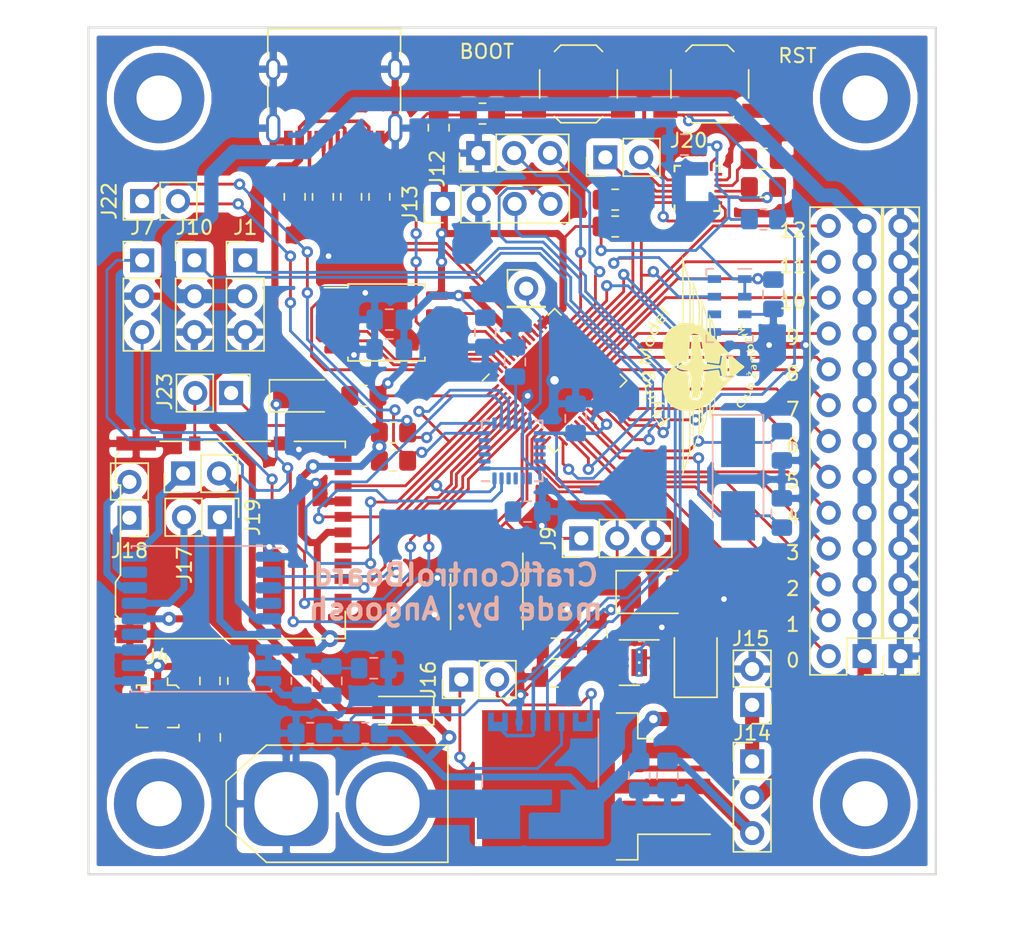
<source format=kicad_pcb>
(kicad_pcb (version 20171130) (host pcbnew 5.1.10)

  (general
    (thickness 1.6)
    (drawings 19)
    (tracks 918)
    (zones 0)
    (modules 83)
    (nets 84)
  )

  (page A4)
  (layers
    (0 F.Cu signal)
    (31 B.Cu signal)
    (32 B.Adhes user)
    (33 F.Adhes user)
    (34 B.Paste user)
    (35 F.Paste user)
    (36 B.SilkS user)
    (37 F.SilkS user)
    (38 B.Mask user)
    (39 F.Mask user)
    (40 Dwgs.User user)
    (41 Cmts.User user)
    (42 Eco1.User user)
    (43 Eco2.User user)
    (44 Edge.Cuts user)
    (45 Margin user)
    (46 B.CrtYd user)
    (47 F.CrtYd user)
    (48 B.Fab user)
    (49 F.Fab user)
  )

  (setup
    (last_trace_width 0.2)
    (user_trace_width 0.2)
    (user_trace_width 0.5)
    (user_trace_width 1)
    (user_trace_width 2)
    (trace_clearance 0.15)
    (zone_clearance 0.508)
    (zone_45_only no)
    (trace_min 0.2)
    (via_size 0.8)
    (via_drill 0.4)
    (via_min_size 0.4)
    (via_min_drill 0.3)
    (user_via 1 0.5)
    (user_via 1.2 0.6)
    (uvia_size 0.3)
    (uvia_drill 0.1)
    (uvias_allowed no)
    (uvia_min_size 0.2)
    (uvia_min_drill 0.1)
    (edge_width 0.05)
    (segment_width 0.2)
    (pcb_text_width 0.3)
    (pcb_text_size 1.5 1.5)
    (mod_edge_width 0.12)
    (mod_text_size 1 1)
    (mod_text_width 0.15)
    (pad_size 1.524 1.524)
    (pad_drill 0.762)
    (pad_to_mask_clearance 0)
    (aux_axis_origin 0 0)
    (visible_elements FFFFFF7F)
    (pcbplotparams
      (layerselection 0x010f0_ffffffff)
      (usegerberextensions false)
      (usegerberattributes true)
      (usegerberadvancedattributes true)
      (creategerberjobfile true)
      (excludeedgelayer true)
      (linewidth 0.100000)
      (plotframeref false)
      (viasonmask false)
      (mode 1)
      (useauxorigin false)
      (hpglpennumber 1)
      (hpglpenspeed 20)
      (hpglpendiameter 15.000000)
      (psnegative false)
      (psa4output false)
      (plotreference true)
      (plotvalue true)
      (plotinvisibletext false)
      (padsonsilk false)
      (subtractmaskfromsilk false)
      (outputformat 1)
      (mirror false)
      (drillshape 0)
      (scaleselection 1)
      (outputdirectory "gerber/"))
  )

  (net 0 "")
  (net 1 "Net-(C1-Pad2)")
  (net 2 +3V3)
  (net 3 GND)
  (net 4 "Net-(C2-Pad1)")
  (net 5 /PWR_IN)
  (net 6 "Net-(C7-Pad1)")
  (net 7 "Net-(C10-Pad1)")
  (net 8 "Net-(C19-Pad1)")
  (net 9 "Net-(C20-Pad1)")
  (net 10 "Net-(C21-Pad1)")
  (net 11 "Net-(C22-Pad1)")
  (net 12 "Net-(C23-Pad1)")
  (net 13 "Net-(D1-Pad2)")
  (net 14 +5V)
  (net 15 SPort)
  (net 16 "Net-(J2-Pad2)")
  (net 17 SPI0_MISO)
  (net 18 SPI0_SCK)
  (net 19 SPI0_MOSI)
  (net 20 SPI0_CS)
  (net 21 "Net-(J4-Pad1)")
  (net 22 "Net-(J5-PadA5)")
  (net 23 "Net-(J5-PadA7)")
  (net 24 "Net-(J5-PadA6)")
  (net 25 "Net-(J5-PadB5)")
  (net 26 I2C1_SCL)
  (net 27 I2C1_SDA)
  (net 28 ONE_WIRE)
  (net 29 SBUS)
  (net 30 CH0)
  (net 31 CH1)
  (net 32 CH2)
  (net 33 CH3)
  (net 34 CH4)
  (net 35 CH5)
  (net 36 CH6)
  (net 37 CH7)
  (net 38 CH8)
  (net 39 CH9)
  (net 40 CH10)
  (net 41 CH11)
  (net 42 CH12)
  (net 43 ADC2)
  (net 44 ADC3)
  (net 45 SWCLK)
  (net 46 SWDIO)
  (net 47 "Net-(J14-Pad1)")
  (net 48 "Net-(J16-Pad2)")
  (net 49 "Net-(J16-Pad1)")
  (net 50 "Net-(J17-Pad2)")
  (net 51 "Net-(J17-Pad1)")
  (net 52 "Net-(J18-Pad2)")
  (net 53 "Net-(J18-Pad1)")
  (net 54 "Net-(J19-Pad2)")
  (net 55 "Net-(J19-Pad1)")
  (net 56 "Net-(J20-Pad2)")
  (net 57 "Net-(J20-Pad1)")
  (net 58 "Net-(J21-Pad1)")
  (net 59 "Net-(J22-Pad2)")
  (net 60 "Net-(J22-Pad1)")
  (net 61 "Net-(R2-Pad2)")
  (net 62 /RST)
  (net 63 I2C0_SCL)
  (net 64 "Net-(R10-Pad1)")
  (net 65 USB_D-)
  (net 66 USB_D+)
  (net 67 I2C0_SDA)
  (net 68 /BOOT)
  (net 69 "Net-(R12-Pad2)")
  (net 70 V_BATT)
  (net 71 "Net-(R16-Pad2)")
  (net 72 "Net-(R17-Pad1)")
  (net 73 CURRENT_SENSE)
  (net 74 UART1_TX)
  (net 75 UART1_RX)
  (net 76 "Net-(U6-Pad56)")
  (net 77 "Net-(U6-Pad55)")
  (net 78 "Net-(U6-Pad54)")
  (net 79 "Net-(U6-Pad53)")
  (net 80 "Net-(U6-Pad51)")
  (net 81 "Net-(J23-Pad2)")
  (net 82 "Net-(J23-Pad1)")
  (net 83 "Net-(D2-Pad2)")

  (net_class Default "This is the default net class."
    (clearance 0.15)
    (trace_width 0.25)
    (via_dia 0.8)
    (via_drill 0.4)
    (uvia_dia 0.3)
    (uvia_drill 0.1)
    (add_net +3V3)
    (add_net +5V)
    (add_net /BOOT)
    (add_net /PWR_IN)
    (add_net /RST)
    (add_net ADC2)
    (add_net ADC3)
    (add_net CH0)
    (add_net CH1)
    (add_net CH10)
    (add_net CH11)
    (add_net CH12)
    (add_net CH2)
    (add_net CH3)
    (add_net CH4)
    (add_net CH5)
    (add_net CH6)
    (add_net CH7)
    (add_net CH8)
    (add_net CH9)
    (add_net CURRENT_SENSE)
    (add_net GND)
    (add_net I2C0_SCL)
    (add_net I2C0_SDA)
    (add_net I2C1_SCL)
    (add_net I2C1_SDA)
    (add_net "Net-(C1-Pad2)")
    (add_net "Net-(C10-Pad1)")
    (add_net "Net-(C19-Pad1)")
    (add_net "Net-(C2-Pad1)")
    (add_net "Net-(C20-Pad1)")
    (add_net "Net-(C21-Pad1)")
    (add_net "Net-(C22-Pad1)")
    (add_net "Net-(C23-Pad1)")
    (add_net "Net-(C7-Pad1)")
    (add_net "Net-(D1-Pad2)")
    (add_net "Net-(D2-Pad2)")
    (add_net "Net-(J14-Pad1)")
    (add_net "Net-(J16-Pad1)")
    (add_net "Net-(J16-Pad2)")
    (add_net "Net-(J17-Pad1)")
    (add_net "Net-(J17-Pad2)")
    (add_net "Net-(J18-Pad1)")
    (add_net "Net-(J18-Pad2)")
    (add_net "Net-(J19-Pad1)")
    (add_net "Net-(J19-Pad2)")
    (add_net "Net-(J2-Pad2)")
    (add_net "Net-(J20-Pad1)")
    (add_net "Net-(J20-Pad2)")
    (add_net "Net-(J21-Pad1)")
    (add_net "Net-(J22-Pad1)")
    (add_net "Net-(J22-Pad2)")
    (add_net "Net-(J23-Pad1)")
    (add_net "Net-(J23-Pad2)")
    (add_net "Net-(J4-Pad1)")
    (add_net "Net-(J5-PadA5)")
    (add_net "Net-(J5-PadA6)")
    (add_net "Net-(J5-PadA7)")
    (add_net "Net-(J5-PadB5)")
    (add_net "Net-(R10-Pad1)")
    (add_net "Net-(R12-Pad2)")
    (add_net "Net-(R16-Pad2)")
    (add_net "Net-(R17-Pad1)")
    (add_net "Net-(R2-Pad2)")
    (add_net "Net-(U6-Pad51)")
    (add_net "Net-(U6-Pad53)")
    (add_net "Net-(U6-Pad54)")
    (add_net "Net-(U6-Pad55)")
    (add_net "Net-(U6-Pad56)")
    (add_net ONE_WIRE)
    (add_net SBUS)
    (add_net SPI0_CS)
    (add_net SPI0_MISO)
    (add_net SPI0_MOSI)
    (add_net SPI0_SCK)
    (add_net SPort)
    (add_net SWCLK)
    (add_net SWDIO)
    (add_net UART1_RX)
    (add_net UART1_TX)
    (add_net USB_D+)
    (add_net USB_D-)
    (add_net V_BATT)
  )

  (module USER:KLZM_LOGO_M (layer F.Cu) (tedit 0) (tstamp 60CA8565)
    (at 176 96 90)
    (fp_text reference G*** (at 0 0 90) (layer F.SilkS) hide
      (effects (font (size 1.524 1.524) (thickness 0.3)))
    )
    (fp_text value LOGO (at 0.75 0 90) (layer F.SilkS) hide
      (effects (font (size 1.524 1.524) (thickness 0.3)))
    )
    (fp_poly (pts (xy -0.439727 3.719838) (xy -0.36331 3.738455) (xy -0.3556 3.74889) (xy -0.389219 3.803902)
      (xy -0.475933 3.903283) (xy -0.55989 3.988863) (xy -0.764179 4.188346) (xy -0.57259 4.247846)
      (xy -0.465191 4.285032) (xy -0.451242 4.302968) (xy -0.508 4.306663) (xy -0.658068 4.294408)
      (xy -0.777564 4.273889) (xy -0.920127 4.2418) (xy -0.714064 4.04099) (xy -0.601633 3.925373)
      (xy -0.526788 3.836812) (xy -0.508 3.803064) (xy -0.551793 3.769504) (xy -0.6477 3.744785)
      (xy -0.706367 3.730962) (xy -0.667539 3.72122) (xy -0.5715 3.716011) (xy -0.439727 3.719838)) (layer F.SilkS) (width 0.01))
    (fp_poly (pts (xy 0.009584 3.936633) (xy 0.078871 4.015552) (xy 0.101405 4.172523) (xy 0.1016 4.195154)
      (xy 0.087223 4.278901) (xy 0.024258 4.312762) (xy -0.073202 4.318) (xy -0.200189 4.303928)
      (xy -0.277265 4.269587) (xy -0.280776 4.264974) (xy -0.280837 4.224894) (xy -0.188289 4.224894)
      (xy -0.136222 4.264395) (xy -0.105834 4.2672) (xy -0.018505 4.234928) (xy 0 4.187275)
      (xy -0.038088 4.126239) (xy -0.084691 4.123775) (xy -0.169369 4.166197) (xy -0.188289 4.224894)
      (xy -0.280837 4.224894) (xy -0.280899 4.184873) (xy -0.21521 4.107106) (xy -0.114602 4.065161)
      (xy -0.09538 4.064) (xy -0.011881 4.044947) (xy -0.010349 4.003064) (xy -0.08203 3.961265)
      (xy -0.1397 3.947985) (xy -0.228291 3.933124) (xy -0.2232 3.925422) (xy -0.120522 3.919248)
      (xy -0.119736 3.919211) (xy 0.009584 3.936633)) (layer F.SilkS) (width 0.01))
    (fp_poly (pts (xy 0.878482 3.858227) (xy 0.881871 3.861793) (xy 0.939983 3.952628) (xy 0.981132 4.065844)
      (xy 0.996352 4.165438) (xy 0.976673 4.215409) (xy 0.970204 4.2164) (xy 0.927178 4.172598)
      (xy 0.889654 4.066937) (xy 0.889 4.064) (xy 0.835892 3.943935) (xy 0.757963 3.9116)
      (xy 0.690785 3.932756) (xy 0.663497 4.013588) (xy 0.6604 4.092398) (xy 0.648366 4.207986)
      (xy 0.616534 4.244751) (xy 0.6096 4.2418) (xy 0.569617 4.171451) (xy 0.5588 4.091836)
      (xy 0.529384 3.992409) (xy 0.462706 3.934296) (xy 0.391123 3.944243) (xy 0.385966 3.948966)
      (xy 0.36516 4.016045) (xy 0.355659 4.138001) (xy 0.3556 4.148666) (xy 0.34225 4.262779)
      (xy 0.309626 4.317236) (xy 0.3048 4.318) (xy 0.273518 4.272813) (xy 0.255628 4.159418)
      (xy 0.254 4.106333) (xy 0.260913 3.984718) (xy 0.278327 3.927013) (xy 0.287425 3.928092)
      (xy 0.34856 3.929628) (xy 0.388378 3.905475) (xy 0.488642 3.872091) (xy 0.534761 3.879693)
      (xy 0.637956 3.879011) (xy 0.712387 3.848269) (xy 0.804111 3.813467) (xy 0.878482 3.858227)) (layer F.SilkS) (width 0.01))
    (fp_poly (pts (xy 1.074161 3.582476) (xy 1.100139 3.647118) (xy 1.143342 3.743471) (xy 1.20619 3.743196)
      (xy 1.258462 3.699617) (xy 1.352079 3.665709) (xy 1.459295 3.700725) (xy 1.545016 3.784422)
      (xy 1.5748 3.882112) (xy 1.561756 3.980684) (xy 1.506411 4.044515) (xy 1.384448 4.095628)
      (xy 1.316483 4.116038) (xy 1.193744 4.135138) (xy 1.142845 4.099317) (xy 1.092499 3.927849)
      (xy 1.075679 3.85404) (xy 1.189843 3.85404) (xy 1.217921 3.96001) (xy 1.299355 4.043873)
      (xy 1.384662 4.044141) (xy 1.440827 3.967768) (xy 1.4478 3.9116) (xy 1.413785 3.800502)
      (xy 1.353504 3.767831) (xy 1.236554 3.778363) (xy 1.189843 3.85404) (xy 1.075679 3.85404)
      (xy 1.054615 3.761613) (xy 1.035042 3.630967) (xy 1.039629 3.566272) (xy 1.040076 3.56579)
      (xy 1.074161 3.582476)) (layer F.SilkS) (width 0.01))
    (fp_poly (pts (xy -1.426837 3.48587) (xy -1.44136 3.573823) (xy -1.453311 3.672379) (xy -1.41014 3.706494)
      (xy -1.378789 3.7084) (xy -1.255011 3.751011) (xy -1.18747 3.860234) (xy -1.189096 3.98714)
      (xy -1.238032 4.082885) (xy -1.340039 4.114093) (xy -1.36957 4.1148) (xy -1.486719 4.098775)
      (xy -1.549913 4.063171) (xy -1.610794 4.033866) (xy -1.629111 4.040769) (xy -1.667123 4.048241)
      (xy -1.669908 3.994254) (xy -1.650018 3.919144) (xy -1.553328 3.919144) (xy -1.52672 4.009915)
      (xy -1.440399 4.055082) (xy -1.403235 4.053985) (xy -1.305929 3.995107) (xy -1.279138 3.924072)
      (xy -1.300657 3.817257) (xy -1.37915 3.769924) (xy -1.479652 3.798315) (xy -1.504406 3.819434)
      (xy -1.553328 3.919144) (xy -1.650018 3.919144) (xy -1.636071 3.866481) (xy -1.595445 3.742908)
      (xy -1.538234 3.599943) (xy -1.48375 3.501424) (xy -1.442961 3.459388) (xy -1.426837 3.48587)) (layer F.SilkS) (width 0.01))
    (fp_poly (pts (xy -2.015604 3.491391) (xy -2.051872 3.595913) (xy -2.056249 3.604573) (xy -2.102175 3.711646)
      (xy -2.09259 3.77436) (xy -2.058288 3.809263) (xy -1.961975 3.842832) (xy -1.876511 3.776149)
      (xy -1.824246 3.671019) (xy -1.777532 3.578615) (xy -1.748457 3.572131) (xy -1.743499 3.636504)
      (xy -1.769133 3.756671) (xy -1.776877 3.781196) (xy -1.824632 3.907209) (xy -1.876552 3.950768)
      (xy -1.965283 3.924225) (xy -2.0447 3.882543) (xy -2.143007 3.80819) (xy -2.184396 3.735128)
      (xy -2.1844 3.734567) (xy -2.164669 3.629689) (xy -2.11804 3.521619) (xy -2.063364 3.445908)
      (xy -2.024758 3.433475) (xy -2.015604 3.491391)) (layer F.SilkS) (width 0.01))
    (fp_poly (pts (xy 1.90971 3.462647) (xy 2.001906 3.507624) (xy 2.003797 3.578779) (xy 1.917822 3.660803)
      (xy 1.874132 3.685827) (xy 1.772408 3.745536) (xy 1.75325 3.785357) (xy 1.794019 3.817955)
      (xy 1.921158 3.83401) (xy 1.993226 3.809345) (xy 2.071529 3.773313) (xy 2.063266 3.788766)
      (xy 2.00959 3.832597) (xy 1.863503 3.904839) (xy 1.731724 3.885072) (xy 1.68656 3.85064)
      (xy 1.63192 3.749378) (xy 1.6256 3.706113) (xy 1.651346 3.639422) (xy 1.7272 3.639422)
      (xy 1.745832 3.685304) (xy 1.817546 3.663482) (xy 1.830222 3.656838) (xy 1.899379 3.597352)
      (xy 1.904795 3.555669) (xy 1.842875 3.528587) (xy 1.768105 3.561353) (xy 1.727561 3.63177)
      (xy 1.7272 3.639422) (xy 1.651346 3.639422) (xy 1.667264 3.598189) (xy 1.765189 3.504888)
      (xy 1.878777 3.461001) (xy 1.90971 3.462647)) (layer F.SilkS) (width 0.01))
    (fp_poly (pts (xy 2.265264 3.267743) (xy 2.267435 3.358984) (xy 2.278355 3.505509) (xy 2.306511 3.618673)
      (xy 2.306887 3.6195) (xy 2.328509 3.695941) (xy 2.301573 3.704859) (xy 2.244219 3.655372)
      (xy 2.17459 3.556596) (xy 2.1717 3.551562) (xy 2.114066 3.434257) (xy 2.084345 3.34318)
      (xy 2.088273 3.302307) (xy 2.115877 3.318143) (xy 2.167416 3.311001) (xy 2.208859 3.269294)
      (xy 2.24875 3.229501) (xy 2.265264 3.267743)) (layer F.SilkS) (width 0.01))
    (fp_poly (pts (xy -2.154305 3.225655) (xy -2.203702 3.332015) (xy -2.276868 3.458089) (xy -2.35519 3.573104)
      (xy -2.420057 3.64629) (xy -2.442329 3.6576) (xy -2.462066 3.620577) (xy -2.432985 3.5433)
      (xy -2.347223 3.395673) (xy -2.259101 3.26909) (xy -2.18622 3.186565) (xy -2.147287 3.16978)
      (xy -2.154305 3.225655)) (layer F.SilkS) (width 0.01))
    (fp_poly (pts (xy -0.558871 3.592062) (xy -0.470832 3.625839) (xy -0.47196 3.651087) (xy -0.530402 3.6576)
      (xy -0.614882 3.6297) (xy -0.632073 3.611537) (xy -0.615818 3.585576) (xy -0.558871 3.592062)) (layer F.SilkS) (width 0.01))
    (fp_poly (pts (xy -2.584809 2.91226) (xy -2.431157 2.975545) (xy -2.321747 3.042513) (xy -2.304899 3.076165)
      (xy -2.375168 3.069973) (xy -2.481143 3.035491) (xy -2.651426 3.006971) (xy -2.771668 3.052019)
      (xy -2.829771 3.149955) (xy -2.813641 3.280099) (xy -2.711181 3.421771) (xy -2.70853 3.424245)
      (xy -2.617599 3.517114) (xy -2.601675 3.552212) (xy -2.652173 3.529514) (xy -2.760506 3.448996)
      (xy -2.790103 3.424484) (xy -2.912379 3.278345) (xy -2.940578 3.132222) (xy -2.872914 2.998654)
      (xy -2.8535 2.979673) (xy -2.72905 2.907207) (xy -2.584809 2.91226)) (layer F.SilkS) (width 0.01))
    (fp_poly (pts (xy 2.625535 3.029583) (xy 2.629739 3.0607) (xy 2.660617 3.161518) (xy 2.738831 3.197569)
      (xy 2.800372 3.2004) (xy 2.904774 3.215226) (xy 2.917837 3.256317) (xy 2.845664 3.288466)
      (xy 2.731576 3.281895) (xy 2.627869 3.268293) (xy 2.597772 3.300235) (xy 2.611705 3.378377)
      (xy 2.625069 3.479812) (xy 2.593639 3.493048) (xy 2.520117 3.419702) (xy 2.407203 3.26139)
      (xy 2.40143 3.252586) (xy 2.320546 3.115552) (xy 2.277185 3.014655) (xy 2.277809 2.976861)
      (xy 2.326694 2.999285) (xy 2.396724 3.086271) (xy 2.413425 3.113199) (xy 2.508692 3.274474)
      (xy 2.559911 3.097737) (xy 2.594291 2.98547) (xy 2.612323 2.964791) (xy 2.625535 3.029583)) (layer F.SilkS) (width 0.01))
    (fp_poly (pts (xy 1.794538 -2.29154) (xy 2.166459 -2.160296) (xy 2.48599 -1.949877) (xy 2.743257 -1.66709)
      (xy 2.928385 -1.318742) (xy 2.952101 -1.253112) (xy 3.040954 -0.9906) (xy 7.7978 -0.9398)
      (xy 5.8166 -0.354354) (xy 4.4323 -0.354977) (xy 4.016277 -0.354547) (xy 3.691133 -0.352448)
      (xy 3.446153 -0.348095) (xy 3.270623 -0.340904) (xy 3.153827 -0.330288) (xy 3.08505 -0.315664)
      (xy 3.053577 -0.296445) (xy 3.048 -0.2794) (xy 3.059038 -0.257362) (xy 3.098997 -0.239879)
      (xy 3.178143 -0.226413) (xy 3.30674 -0.216431) (xy 3.495056 -0.209397) (xy 3.753354 -0.204774)
      (xy 4.091902 -0.202028) (xy 4.520964 -0.200623) (xy 4.5593 -0.200552) (xy 6.0706 -0.197904)
      (xy 4.6482 0.270378) (xy 3.7211 0.291623) (xy 3.422826 0.300891) (xy 3.165598 0.313566)
      (xy 2.964822 0.328518) (xy 2.835904 0.344617) (xy 2.794 0.359634) (xy 2.842564 0.374899)
      (xy 2.97933 0.388371) (xy 3.190903 0.399362) (xy 3.463889 0.407182) (xy 3.784897 0.411144)
      (xy 3.7973 0.411207) (xy 4.8006 0.416014) (xy 4.191 0.613575) (xy 3.918729 0.699132)
      (xy 3.708225 0.755898) (xy 3.525733 0.7897) (xy 3.337499 0.806363) (xy 3.109769 0.811713)
      (xy 3.04152 0.811968) (xy 2.781936 0.815859) (xy 2.606703 0.828037) (xy 2.498753 0.850682)
      (xy 2.441022 0.885974) (xy 2.4384 0.889) (xy 2.422891 0.920359) (xy 2.446827 0.94197)
      (xy 2.524148 0.955689) (xy 2.668795 0.963368) (xy 2.894708 0.966862) (xy 3.029079 0.967573)
      (xy 3.683 0.969946) (xy 3.207213 1.170773) (xy 2.966658 1.267795) (xy 2.781683 1.327926)
      (xy 2.61689 1.359499) (xy 2.436879 1.370853) (xy 2.354387 1.3716) (xy 1.977347 1.3716)
      (xy 1.365003 1.938589) (xy 1.033823 2.253909) (xy 0.72688 2.562826) (xy 0.457381 2.851159)
      (xy 0.238532 3.104731) (xy 0.083539 3.309362) (xy 0.071683 3.327164) (xy 0.000151 3.417758)
      (xy -0.052316 3.4544) (xy -0.101455 3.416524) (xy -0.188498 3.317992) (xy -0.278346 3.201835)
      (xy -0.370402 3.091146) (xy -0.522414 2.9252) (xy -0.720444 2.718468) (xy -0.950552 2.485422)
      (xy -1.198799 2.240532) (xy -1.281444 2.160435) (xy -2.099143 1.3716) (xy -2.484672 1.372596)
      (xy -2.688566 1.367417) (xy -2.858195 1.344889) (xy -3.031624 1.296337) (xy -3.246917 1.213084)
      (xy -3.320539 1.182096) (xy -3.580882 1.071391) (xy -3.3274 1.071391) (xy -3.0988 1.1938)
      (xy -2.893868 1.278465) (xy -2.665682 1.314811) (xy -2.5527 1.318504) (xy -2.388206 1.314727)
      (xy -2.273464 1.302602) (xy -2.2352 1.2867) (xy -2.265675 1.226805) (xy -2.319274 1.1597)
      (xy -2.377071 1.11413) (xy -2.464714 1.086314) (xy -2.604789 1.072502) (xy -2.819881 1.068949)
      (xy -2.865374 1.069095) (xy -3.3274 1.071391) (xy -3.580882 1.071391) (xy -3.770877 0.9906)
      (xy -3.150549 0.976297) (xy -2.890678 0.968894) (xy -2.718323 0.959408) (xy -2.619403 0.945598)
      (xy -2.579833 0.925221) (xy -2.585531 0.896035) (xy -2.592131 0.887397) (xy -2.647857 0.851776)
      (xy -2.755258 0.828828) (xy -2.930825 0.816516) (xy -3.191047 0.8128) (xy -3.195608 0.8128)
      (xy -3.440042 0.810029) (xy -3.631913 0.797647) (xy -3.805669 0.769543) (xy -3.99576 0.71961)
      (xy -4.236635 0.641738) (xy -4.319688 0.613475) (xy -4.553701 0.5334) (xy -4.336689 0.5334)
      (xy -4.009845 0.644912) (xy -3.782681 0.708628) (xy -3.540097 0.744731) (xy -3.242856 0.758666)
      (xy -3.185913 0.759212) (xy -2.959002 0.759591) (xy -2.81712 0.7551) (xy -2.743703 0.741919)
      (xy -2.722184 0.716233) (xy -2.735999 0.674221) (xy -2.744736 0.65753) (xy -2.814391 0.564529)
      (xy -2.86327 0.52903) (xy -2.934739 0.52126) (xy -3.087304 0.516623) (xy -3.300505 0.51538)
      (xy -3.553878 0.517792) (xy -3.631291 0.519199) (xy -4.336689 0.5334) (xy -4.553701 0.5334)
      (xy -4.9022 0.41415) (xy -3.895902 0.410275) (xy -3.513437 0.406323) (xy -3.223552 0.397859)
      (xy -3.028729 0.385019) (xy -2.931445 0.367944) (xy -2.921001 0.3556) (xy -2.982599 0.336668)
      (xy -3.134207 0.321559) (xy -3.364286 0.310927) (xy -3.661294 0.305426) (xy -3.816392 0.3048)
      (xy -4.680387 0.3048) (xy -5.390721 0.0635) (xy -5.914124 -0.1143) (xy -5.618311 -0.1143)
      (xy -5.555515 -0.080756) (xy -5.422 -0.025523) (xy -5.243435 0.040963) (xy -5.190745 0.059519)
      (xy -5.04194 0.109014) (xy -4.909586 0.144912) (xy -4.772781 0.16948) (xy -4.610625 0.184984)
      (xy -4.402215 0.19369) (xy -4.126649 0.197865) (xy -3.902447 0.199219) (xy -3.004293 0.2032)
      (xy -3.051547 0.038435) (xy -3.081966 -0.070914) (xy -2.404755 -0.070914) (xy -2.370792 0.109633)
      (xy -2.348048 0.188874) (xy -2.3231 0.249541) (xy -2.28261 0.296357) (xy -2.213243 0.334044)
      (xy -2.101663 0.367325) (xy -1.934534 0.400923) (xy -1.69852 0.439559) (xy -1.380284 0.487957)
      (xy -1.2446 0.508441) (xy -0.98183 0.548919) (xy -0.751056 0.585821) (xy -0.572938 0.615745)
      (xy -0.468136 0.635287) (xy -0.453576 0.638758) (xy -0.407585 0.682722) (xy -0.368181 0.794817)
      (xy -0.33136 0.98858) (xy -0.313876 1.1112) (xy -0.28709 1.318192) (xy -0.266492 1.488422)
      (xy -0.25521 1.595548) (xy -0.254 1.615544) (xy -0.299461 1.653313) (xy -0.415138 1.688147)
      (xy -0.4953 1.701756) (xy -0.720968 1.739203) (xy -0.862553 1.787185) (xy -0.937574 1.856569)
      (xy -0.963547 1.958225) (xy -0.964423 1.99281) (xy -0.95101 2.142102) (xy -0.898311 2.23512)
      (xy -0.785054 2.291935) (xy -0.607266 2.329787) (xy -0.103353 2.376478) (xy 0.388076 2.341761)
      (xy 0.508 2.32157) (xy 0.8382 2.260283) (xy 0.853616 2.020791) (xy 0.859808 1.901554)
      (xy 0.847737 1.824125) (xy 0.79929 1.776026) (xy 0.696358 1.744779) (xy 0.520831 1.717907)
      (xy 0.389145 1.700777) (xy 0.242725 1.67671) (xy 0.174972 1.644977) (xy 0.163195 1.590866)
      (xy 0.169394 1.558304) (xy 0.187925 1.451783) (xy 0.210468 1.283605) (xy 2.0828 1.283605)
      (xy 2.127974 1.312094) (xy 2.246599 1.319771) (xy 2.413322 1.309511) (xy 2.602794 1.284192)
      (xy 2.789665 1.246689) (xy 2.948582 1.199878) (xy 2.9972 1.179864) (xy 3.2258 1.073976)
      (xy 2.7472 1.070388) (xy 2.503996 1.07261) (xy 2.340903 1.08562) (xy 2.23673 1.112402)
      (xy 2.1757 1.150873) (xy 2.103949 1.233645) (xy 2.0828 1.283605) (xy 0.210468 1.283605)
      (xy 0.210644 1.282296) (xy 0.230941 1.102335) (xy 0.258067 0.917604) (xy 0.294663 0.769389)
      (xy 0.311813 0.73326) (xy 2.5908 0.73326) (xy 2.637775 0.746042) (xy 2.763424 0.755902)
      (xy 2.944829 0.761367) (xy 3.038104 0.762) (xy 3.332964 0.751445) (xy 3.578091 0.714629)
      (xy 3.823648 0.643829) (xy 3.838204 0.638781) (xy 4.191 0.515562) (xy 3.443487 0.511781)
      (xy 3.15174 0.511263) (xy 2.945253 0.514433) (xy 2.807702 0.523218) (xy 2.722761 0.539546)
      (xy 2.674106 0.565344) (xy 2.645412 0.602541) (xy 2.643387 0.60626) (xy 2.601163 0.696816)
      (xy 2.5908 0.73326) (xy 0.311813 0.73326) (xy 0.331529 0.691727) (xy 0.403414 0.660233)
      (xy 0.555562 0.618894) (xy 0.76769 0.572448) (xy 1.019512 0.525634) (xy 1.100037 0.512183)
      (xy 1.461711 0.453036) (xy 1.736111 0.405611) (xy 1.936202 0.365061) (xy 2.074948 0.326537)
      (xy 2.165315 0.285188) (xy 2.220267 0.236168) (xy 2.24709 0.18538) (xy 2.8956 0.18538)
      (xy 2.943597 0.191334) (xy 3.076379 0.196443) (xy 3.277134 0.200348) (xy 3.529048 0.202687)
      (xy 3.726799 0.2032) (xy 4.043029 0.202131) (xy 4.281866 0.197028) (xy 4.467508 0.185045)
      (xy 4.624154 0.163335) (xy 4.776004 0.129054) (xy 4.947257 0.079355) (xy 5.047599 0.047873)
      (xy 5.252366 -0.019162) (xy 5.415074 -0.076372) (xy 5.515247 -0.116321) (xy 5.5372 -0.129927)
      (xy 5.488671 -0.136081) (xy 5.352173 -0.141593) (xy 5.141333 -0.146219) (xy 4.86978 -0.149717)
      (xy 4.551143 -0.151846) (xy 4.272169 -0.1524) (xy 3.007139 -0.1524) (xy 2.951369 0.00758)
      (xy 2.913428 0.121205) (xy 2.895763 0.183545) (xy 2.8956 0.18538) (xy 2.24709 0.18538)
      (xy 2.25277 0.174626) (xy 2.275789 0.095715) (xy 2.282251 0.07004) (xy 2.308816 -0.146819)
      (xy 2.261447 -0.294739) (xy 2.139706 -0.374927) (xy 2.119433 -0.380203) (xy 2.03091 -0.391827)
      (xy 1.861523 -0.406804) (xy 1.631892 -0.423568) (xy 1.362634 -0.440553) (xy 1.214758 -0.448901)
      (xy 0.938471 -0.465914) (xy 0.696373 -0.484674) (xy 0.507419 -0.503413) (xy 0.390561 -0.520361)
      (xy 0.363858 -0.528296) (xy 0.319586 -0.601818) (xy 0.304516 -0.701499) (xy 0.279728 -0.8636)
      (xy 3.048 -0.8636) (xy 3.048 -0.4572) (xy 5.907724 -0.4572) (xy 6.522562 -0.640396)
      (xy 6.756937 -0.711255) (xy 6.953629 -0.772661) (xy 7.093407 -0.81847) (xy 7.157038 -0.842536)
      (xy 7.158566 -0.843596) (xy 7.114228 -0.847919) (xy 6.978809 -0.851922) (xy 6.762831 -0.8555)
      (xy 6.476812 -0.858552) (xy 6.131273 -0.860974) (xy 5.736732 -0.862663) (xy 5.303711 -0.863516)
      (xy 5.113866 -0.8636) (xy 3.048 -0.8636) (xy 0.279728 -0.8636) (xy 0.262636 -0.975364)
      (xy 0.15072 -1.236138) (xy 0.073494 -1.3462) (xy -0.053739 -1.4986) (xy -0.202617 -1.3208)
      (xy -0.308782 -1.15817) (xy -0.368761 -0.96272) (xy -0.385953 -0.84698) (xy -0.403551 -0.714493)
      (xy -0.4307 -0.617966) (xy -0.482257 -0.550698) (xy -0.573078 -0.505984) (xy -0.718021 -0.477122)
      (xy -0.931942 -0.457409) (xy -1.2297 -0.440142) (xy -1.2954 -0.436668) (xy -1.648188 -0.416674)
      (xy -1.912982 -0.397331) (xy -2.103337 -0.376009) (xy -2.232807 -0.350077) (xy -2.314946 -0.316905)
      (xy -2.363307 -0.273862) (xy -2.389193 -0.224412) (xy -2.404755 -0.070914) (xy -3.081966 -0.070914)
      (xy -3.083472 -0.076327) (xy -3.098609 -0.137522) (xy -3.0988 -0.139365) (xy -3.147341 -0.142917)
      (xy -3.283924 -0.1461) (xy -3.494992 -0.148777) (xy -3.766989 -0.150809) (xy -4.086357 -0.152058)
      (xy -4.377267 -0.1524) (xy -4.723131 -0.150963) (xy -5.030576 -0.146918) (xy -5.28657 -0.140664)
      (xy -5.478081 -0.132603) (xy -5.592075 -0.123134) (xy -5.618311 -0.1143) (xy -5.914124 -0.1143)
      (xy -6.101054 -0.1778) (xy -4.625327 -0.191268) (xy -4.191875 -0.19588) (xy -3.849877 -0.201305)
      (xy -3.58919 -0.208141) (xy -3.399668 -0.216982) (xy -3.271166 -0.228426) (xy -3.19354 -0.243069)
      (xy -3.156645 -0.261506) (xy -3.1496 -0.278) (xy -3.162839 -0.299588) (xy -3.209293 -0.316997)
      (xy -3.299069 -0.330827) (xy -3.442273 -0.341676) (xy -3.649014 -0.350145) (xy -3.929396 -0.356833)
      (xy -4.293528 -0.36234) (xy -4.6355 -0.366133) (xy -6.1214 -0.381) (xy -6.959086 -0.6604)
      (xy -7.449209 -0.823875) (xy -7.1628 -0.823875) (xy -7.083961 -0.794736) (xy -6.933658 -0.742059)
      (xy -6.73679 -0.674503) (xy -6.604 -0.629528) (xy -6.1214 -0.466886) (xy -3.1496 -0.4572)
      (xy -3.1496 -0.8636) (xy -5.1943 -0.85959) (xy -5.635326 -0.857968) (xy -6.04001 -0.855011)
      (xy -6.398159 -0.850907) (xy -6.69958 -0.845838) (xy -6.934078 -0.839991) (xy -7.091461 -0.833551)
      (xy -7.161533 -0.826701) (xy -7.1628 -0.823875) (xy -7.449209 -0.823875) (xy -7.796771 -0.9398)
      (xy -3.162843 -0.966216) (xy -3.049422 -1.277284) (xy -2.867602 -1.641238) (xy -2.616705 -1.932084)
      (xy -2.301821 -2.146156) (xy -1.928038 -2.279789) (xy -1.593448 -2.326131) (xy -1.239173 -2.325041)
      (xy -0.947177 -2.271172) (xy -0.687367 -2.154055) (xy -0.429651 -1.96322) (xy -0.353239 -1.894662)
      (xy -0.0508 -1.614657) (xy 0.25042 -1.893534) (xy 0.531476 -2.116956) (xy 0.81376 -2.256411)
      (xy 1.129696 -2.324621) (xy 1.380104 -2.3368) (xy 1.794538 -2.29154)) (layer F.SilkS) (width 0.01))
    (fp_poly (pts (xy -3.738754 -2.852815) (xy -3.760165 -2.800684) (xy -3.846747 -2.719791) (xy -3.913653 -2.671672)
      (xy -4.034066 -2.58842) (xy -4.081922 -2.53292) (xy -4.06965 -2.477251) (xy -4.02712 -2.416797)
      (xy -3.967812 -2.348893) (xy -3.909261 -2.330278) (xy -3.825231 -2.364894) (xy -3.689484 -2.456684)
      (xy -3.6703 -2.470418) (xy -3.589032 -2.51272) (xy -3.556 -2.498856) (xy -3.593843 -2.436913)
      (xy -3.687214 -2.352502) (xy -3.710598 -2.335236) (xy -3.865195 -2.225153) (xy -3.738195 -2.058646)
      (xy -3.655574 -1.925241) (xy -3.652693 -1.847992) (xy -3.707342 -1.8288) (xy -3.752981 -1.865229)
      (xy -3.844292 -1.961739) (xy -3.963364 -2.099162) (xy -3.990976 -2.132339) (xy -4.110429 -2.283699)
      (xy -4.199002 -2.40889) (xy -4.240553 -2.484775) (xy -4.2418 -2.491871) (xy -4.205548 -2.551885)
      (xy -4.114578 -2.637218) (xy -3.995573 -2.728724) (xy -3.875217 -2.807257) (xy -3.780191 -2.853672)
      (xy -3.738754 -2.852815)) (layer F.SilkS) (width 0.01))
    (fp_poly (pts (xy 4.221831 -2.612843) (xy 4.259202 -2.570565) (xy 4.250706 -2.50578) (xy 4.188932 -2.404335)
      (xy 4.066468 -2.25208) (xy 3.981596 -2.154108) (xy 3.813741 -1.970387) (xy 3.699518 -1.864383)
      (xy 3.632797 -1.831649) (xy 3.607446 -1.86774) (xy 3.6068 -1.88231) (xy 3.636832 -1.9498)
      (xy 3.715215 -2.064418) (xy 3.824372 -2.20529) (xy 3.94673 -2.351542) (xy 4.064714 -2.482297)
      (xy 4.160749 -2.576681) (xy 4.217261 -2.613819) (xy 4.221831 -2.612843)) (layer F.SilkS) (width 0.01))
    (fp_poly (pts (xy 3.493361 -2.748727) (xy 3.621746 -2.655441) (xy 3.698279 -2.52153) (xy 3.7084 -2.446232)
      (xy 3.678021 -2.337678) (xy 3.592017 -2.309274) (xy 3.458081 -2.361719) (xy 3.378342 -2.416336)
      (xy 3.23802 -2.50411) (xy 3.153559 -2.51172) (xy 3.145591 -2.505512) (xy 3.117046 -2.416627)
      (xy 3.16985 -2.312275) (xy 3.291393 -2.215644) (xy 3.308156 -2.206617) (xy 3.425679 -2.135779)
      (xy 3.44641 -2.094684) (xy 3.382097 -2.0828) (xy 3.299192 -2.113566) (xy 3.183749 -2.189918)
      (xy 3.153497 -2.214316) (xy 3.028846 -2.363884) (xy 3.005046 -2.520432) (xy 3.047861 -2.617)
      (xy 3.265431 -2.617) (xy 3.353197 -2.53221) (xy 3.3655 -2.523461) (xy 3.496143 -2.453533)
      (xy 3.581385 -2.451418) (xy 3.6068 -2.504441) (xy 3.56188 -2.61252) (xy 3.448623 -2.680905)
      (xy 3.36804 -2.6924) (xy 3.27041 -2.672499) (xy 3.265431 -2.617) (xy 3.047861 -2.617)
      (xy 3.07628 -2.681097) (xy 3.192708 -2.771928) (xy 3.341041 -2.791014) (xy 3.493361 -2.748727)) (layer F.SilkS) (width 0.01))
    (fp_poly (pts (xy -2.566995 -3.247068) (xy -2.550668 -3.140791) (xy -2.541775 -2.982346) (xy -2.540272 -2.796307)
      (xy -2.546114 -2.607252) (xy -2.559258 -2.439757) (xy -2.579659 -2.318397) (xy -2.592588 -2.282661)
      (xy -2.655288 -2.205181) (xy -2.710566 -2.186728) (xy -2.729825 -2.229446) (xy -2.717472 -2.2733)
      (xy -2.667075 -2.421428) (xy -2.675403 -2.522374) (xy -2.753328 -2.615808) (xy -2.828117 -2.677061)
      (xy -2.966527 -2.780242) (xy -3.088172 -2.862829) (xy -3.1242 -2.884268) (xy -3.193739 -2.929089)
      (xy -3.175203 -2.95777) (xy -3.134317 -2.97481) (xy -3.030524 -2.967999) (xy -2.882388 -2.880062)
      (xy -2.842217 -2.848833) (xy -2.6416 -2.687613) (xy -2.6416 -2.966409) (xy -2.633029 -3.126201)
      (xy -2.610974 -3.241072) (xy -2.5908 -3.2766) (xy -2.566995 -3.247068)) (layer F.SilkS) (width 0.01))
    (fp_poly (pts (xy -3.491797 -3.057864) (xy -3.40712 -2.953212) (xy -3.305423 -2.809081) (xy -3.202863 -2.650139)
      (xy -3.115594 -2.50106) (xy -3.059771 -2.386512) (xy -3.048 -2.341979) (xy -3.067173 -2.287477)
      (xy -3.126054 -2.317975) (xy -3.226686 -2.435366) (xy -3.370747 -2.640992) (xy -3.502526 -2.845552)
      (xy -3.577651 -2.98118) (xy -3.600702 -3.060016) (xy -3.576259 -3.094201) (xy -3.5433 -3.098366)
      (xy -3.491797 -3.057864)) (layer F.SilkS) (width 0.01))
    (fp_poly (pts (xy 3.16659 -3.3147) (xy 3.154175 -3.254542) (xy 3.099978 -3.13436) (xy 3.018193 -2.978921)
      (xy 2.923014 -2.812989) (xy 2.828633 -2.661331) (xy 2.749246 -2.548713) (xy 2.69974 -2.500114)
      (xy 2.645973 -2.514245) (xy 2.6416 -2.532393) (xy 2.597785 -2.575669) (xy 2.506923 -2.600126)
      (xy 2.371161 -2.655926) (xy 2.26151 -2.76751) (xy 2.226872 -2.847614) (xy 2.356653 -2.847614)
      (xy 2.414864 -2.744898) (xy 2.514483 -2.691074) (xy 2.627975 -2.69783) (xy 2.727804 -2.77685)
      (xy 2.75424 -2.823346) (xy 2.782975 -2.972551) (xy 2.724114 -3.077582) (xy 2.587328 -3.123373)
      (xy 2.561086 -3.1242) (xy 2.44043 -3.098366) (xy 2.372858 -3.002412) (xy 2.367384 -2.987536)
      (xy 2.356653 -2.847614) (xy 2.226872 -2.847614) (xy 2.203624 -2.901376) (xy 2.207766 -2.990795)
      (xy 2.301366 -3.147648) (xy 2.443841 -3.23608) (xy 2.607206 -3.248459) (xy 2.763475 -3.177151)
      (xy 2.79314 -3.15046) (xy 2.864005 -3.086972) (xy 2.908621 -3.093212) (xy 2.960554 -3.178703)
      (xy 2.972244 -3.20126) (xy 3.055038 -3.322216) (xy 3.12722 -3.350156) (xy 3.16659 -3.3147)) (layer F.SilkS) (width 0.01))
    (fp_poly (pts (xy -2.24676 -3.360164) (xy -2.192975 -3.250421) (xy -2.169149 -3.1877) (xy -2.114292 -3.034201)
      (xy -2.068069 -2.910108) (xy -2.057339 -2.8829) (xy -2.052259 -2.808806) (xy -2.095993 -2.794)
      (xy -2.156523 -2.83788) (xy -2.230943 -2.952256) (xy -2.27875 -3.053625) (xy -2.345481 -3.2436)
      (xy -2.354264 -3.357425) (xy -2.305284 -3.402274) (xy -2.287778 -3.4036) (xy -2.24676 -3.360164)) (layer F.SilkS) (width 0.01))
    (fp_poly (pts (xy -0.443384 -3.790772) (xy -0.419904 -3.721035) (xy -0.408748 -3.582711) (xy -0.4064 -3.406481)
      (xy -0.409427 -3.199766) (xy -0.422442 -3.069347) (xy -0.451344 -2.990005) (xy -0.502035 -2.936519)
      (xy -0.519304 -2.923881) (xy -0.627333 -2.875384) (xy -0.759449 -2.849471) (xy -0.8806 -2.848366)
      (xy -0.955738 -2.874291) (xy -0.9652 -2.8956) (xy -0.920734 -2.92997) (xy -0.812209 -2.946207)
      (xy -0.79756 -2.9464) (xy -0.628616 -2.976167) (xy -0.528584 -3.058489) (xy -0.508 -3.137784)
      (xy -0.538379 -3.183088) (xy -0.6223 -3.169716) (xy -0.821411 -3.140246) (xy -0.9831 -3.19987)
      (xy -1.021685 -3.230945) (xy -1.105993 -3.3675) (xy -1.101548 -3.450171) (xy -0.96878 -3.450171)
      (xy -0.942116 -3.324886) (xy -0.8763 -3.25527) (xy -0.793538 -3.211049) (xy -0.736127 -3.21313)
      (xy -0.657061 -3.252988) (xy -0.581825 -3.343435) (xy -0.559801 -3.476152) (xy -0.593302 -3.60548)
      (xy -0.636505 -3.658849) (xy -0.72549 -3.697425) (xy -0.839705 -3.666158) (xy -0.933425 -3.577602)
      (xy -0.96878 -3.450171) (xy -1.101548 -3.450171) (xy -1.097254 -3.53) (xy -1.035197 -3.651041)
      (xy -0.957332 -3.729852) (xy -0.850563 -3.754609) (xy -0.755797 -3.749902) (xy -0.631274 -3.746964)
      (xy -0.563151 -3.762736) (xy -0.5588 -3.770558) (xy -0.517498 -3.805593) (xy -0.4826 -3.81)
      (xy -0.443384 -3.790772)) (layer F.SilkS) (width 0.01))
    (fp_poly (pts (xy -1.407585 -3.57843) (xy -1.320103 -3.48438) (xy -1.27011 -3.311245) (xy -1.256904 -3.198777)
      (xy -1.260074 -3.076425) (xy -1.291129 -3.043544) (xy -1.339556 -3.095541) (xy -1.394844 -3.227822)
      (xy -1.405915 -3.2639) (xy -1.457873 -3.412659) (xy -1.512636 -3.485076) (xy -1.589051 -3.505137)
      (xy -1.595518 -3.5052) (xy -1.733771 -3.471878) (xy -1.795226 -3.372159) (xy -1.77966 -3.206423)
      (xy -1.776963 -3.196781) (xy -1.733969 -3.007557) (xy -1.732889 -2.905848) (xy -1.764958 -2.891109)
      (xy -1.821415 -2.962795) (xy -1.893495 -3.12036) (xy -1.924278 -3.205944) (xy -1.979192 -3.372565)
      (xy -2.001504 -3.46306) (xy -1.991671 -3.497374) (xy -1.95015 -3.495451) (xy -1.930809 -3.490588)
      (xy -1.822522 -3.501007) (xy -1.773648 -3.535845) (xy -1.685255 -3.584721) (xy -1.550982 -3.606705)
      (xy -1.541923 -3.6068) (xy -1.407585 -3.57843)) (layer F.SilkS) (width 0.01))
    (fp_poly (pts (xy 1.898772 -3.523892) (xy 2.023144 -3.438426) (xy 2.11439 -3.288996) (xy 2.121054 -3.146311)
      (xy 2.059884 -3.024528) (xy 1.94763 -2.9378) (xy 1.801039 -2.900283) (xy 1.63686 -2.926133)
      (xy 1.50545 -3.000888) (xy 1.394869 -3.139177) (xy 1.388322 -3.2258) (xy 1.524 -3.2258)
      (xy 1.55151 -3.109223) (xy 1.58496 -3.05816) (xy 1.683998 -3.007265) (xy 1.7526 -2.9972)
      (xy 1.869177 -3.024711) (xy 1.92024 -3.05816) (xy 1.971135 -3.157199) (xy 1.9812 -3.2258)
      (xy 1.953689 -3.342378) (xy 1.92024 -3.39344) (xy 1.821201 -3.444336) (xy 1.7526 -3.4544)
      (xy 1.636022 -3.42689) (xy 1.58496 -3.39344) (xy 1.534064 -3.294402) (xy 1.524 -3.2258)
      (xy 1.388322 -3.2258) (xy 1.382867 -3.297966) (xy 1.45068 -3.443097) (xy 1.569782 -3.533547)
      (xy 1.731325 -3.56038) (xy 1.898772 -3.523892)) (layer F.SilkS) (width 0.01))
    (fp_poly (pts (xy 0.418424 -3.996445) (xy 0.499361 -3.842764) (xy 0.532056 -3.750123) (xy 0.583963 -3.586151)
      (xy 0.625554 -3.455264) (xy 0.64142 -3.405688) (xy 0.678197 -3.40351) (xy 0.754629 -3.48612)
      (xy 0.864787 -3.646988) (xy 0.992552 -3.831367) (xy 1.092783 -3.932783) (xy 1.172876 -3.9624)
      (xy 1.217174 -3.963181) (xy 1.246438 -3.954984) (xy 1.261069 -3.921998) (xy 1.261468 -3.848413)
      (xy 1.248035 -3.718419) (xy 1.221172 -3.516206) (xy 1.189936 -3.2893) (xy 1.157869 -3.12026)
      (xy 1.125088 -3.045563) (xy 1.096852 -3.058129) (xy 1.07842 -3.150878) (xy 1.075049 -3.316728)
      (xy 1.081434 -3.435402) (xy 1.094174 -3.620924) (xy 1.092993 -3.725388) (xy 1.069961 -3.747325)
      (xy 1.017152 -3.685267) (xy 0.926637 -3.537743) (xy 0.841265 -3.3909) (xy 0.753881 -3.257269)
      (xy 0.677391 -3.169642) (xy 0.642153 -3.1496) (xy 0.600562 -3.194805) (xy 0.544724 -3.314358)
      (xy 0.48554 -3.484172) (xy 0.475465 -3.5179) (xy 0.421402 -3.693684) (xy 0.381929 -3.784571)
      (xy 0.351453 -3.786942) (xy 0.324375 -3.69718) (xy 0.295101 -3.511666) (xy 0.27906 -3.3909)
      (xy 0.250617 -3.250352) (xy 0.213331 -3.163367) (xy 0.193527 -3.1496) (xy 0.172984 -3.195251)
      (xy 0.165423 -3.313798) (xy 0.168938 -3.477636) (xy 0.181624 -3.659158) (xy 0.201575 -3.830758)
      (xy 0.226885 -3.964829) (xy 0.254494 -4.032646) (xy 0.334693 -4.061886) (xy 0.418424 -3.996445)) (layer F.SilkS) (width 0.01))
    (fp_poly (pts (xy -2.305018 -3.587782) (xy -2.286 -3.561436) (xy -2.326529 -3.505732) (xy -2.407114 -3.477768)
      (xy -2.458834 -3.491767) (xy -2.487898 -3.561888) (xy -2.428737 -3.603104) (xy -2.3876 -3.6068)
      (xy -2.305018 -3.587782)) (layer F.SilkS) (width 0.01))
    (fp_poly (pts (xy 0 -1.250036) (xy 0.040852 -1.170971) (xy 0.073374 -1.151114) (xy 0.125564 -1.08055)
      (xy 0.166868 -0.919335) (xy 0.182169 -0.809881) (xy 0.205839 -0.635295) (xy 0.237401 -0.532693)
      (xy 0.292478 -0.472752) (xy 0.386563 -0.426202) (xy 0.523935 -0.389791) (xy 0.719774 -0.362905)
      (xy 0.925468 -0.351561) (xy 1.237544 -0.343234) (xy 1.533584 -0.326365) (xy 1.79528 -0.302843)
      (xy 2.004324 -0.274551) (xy 2.142406 -0.243376) (xy 2.186215 -0.221705) (xy 2.216942 -0.142795)
      (xy 2.19817 -0.002017) (xy 2.189158 0.033127) (xy 2.135721 0.231579) (xy 1.189271 0.392312)
      (xy 0.891589 0.443917) (xy 0.629639 0.491328) (xy 0.419413 0.531486) (xy 0.276903 0.561333)
      (xy 0.218103 0.577811) (xy 0.217766 0.5781) (xy 0.200408 0.636312) (xy 0.175672 0.76933)
      (xy 0.14689 0.952397) (xy 0.117396 1.160756) (xy 0.090521 1.36965) (xy 0.069599 1.554321)
      (xy 0.057964 1.690014) (xy 0.058947 1.751971) (xy 0.059603 1.752936) (xy 0.116721 1.769122)
      (xy 0.246075 1.791498) (xy 0.408283 1.813749) (xy 0.584995 1.837959) (xy 0.684682 1.864819)
      (xy 0.7313 1.908173) (xy 0.748805 1.981869) (xy 0.752004 2.012409) (xy 0.75132 2.12288)
      (xy 0.701228 2.176788) (xy 0.599604 2.204408) (xy 0.362662 2.238309) (xy 0.083756 2.257766)
      (xy -0.195947 2.261577) (xy -0.435282 2.248544) (xy -0.518146 2.236991) (xy -0.670863 2.2046)
      (xy -0.783051 2.172533) (xy -0.810246 2.160578) (xy -0.847838 2.096422) (xy -0.86287 1.995371)
      (xy -0.852782 1.905526) (xy -0.8255 1.874116) (xy -0.593593 1.836693) (xy -0.388892 1.79631)
      (xy -0.232257 1.757798) (xy -0.144549 1.725991) (xy -0.133104 1.713715) (xy -0.141251 1.650233)
      (xy -0.158635 1.508107) (xy -0.182554 1.309589) (xy -0.205492 1.11745) (xy -0.271777 0.560068)
      (xy -0.427989 0.533255) (xy -0.531031 0.516226) (xy -0.713146 0.486782) (xy -0.953046 0.448338)
      (xy -1.229446 0.404312) (xy -1.39492 0.378068) (xy -1.669443 0.333571) (xy -1.906801 0.293149)
      (xy -2.089688 0.259904) (xy -2.2008 0.23694) (xy -2.226378 0.228956) (xy -2.244129 0.170291)
      (xy -2.2646 0.046695) (xy -2.272415 -0.016245) (xy -2.297716 -0.240708) (xy -2.075958 -0.271106)
      (xy -1.935502 -0.286116) (xy -1.723893 -0.303612) (xy -1.471463 -0.321271) (xy -1.2446 -0.334829)
      (xy -0.989833 -0.353335) (xy -0.75816 -0.378436) (xy -0.576551 -0.406705) (xy -0.477607 -0.432264)
      (xy -0.385716 -0.479221) (xy -0.333804 -0.545121) (xy -0.305181 -0.661025) (xy -0.290984 -0.779593)
      (xy -0.257693 -0.963784) (xy -0.204552 -1.124787) (xy -0.168977 -1.190209) (xy -0.076926 -1.294376)
      (xy -0.018558 -1.312078) (xy 0 -1.250036)) (layer F.SilkS) (width 0.01))
  )

  (module MountingHole:MountingHole_3.2mm_M3_Pad (layer F.Cu) (tedit 56D1B4CB) (tstamp 60CA7269)
    (at 188 127)
    (descr "Mounting Hole 3.2mm, M3")
    (tags "mounting hole 3.2mm m3")
    (attr virtual)
    (fp_text reference REF** (at 0 -4.2) (layer F.SilkS) hide
      (effects (font (size 1 1) (thickness 0.15)))
    )
    (fp_text value MountingHole_3.2mm_M3_Pad (at 0 4.2) (layer F.Fab)
      (effects (font (size 1 1) (thickness 0.15)))
    )
    (fp_circle (center 0 0) (end 3.2 0) (layer Cmts.User) (width 0.15))
    (fp_circle (center 0 0) (end 3.45 0) (layer F.CrtYd) (width 0.05))
    (fp_text user %R (at 0.3 0) (layer F.Fab)
      (effects (font (size 1 1) (thickness 0.15)))
    )
    (pad 1 thru_hole circle (at 0 0) (size 6.4 6.4) (drill 3.2) (layers *.Cu *.Mask))
  )

  (module MountingHole:MountingHole_3.2mm_M3_Pad (layer F.Cu) (tedit 56D1B4CB) (tstamp 60CA7269)
    (at 138 127)
    (descr "Mounting Hole 3.2mm, M3")
    (tags "mounting hole 3.2mm m3")
    (attr virtual)
    (fp_text reference REF** (at 0 -4.2) (layer F.SilkS) hide
      (effects (font (size 1 1) (thickness 0.15)))
    )
    (fp_text value MountingHole_3.2mm_M3_Pad (at 0 4.2) (layer F.Fab)
      (effects (font (size 1 1) (thickness 0.15)))
    )
    (fp_circle (center 0 0) (end 3.2 0) (layer Cmts.User) (width 0.15))
    (fp_circle (center 0 0) (end 3.45 0) (layer F.CrtYd) (width 0.05))
    (fp_text user %R (at 0.3 0) (layer F.Fab)
      (effects (font (size 1 1) (thickness 0.15)))
    )
    (pad 1 thru_hole circle (at 0 0) (size 6.4 6.4) (drill 3.2) (layers *.Cu *.Mask))
  )

  (module MountingHole:MountingHole_3.2mm_M3_Pad (layer F.Cu) (tedit 56D1B4CB) (tstamp 60CA7269)
    (at 138 77)
    (descr "Mounting Hole 3.2mm, M3")
    (tags "mounting hole 3.2mm m3")
    (attr virtual)
    (fp_text reference REF** (at 0 -4.2) (layer F.SilkS) hide
      (effects (font (size 1 1) (thickness 0.15)))
    )
    (fp_text value MountingHole_3.2mm_M3_Pad (at 0 4.2) (layer F.Fab)
      (effects (font (size 1 1) (thickness 0.15)))
    )
    (fp_circle (center 0 0) (end 3.2 0) (layer Cmts.User) (width 0.15))
    (fp_circle (center 0 0) (end 3.45 0) (layer F.CrtYd) (width 0.05))
    (fp_text user %R (at 0.3 0) (layer F.Fab)
      (effects (font (size 1 1) (thickness 0.15)))
    )
    (pad 1 thru_hole circle (at 0 0) (size 6.4 6.4) (drill 3.2) (layers *.Cu *.Mask))
  )

  (module MountingHole:MountingHole_3.2mm_M3_Pad (layer F.Cu) (tedit 56D1B4CB) (tstamp 60CA7268)
    (at 188 77)
    (descr "Mounting Hole 3.2mm, M3")
    (tags "mounting hole 3.2mm m3")
    (attr virtual)
    (fp_text reference REF** (at 0 -4.2) (layer F.SilkS) hide
      (effects (font (size 1 1) (thickness 0.15)))
    )
    (fp_text value MountingHole_3.2mm_M3_Pad (at 0 4.2) (layer F.Fab)
      (effects (font (size 1 1) (thickness 0.15)))
    )
    (fp_text user %R (at 0.3 0) (layer F.Fab)
      (effects (font (size 1 1) (thickness 0.15)))
    )
    (fp_circle (center 0 0) (end 3.2 0) (layer Cmts.User) (width 0.15))
    (fp_circle (center 0 0) (end 3.45 0) (layer F.CrtYd) (width 0.05))
    (pad 1 thru_hole circle (at 0 0) (size 6.4 6.4) (drill 3.2) (layers *.Cu *.Mask))
  )

  (module Connector_PinHeader_2.54mm:PinHeader_1x01_P2.54mm_Vertical (layer F.Cu) (tedit 60C64DED) (tstamp 60C6B921)
    (at 164 90.5)
    (descr "Through hole straight pin header, 1x01, 2.54mm pitch, single row")
    (tags "Through hole pin header THT 1x01 2.54mm single row")
    (path /60D4CAE5)
    (fp_text reference J21 (at 0 -2.33) (layer F.SilkS) hide
      (effects (font (size 1 1) (thickness 0.15)))
    )
    (fp_text value Conn_01x01 (at 0 2.33) (layer F.Fab)
      (effects (font (size 1 1) (thickness 0.15)))
    )
    (fp_text user %R (at 0 0 90) (layer F.Fab)
      (effects (font (size 1 1) (thickness 0.15)))
    )
    (fp_line (start -0.635 -1.27) (end 1.27 -1.27) (layer F.Fab) (width 0.1))
    (fp_line (start 1.27 -1.27) (end 1.27 1.27) (layer F.Fab) (width 0.1))
    (fp_line (start 1.27 1.27) (end -1.27 1.27) (layer F.Fab) (width 0.1))
    (fp_line (start -1.27 1.27) (end -1.27 -0.635) (layer F.Fab) (width 0.1))
    (fp_line (start -1.27 -0.635) (end -0.635 -1.27) (layer F.Fab) (width 0.1))
    (fp_line (start -1.33 1.33) (end 1.33 1.33) (layer F.SilkS) (width 0.12))
    (fp_line (start -1.33 1.27) (end -1.33 1.33) (layer F.SilkS) (width 0.12))
    (fp_line (start 1.33 1.27) (end 1.33 1.33) (layer F.SilkS) (width 0.12))
    (fp_line (start -1.33 1.27) (end 1.33 1.27) (layer F.SilkS) (width 0.12))
    (fp_line (start -1.33 0) (end -1.33 -1.33) (layer F.SilkS) (width 0.12))
    (fp_line (start -1.33 -1.33) (end 0 -1.33) (layer F.SilkS) (width 0.12))
    (fp_line (start -1.8 -1.8) (end -1.8 1.8) (layer F.CrtYd) (width 0.05))
    (fp_line (start -1.8 1.8) (end 1.8 1.8) (layer F.CrtYd) (width 0.05))
    (fp_line (start 1.8 1.8) (end 1.8 -1.8) (layer F.CrtYd) (width 0.05))
    (fp_line (start 1.8 -1.8) (end -1.8 -1.8) (layer F.CrtYd) (width 0.05))
    (pad 1 thru_hole circle (at 0 0) (size 1.7 1.7) (drill 1) (layers *.Cu *.Mask)
      (net 58 "Net-(J21-Pad1)"))
    (model ${KISYS3DMOD}/Connector_PinHeader_2.54mm.3dshapes/PinHeader_1x01_P2.54mm_Vertical.wrl
      (at (xyz 0 0 0))
      (scale (xyz 1 1 1))
      (rotate (xyz 0 0 0))
    )
  )

  (module Resistor_SMD:R_0805_2012Metric_Pad1.20x1.40mm_HandSolder (layer F.Cu) (tedit 5F68FEEE) (tstamp 60C951E2)
    (at 152.5 98.1)
    (descr "Resistor SMD 0805 (2012 Metric), square (rectangular) end terminal, IPC_7351 nominal with elongated pad for handsoldering. (Body size source: IPC-SM-782 page 72, https://www.pcb-3d.com/wordpress/wp-content/uploads/ipc-sm-782a_amendment_1_and_2.pdf), generated with kicad-footprint-generator")
    (tags "resistor handsolder")
    (path /6111C45D)
    (attr smd)
    (fp_text reference R20 (at 0 -1.65) (layer F.SilkS) hide
      (effects (font (size 1 1) (thickness 0.15)))
    )
    (fp_text value 1k (at 0 1.65) (layer F.Fab)
      (effects (font (size 1 1) (thickness 0.15)))
    )
    (fp_text user %R (at 0 0) (layer F.Fab)
      (effects (font (size 0.5 0.5) (thickness 0.08)))
    )
    (fp_line (start -1 0.625) (end -1 -0.625) (layer F.Fab) (width 0.1))
    (fp_line (start -1 -0.625) (end 1 -0.625) (layer F.Fab) (width 0.1))
    (fp_line (start 1 -0.625) (end 1 0.625) (layer F.Fab) (width 0.1))
    (fp_line (start 1 0.625) (end -1 0.625) (layer F.Fab) (width 0.1))
    (fp_line (start -0.227064 -0.735) (end 0.227064 -0.735) (layer F.SilkS) (width 0.12))
    (fp_line (start -0.227064 0.735) (end 0.227064 0.735) (layer F.SilkS) (width 0.12))
    (fp_line (start -1.85 0.95) (end -1.85 -0.95) (layer F.CrtYd) (width 0.05))
    (fp_line (start -1.85 -0.95) (end 1.85 -0.95) (layer F.CrtYd) (width 0.05))
    (fp_line (start 1.85 -0.95) (end 1.85 0.95) (layer F.CrtYd) (width 0.05))
    (fp_line (start 1.85 0.95) (end -1.85 0.95) (layer F.CrtYd) (width 0.05))
    (pad 2 smd roundrect (at 1 0) (size 1.2 1.4) (layers F.Cu F.Paste F.Mask) (roundrect_rratio 0.2083325)
      (net 2 +3V3))
    (pad 1 smd roundrect (at -1 0) (size 1.2 1.4) (layers F.Cu F.Paste F.Mask) (roundrect_rratio 0.2083325)
      (net 83 "Net-(D2-Pad2)"))
    (model ${KISYS3DMOD}/Resistor_SMD.3dshapes/R_0805_2012Metric.wrl
      (at (xyz 0 0 0))
      (scale (xyz 1 1 1))
      (rotate (xyz 0 0 0))
    )
  )

  (module LED_SMD:LED_1206_3216Metric (layer F.Cu) (tedit 5F68FEF1) (tstamp 60C94A43)
    (at 148.1 98.1)
    (descr "LED SMD 1206 (3216 Metric), square (rectangular) end terminal, IPC_7351 nominal, (Body size source: http://www.tortai-tech.com/upload/download/2011102023233369053.pdf), generated with kicad-footprint-generator")
    (tags LED)
    (path /61113F4F)
    (attr smd)
    (fp_text reference D2 (at 0 -1.82) (layer F.SilkS) hide
      (effects (font (size 1 1) (thickness 0.15)))
    )
    (fp_text value LED (at 0 1.82) (layer F.Fab)
      (effects (font (size 1 1) (thickness 0.15)))
    )
    (fp_text user %R (at 0 0) (layer F.Fab)
      (effects (font (size 0.8 0.8) (thickness 0.12)))
    )
    (fp_line (start 1.6 -0.8) (end -1.2 -0.8) (layer F.Fab) (width 0.1))
    (fp_line (start -1.2 -0.8) (end -1.6 -0.4) (layer F.Fab) (width 0.1))
    (fp_line (start -1.6 -0.4) (end -1.6 0.8) (layer F.Fab) (width 0.1))
    (fp_line (start -1.6 0.8) (end 1.6 0.8) (layer F.Fab) (width 0.1))
    (fp_line (start 1.6 0.8) (end 1.6 -0.8) (layer F.Fab) (width 0.1))
    (fp_line (start 1.6 -1.135) (end -2.285 -1.135) (layer F.SilkS) (width 0.12))
    (fp_line (start -2.285 -1.135) (end -2.285 1.135) (layer F.SilkS) (width 0.12))
    (fp_line (start -2.285 1.135) (end 1.6 1.135) (layer F.SilkS) (width 0.12))
    (fp_line (start -2.28 1.12) (end -2.28 -1.12) (layer F.CrtYd) (width 0.05))
    (fp_line (start -2.28 -1.12) (end 2.28 -1.12) (layer F.CrtYd) (width 0.05))
    (fp_line (start 2.28 -1.12) (end 2.28 1.12) (layer F.CrtYd) (width 0.05))
    (fp_line (start 2.28 1.12) (end -2.28 1.12) (layer F.CrtYd) (width 0.05))
    (pad 2 smd roundrect (at 1.4 0) (size 1.25 1.75) (layers F.Cu F.Paste F.Mask) (roundrect_rratio 0.2)
      (net 83 "Net-(D2-Pad2)"))
    (pad 1 smd roundrect (at -1.4 0) (size 1.25 1.75) (layers F.Cu F.Paste F.Mask) (roundrect_rratio 0.2)
      (net 27 I2C1_SDA))
    (model ${KISYS3DMOD}/LED_SMD.3dshapes/LED_1206_3216Metric.wrl
      (at (xyz 0 0 0))
      (scale (xyz 1 1 1))
      (rotate (xyz 0 0 0))
    )
  )

  (module Connector_PinHeader_2.54mm:PinHeader_1x02_P2.54mm_Vertical (layer F.Cu) (tedit 59FED5CC) (tstamp 60C7C6CC)
    (at 143.1 97.9 270)
    (descr "Through hole straight pin header, 1x02, 2.54mm pitch, single row")
    (tags "Through hole pin header THT 1x02 2.54mm single row")
    (path /60FC92BA)
    (fp_text reference J23 (at -0.1 4.7 90) (layer F.SilkS)
      (effects (font (size 1 1) (thickness 0.15)))
    )
    (fp_text value Conn_01x02 (at 0 4.87 90) (layer F.Fab)
      (effects (font (size 1 1) (thickness 0.15)))
    )
    (fp_text user %R (at 0 1.27) (layer F.Fab)
      (effects (font (size 1 1) (thickness 0.15)))
    )
    (fp_line (start -0.635 -1.27) (end 1.27 -1.27) (layer F.Fab) (width 0.1))
    (fp_line (start 1.27 -1.27) (end 1.27 3.81) (layer F.Fab) (width 0.1))
    (fp_line (start 1.27 3.81) (end -1.27 3.81) (layer F.Fab) (width 0.1))
    (fp_line (start -1.27 3.81) (end -1.27 -0.635) (layer F.Fab) (width 0.1))
    (fp_line (start -1.27 -0.635) (end -0.635 -1.27) (layer F.Fab) (width 0.1))
    (fp_line (start -1.33 3.87) (end 1.33 3.87) (layer F.SilkS) (width 0.12))
    (fp_line (start -1.33 1.27) (end -1.33 3.87) (layer F.SilkS) (width 0.12))
    (fp_line (start 1.33 1.27) (end 1.33 3.87) (layer F.SilkS) (width 0.12))
    (fp_line (start -1.33 1.27) (end 1.33 1.27) (layer F.SilkS) (width 0.12))
    (fp_line (start -1.33 0) (end -1.33 -1.33) (layer F.SilkS) (width 0.12))
    (fp_line (start -1.33 -1.33) (end 0 -1.33) (layer F.SilkS) (width 0.12))
    (fp_line (start -1.8 -1.8) (end -1.8 4.35) (layer F.CrtYd) (width 0.05))
    (fp_line (start -1.8 4.35) (end 1.8 4.35) (layer F.CrtYd) (width 0.05))
    (fp_line (start 1.8 4.35) (end 1.8 -1.8) (layer F.CrtYd) (width 0.05))
    (fp_line (start 1.8 -1.8) (end -1.8 -1.8) (layer F.CrtYd) (width 0.05))
    (pad 2 thru_hole oval (at 0 2.54 270) (size 1.7 1.7) (drill 1) (layers *.Cu *.Mask)
      (net 81 "Net-(J23-Pad2)"))
    (pad 1 thru_hole rect (at 0 0 270) (size 1.7 1.7) (drill 1) (layers *.Cu *.Mask)
      (net 82 "Net-(J23-Pad1)"))
    (model ${KISYS3DMOD}/Connector_PinHeader_2.54mm.3dshapes/PinHeader_1x02_P2.54mm_Vertical.wrl
      (at (xyz 0 0 0))
      (scale (xyz 1 1 1))
      (rotate (xyz 0 0 0))
    )
  )

  (module Connector_PinHeader_2.54mm:PinHeader_2x13_P2.54mm_Vertical (layer F.Cu) (tedit 59FED5CC) (tstamp 60C73200)
    (at 187.96 116.54 180)
    (descr "Through hole straight pin header, 2x13, 2.54mm pitch, double rows")
    (tags "Through hole pin header THT 2x13 2.54mm double row")
    (path /60F58C9F)
    (fp_text reference J11 (at 1.27 -2.33) (layer F.SilkS) hide
      (effects (font (size 1 1) (thickness 0.15)))
    )
    (fp_text value Conn_02x13_Odd_Even (at 1.27 32.81) (layer F.Fab)
      (effects (font (size 1 1) (thickness 0.15)))
    )
    (fp_text user %R (at 1.27 15.24 90) (layer F.Fab)
      (effects (font (size 1 1) (thickness 0.15)))
    )
    (fp_line (start 0 -1.27) (end 3.81 -1.27) (layer F.Fab) (width 0.1))
    (fp_line (start 3.81 -1.27) (end 3.81 31.75) (layer F.Fab) (width 0.1))
    (fp_line (start 3.81 31.75) (end -1.27 31.75) (layer F.Fab) (width 0.1))
    (fp_line (start -1.27 31.75) (end -1.27 0) (layer F.Fab) (width 0.1))
    (fp_line (start -1.27 0) (end 0 -1.27) (layer F.Fab) (width 0.1))
    (fp_line (start -1.33 31.81) (end 3.87 31.81) (layer F.SilkS) (width 0.12))
    (fp_line (start -1.33 1.27) (end -1.33 31.81) (layer F.SilkS) (width 0.12))
    (fp_line (start 3.87 -1.33) (end 3.87 31.81) (layer F.SilkS) (width 0.12))
    (fp_line (start -1.33 1.27) (end 1.27 1.27) (layer F.SilkS) (width 0.12))
    (fp_line (start 1.27 1.27) (end 1.27 -1.33) (layer F.SilkS) (width 0.12))
    (fp_line (start 1.27 -1.33) (end 3.87 -1.33) (layer F.SilkS) (width 0.12))
    (fp_line (start -1.33 0) (end -1.33 -1.33) (layer F.SilkS) (width 0.12))
    (fp_line (start -1.33 -1.33) (end 0 -1.33) (layer F.SilkS) (width 0.12))
    (fp_line (start -1.8 -1.8) (end -1.8 32.25) (layer F.CrtYd) (width 0.05))
    (fp_line (start -1.8 32.25) (end 4.35 32.25) (layer F.CrtYd) (width 0.05))
    (fp_line (start 4.35 32.25) (end 4.35 -1.8) (layer F.CrtYd) (width 0.05))
    (fp_line (start 4.35 -1.8) (end -1.8 -1.8) (layer F.CrtYd) (width 0.05))
    (pad 26 thru_hole oval (at 2.54 30.48 180) (size 1.7 1.7) (drill 1) (layers *.Cu *.Mask)
      (net 42 CH12))
    (pad 25 thru_hole oval (at 0 30.48 180) (size 1.7 1.7) (drill 1) (layers *.Cu *.Mask)
      (net 14 +5V))
    (pad 24 thru_hole oval (at 2.54 27.94 180) (size 1.7 1.7) (drill 1) (layers *.Cu *.Mask)
      (net 41 CH11))
    (pad 23 thru_hole oval (at 0 27.94 180) (size 1.7 1.7) (drill 1) (layers *.Cu *.Mask)
      (net 14 +5V))
    (pad 22 thru_hole oval (at 2.54 25.4 180) (size 1.7 1.7) (drill 1) (layers *.Cu *.Mask)
      (net 40 CH10))
    (pad 21 thru_hole oval (at 0 25.4 180) (size 1.7 1.7) (drill 1) (layers *.Cu *.Mask)
      (net 14 +5V))
    (pad 20 thru_hole oval (at 2.54 22.86 180) (size 1.7 1.7) (drill 1) (layers *.Cu *.Mask)
      (net 39 CH9))
    (pad 19 thru_hole oval (at 0 22.86 180) (size 1.7 1.7) (drill 1) (layers *.Cu *.Mask)
      (net 14 +5V))
    (pad 18 thru_hole oval (at 2.54 20.32 180) (size 1.7 1.7) (drill 1) (layers *.Cu *.Mask)
      (net 38 CH8))
    (pad 17 thru_hole oval (at 0 20.32 180) (size 1.7 1.7) (drill 1) (layers *.Cu *.Mask)
      (net 14 +5V))
    (pad 16 thru_hole oval (at 2.54 17.78 180) (size 1.7 1.7) (drill 1) (layers *.Cu *.Mask)
      (net 37 CH7))
    (pad 15 thru_hole oval (at 0 17.78 180) (size 1.7 1.7) (drill 1) (layers *.Cu *.Mask)
      (net 14 +5V))
    (pad 14 thru_hole oval (at 2.54 15.24 180) (size 1.7 1.7) (drill 1) (layers *.Cu *.Mask)
      (net 36 CH6))
    (pad 13 thru_hole oval (at 0 15.24 180) (size 1.7 1.7) (drill 1) (layers *.Cu *.Mask)
      (net 14 +5V))
    (pad 12 thru_hole oval (at 2.54 12.7 180) (size 1.7 1.7) (drill 1) (layers *.Cu *.Mask)
      (net 35 CH5))
    (pad 11 thru_hole oval (at 0 12.7 180) (size 1.7 1.7) (drill 1) (layers *.Cu *.Mask)
      (net 14 +5V))
    (pad 10 thru_hole oval (at 2.54 10.16 180) (size 1.7 1.7) (drill 1) (layers *.Cu *.Mask)
      (net 34 CH4))
    (pad 9 thru_hole oval (at 0 10.16 180) (size 1.7 1.7) (drill 1) (layers *.Cu *.Mask)
      (net 14 +5V))
    (pad 8 thru_hole oval (at 2.54 7.62 180) (size 1.7 1.7) (drill 1) (layers *.Cu *.Mask)
      (net 33 CH3))
    (pad 7 thru_hole oval (at 0 7.62 180) (size 1.7 1.7) (drill 1) (layers *.Cu *.Mask)
      (net 14 +5V))
    (pad 6 thru_hole oval (at 2.54 5.08 180) (size 1.7 1.7) (drill 1) (layers *.Cu *.Mask)
      (net 32 CH2))
    (pad 5 thru_hole oval (at 0 5.08 180) (size 1.7 1.7) (drill 1) (layers *.Cu *.Mask)
      (net 14 +5V))
    (pad 4 thru_hole oval (at 2.54 2.54 180) (size 1.7 1.7) (drill 1) (layers *.Cu *.Mask)
      (net 31 CH1))
    (pad 3 thru_hole oval (at 0 2.54 180) (size 1.7 1.7) (drill 1) (layers *.Cu *.Mask)
      (net 14 +5V))
    (pad 2 thru_hole oval (at 2.54 0 180) (size 1.7 1.7) (drill 1) (layers *.Cu *.Mask)
      (net 30 CH0))
    (pad 1 thru_hole rect (at 0 0 180) (size 1.7 1.7) (drill 1) (layers *.Cu *.Mask)
      (net 14 +5V))
    (model ${KISYS3DMOD}/Connector_PinHeader_2.54mm.3dshapes/PinHeader_2x13_P2.54mm_Vertical.wrl
      (at (xyz 0 0 0))
      (scale (xyz 1 1 1))
      (rotate (xyz 0 0 0))
    )
  )

  (module Crystal:Crystal_SMD_5032-2Pin_5.0x3.2mm_HandSoldering (layer B.Cu) (tedit 5A0FD1B2) (tstamp 60C6BCE1)
    (at 179 104 270)
    (descr "SMD Crystal SERIES SMD2520/2 http://www.icbase.com/File/PDF/HKC/HKC00061008.pdf, hand-soldering, 5.0x3.2mm^2 package")
    (tags "SMD SMT crystal hand-soldering")
    (path /60F8F209)
    (attr smd)
    (fp_text reference Y1 (at 0 2.8 90) (layer B.SilkS) hide
      (effects (font (size 1 1) (thickness 0.15)) (justify mirror))
    )
    (fp_text value 12MHz (at 0 -2.8 90) (layer B.Fab)
      (effects (font (size 1 1) (thickness 0.15)) (justify mirror))
    )
    (fp_text user %R (at 0 0 90) (layer B.Fab)
      (effects (font (size 1 1) (thickness 0.15)) (justify mirror))
    )
    (fp_line (start -2.3 1.6) (end 2.3 1.6) (layer B.Fab) (width 0.1))
    (fp_line (start 2.3 1.6) (end 2.5 1.4) (layer B.Fab) (width 0.1))
    (fp_line (start 2.5 1.4) (end 2.5 -1.4) (layer B.Fab) (width 0.1))
    (fp_line (start 2.5 -1.4) (end 2.3 -1.6) (layer B.Fab) (width 0.1))
    (fp_line (start 2.3 -1.6) (end -2.3 -1.6) (layer B.Fab) (width 0.1))
    (fp_line (start -2.3 -1.6) (end -2.5 -1.4) (layer B.Fab) (width 0.1))
    (fp_line (start -2.5 -1.4) (end -2.5 1.4) (layer B.Fab) (width 0.1))
    (fp_line (start -2.5 1.4) (end -2.3 1.6) (layer B.Fab) (width 0.1))
    (fp_line (start -2.5 -0.6) (end -1.5 -1.6) (layer B.Fab) (width 0.1))
    (fp_line (start 2.7 1.8) (end -4.55 1.8) (layer B.SilkS) (width 0.12))
    (fp_line (start -4.55 1.8) (end -4.55 -1.8) (layer B.SilkS) (width 0.12))
    (fp_line (start -4.55 -1.8) (end 2.7 -1.8) (layer B.SilkS) (width 0.12))
    (fp_line (start -4.6 1.9) (end -4.6 -1.9) (layer B.CrtYd) (width 0.05))
    (fp_line (start -4.6 -1.9) (end 4.6 -1.9) (layer B.CrtYd) (width 0.05))
    (fp_line (start 4.6 -1.9) (end 4.6 1.9) (layer B.CrtYd) (width 0.05))
    (fp_line (start 4.6 1.9) (end -4.6 1.9) (layer B.CrtYd) (width 0.05))
    (fp_circle (center 0 0) (end 0.4 0) (layer B.Adhes) (width 0.1))
    (fp_circle (center 0 0) (end 0.333333 0) (layer B.Adhes) (width 0.133333))
    (fp_circle (center 0 0) (end 0.213333 0) (layer B.Adhes) (width 0.133333))
    (fp_circle (center 0 0) (end 0.093333 0) (layer B.Adhes) (width 0.186667))
    (pad 2 smd rect (at 2.6 0 270) (size 3.5 2.4) (layers B.Cu B.Paste B.Mask)
      (net 9 "Net-(C20-Pad1)"))
    (pad 1 smd rect (at -2.6 0 270) (size 3.5 2.4) (layers B.Cu B.Paste B.Mask)
      (net 8 "Net-(C19-Pad1)"))
    (model ${KISYS3DMOD}/Crystal.3dshapes/Crystal_SMD_5032-2Pin_5.0x3.2mm_HandSoldering.wrl
      (at (xyz 0 0 0))
      (scale (xyz 1 1 1))
      (rotate (xyz 0 0 0))
    )
  )

  (module Package_TO_SOT_SMD:TO-263-3_TabPin2 (layer F.Cu) (tedit 5A70FB8C) (tstamp 60C6BCC6)
    (at 168.95 125.775 180)
    (descr "TO-263 / D2PAK / DDPAK SMD package, http://www.infineon.com/cms/en/product/packages/PG-TO263/PG-TO263-3-1/")
    (tags "D2PAK DDPAK TO-263 D2PAK-3 TO-263-3 SOT-404")
    (path /61099FD7)
    (attr smd)
    (fp_text reference U10 (at 0 -6.65) (layer F.SilkS) hide
      (effects (font (size 1 1) (thickness 0.15)))
    )
    (fp_text value LM1084-5.0 (at 0 6.65) (layer F.Fab)
      (effects (font (size 1 1) (thickness 0.15)))
    )
    (fp_text user %R (at 0 0) (layer F.Fab)
      (effects (font (size 1 1) (thickness 0.15)))
    )
    (fp_line (start 6.5 -5) (end 7.5 -5) (layer F.Fab) (width 0.1))
    (fp_line (start 7.5 -5) (end 7.5 5) (layer F.Fab) (width 0.1))
    (fp_line (start 7.5 5) (end 6.5 5) (layer F.Fab) (width 0.1))
    (fp_line (start 6.5 -5) (end 6.5 5) (layer F.Fab) (width 0.1))
    (fp_line (start 6.5 5) (end -2.75 5) (layer F.Fab) (width 0.1))
    (fp_line (start -2.75 5) (end -2.75 -4) (layer F.Fab) (width 0.1))
    (fp_line (start -2.75 -4) (end -1.75 -5) (layer F.Fab) (width 0.1))
    (fp_line (start -1.75 -5) (end 6.5 -5) (layer F.Fab) (width 0.1))
    (fp_line (start -2.75 -3.04) (end -7.45 -3.04) (layer F.Fab) (width 0.1))
    (fp_line (start -7.45 -3.04) (end -7.45 -2.04) (layer F.Fab) (width 0.1))
    (fp_line (start -7.45 -2.04) (end -2.75 -2.04) (layer F.Fab) (width 0.1))
    (fp_line (start -2.75 -0.5) (end -7.45 -0.5) (layer F.Fab) (width 0.1))
    (fp_line (start -7.45 -0.5) (end -7.45 0.5) (layer F.Fab) (width 0.1))
    (fp_line (start -7.45 0.5) (end -2.75 0.5) (layer F.Fab) (width 0.1))
    (fp_line (start -2.75 2.04) (end -7.45 2.04) (layer F.Fab) (width 0.1))
    (fp_line (start -7.45 2.04) (end -7.45 3.04) (layer F.Fab) (width 0.1))
    (fp_line (start -7.45 3.04) (end -2.75 3.04) (layer F.Fab) (width 0.1))
    (fp_line (start -1.45 -5.2) (end -2.95 -5.2) (layer F.SilkS) (width 0.12))
    (fp_line (start -2.95 -5.2) (end -2.95 -3.39) (layer F.SilkS) (width 0.12))
    (fp_line (start -2.95 -3.39) (end -8.075 -3.39) (layer F.SilkS) (width 0.12))
    (fp_line (start -1.45 5.2) (end -2.95 5.2) (layer F.SilkS) (width 0.12))
    (fp_line (start -2.95 5.2) (end -2.95 3.39) (layer F.SilkS) (width 0.12))
    (fp_line (start -2.95 3.39) (end -4.05 3.39) (layer F.SilkS) (width 0.12))
    (fp_line (start -8.32 -5.65) (end -8.32 5.65) (layer F.CrtYd) (width 0.05))
    (fp_line (start -8.32 5.65) (end 8.32 5.65) (layer F.CrtYd) (width 0.05))
    (fp_line (start 8.32 5.65) (end 8.32 -5.65) (layer F.CrtYd) (width 0.05))
    (fp_line (start 8.32 -5.65) (end -8.32 -5.65) (layer F.CrtYd) (width 0.05))
    (pad "" smd rect (at 0.95 2.775 180) (size 4.55 5.25) (layers F.Paste))
    (pad "" smd rect (at 5.8 -2.775 180) (size 4.55 5.25) (layers F.Paste))
    (pad "" smd rect (at 0.95 -2.775 180) (size 4.55 5.25) (layers F.Paste))
    (pad "" smd rect (at 5.8 2.775 180) (size 4.55 5.25) (layers F.Paste))
    (pad 2 smd rect (at 3.375 0 180) (size 9.4 10.8) (layers F.Cu F.Mask)
      (net 7 "Net-(C10-Pad1)"))
    (pad 3 smd rect (at -5.775 2.54 180) (size 4.6 1.1) (layers F.Cu F.Paste F.Mask)
      (net 5 /PWR_IN))
    (pad 2 smd rect (at -5.775 0 180) (size 4.6 1.1) (layers F.Cu F.Paste F.Mask)
      (net 7 "Net-(C10-Pad1)"))
    (pad 1 smd rect (at -5.775 -2.54 180) (size 4.6 1.1) (layers F.Cu F.Paste F.Mask)
      (net 3 GND))
    (model ${KISYS3DMOD}/Package_TO_SOT_SMD.3dshapes/TO-263-3_TabPin2.wrl
      (at (xyz 0 0 0))
      (scale (xyz 1 1 1))
      (rotate (xyz 0 0 0))
    )
  )

  (module Package_LGA:LGA-8_3x5mm_P1.25mm (layer B.Cu) (tedit 5A02F217) (tstamp 60C6BC9E)
    (at 178.4 91.7 180)
    (descr LGA-8)
    (tags "lga land grid array")
    (path /60C403EB)
    (attr smd)
    (fp_text reference U9 (at 0 3.65) (layer B.SilkS) hide
      (effects (font (size 1 1) (thickness 0.15)) (justify mirror))
    )
    (fp_text value MS5611-01BA (at 0 -3.65) (layer B.Fab)
      (effects (font (size 1 1) (thickness 0.15)) (justify mirror))
    )
    (fp_text user %R (at 0 0) (layer B.Fab)
      (effects (font (size 0.5 0.5) (thickness 0.075)) (justify mirror))
    )
    (fp_line (start 1.5 2.5) (end 1.5 -2.5) (layer B.Fab) (width 0.1))
    (fp_line (start 1.5 -2.5) (end -1.5 -2.5) (layer B.Fab) (width 0.1))
    (fp_line (start -1.5 -2.5) (end -1.5 1.75) (layer B.Fab) (width 0.1))
    (fp_line (start -1.5 1.75) (end -0.75 2.5) (layer B.Fab) (width 0.1))
    (fp_line (start -0.75 2.5) (end 1.5 2.5) (layer B.Fab) (width 0.1))
    (fp_line (start 1.15 2.6) (end 1.65 2.6) (layer B.SilkS) (width 0.12))
    (fp_line (start 1.65 2.6) (end 1.65 2.1) (layer B.SilkS) (width 0.12))
    (fp_line (start 1.65 -2.1) (end 1.65 -2.6) (layer B.SilkS) (width 0.12))
    (fp_line (start 1.65 -2.6) (end 1.15 -2.6) (layer B.SilkS) (width 0.12))
    (fp_line (start -1.15 -2.6) (end -1.65 -2.6) (layer B.SilkS) (width 0.12))
    (fp_line (start -1.65 -2.6) (end -1.65 -2.1) (layer B.SilkS) (width 0.12))
    (fp_line (start -1.55 2.6) (end -0.6 2.6) (layer B.SilkS) (width 0.12))
    (fp_line (start -1.8 2.75) (end 1.8 2.75) (layer B.CrtYd) (width 0.05))
    (fp_line (start -1.8 2.75) (end -1.8 -2.75) (layer B.CrtYd) (width 0.05))
    (fp_line (start 1.8 -2.75) (end 1.8 2.75) (layer B.CrtYd) (width 0.05))
    (fp_line (start 1.8 -2.75) (end -1.8 -2.75) (layer B.CrtYd) (width 0.05))
    (pad 5 smd rect (at 1.075 -1.875 180) (size 0.95 0.55) (layers B.Cu B.Paste B.Mask)
      (net 72 "Net-(R17-Pad1)"))
    (pad 6 smd rect (at 1.075 -0.625 180) (size 0.95 0.55) (layers B.Cu B.Paste B.Mask))
    (pad 7 smd rect (at 1.075 0.625 180) (size 0.95 0.55) (layers B.Cu B.Paste B.Mask)
      (net 67 I2C0_SDA))
    (pad 8 smd rect (at 1.075 1.875 180) (size 0.95 0.55) (layers B.Cu B.Paste B.Mask)
      (net 63 I2C0_SCL))
    (pad 3 smd rect (at -1.075 -0.625 180) (size 0.95 0.55) (layers B.Cu B.Paste B.Mask)
      (net 3 GND))
    (pad 2 smd rect (at -1.075 0.625 180) (size 0.95 0.55) (layers B.Cu B.Paste B.Mask)
      (net 2 +3V3))
    (pad 1 smd rect (at -1.075 1.875 180) (size 0.95 0.55) (layers B.Cu B.Paste B.Mask)
      (net 2 +3V3))
    (pad 4 smd rect (at -1.075 -1.875 180) (size 0.95 0.55) (layers B.Cu B.Paste B.Mask)
      (net 72 "Net-(R17-Pad1)"))
    (model ${KISYS3DMOD}/Package_LGA.3dshapes/LGA-8_3x5mm_P1.25mm.wrl
      (at (xyz 0 0 0))
      (scale (xyz 1 1 1))
      (rotate (xyz 0 0 0))
    )
  )

  (module Package_SO:SOIC-8_5.23x5.23mm_P1.27mm (layer F.Cu) (tedit 5D9F72B1) (tstamp 60C6BC81)
    (at 154.1 92.9)
    (descr "SOIC, 8 Pin (http://www.winbond.com/resource-files/w25q32jv%20revg%2003272018%20plus.pdf#page=68), generated with kicad-footprint-generator ipc_gullwing_generator.py")
    (tags "SOIC SO")
    (path /60C52B07)
    (attr smd)
    (fp_text reference U8 (at 0 -3.56) (layer F.SilkS) hide
      (effects (font (size 1 1) (thickness 0.15)))
    )
    (fp_text value W25Q128JVS (at 0 3.56) (layer F.Fab)
      (effects (font (size 1 1) (thickness 0.15)))
    )
    (fp_text user %R (at 0 0) (layer F.Fab)
      (effects (font (size 1 1) (thickness 0.15)))
    )
    (fp_line (start 0 2.725) (end 2.725 2.725) (layer F.SilkS) (width 0.12))
    (fp_line (start 2.725 2.725) (end 2.725 2.465) (layer F.SilkS) (width 0.12))
    (fp_line (start 0 2.725) (end -2.725 2.725) (layer F.SilkS) (width 0.12))
    (fp_line (start -2.725 2.725) (end -2.725 2.465) (layer F.SilkS) (width 0.12))
    (fp_line (start 0 -2.725) (end 2.725 -2.725) (layer F.SilkS) (width 0.12))
    (fp_line (start 2.725 -2.725) (end 2.725 -2.465) (layer F.SilkS) (width 0.12))
    (fp_line (start 0 -2.725) (end -2.725 -2.725) (layer F.SilkS) (width 0.12))
    (fp_line (start -2.725 -2.725) (end -2.725 -2.465) (layer F.SilkS) (width 0.12))
    (fp_line (start -2.725 -2.465) (end -4.4 -2.465) (layer F.SilkS) (width 0.12))
    (fp_line (start -1.615 -2.615) (end 2.615 -2.615) (layer F.Fab) (width 0.1))
    (fp_line (start 2.615 -2.615) (end 2.615 2.615) (layer F.Fab) (width 0.1))
    (fp_line (start 2.615 2.615) (end -2.615 2.615) (layer F.Fab) (width 0.1))
    (fp_line (start -2.615 2.615) (end -2.615 -1.615) (layer F.Fab) (width 0.1))
    (fp_line (start -2.615 -1.615) (end -1.615 -2.615) (layer F.Fab) (width 0.1))
    (fp_line (start -4.65 -2.86) (end -4.65 2.86) (layer F.CrtYd) (width 0.05))
    (fp_line (start -4.65 2.86) (end 4.65 2.86) (layer F.CrtYd) (width 0.05))
    (fp_line (start 4.65 2.86) (end 4.65 -2.86) (layer F.CrtYd) (width 0.05))
    (fp_line (start 4.65 -2.86) (end -4.65 -2.86) (layer F.CrtYd) (width 0.05))
    (pad 8 smd roundrect (at 3.6 -1.905) (size 1.6 0.6) (layers F.Cu F.Paste F.Mask) (roundrect_rratio 0.25)
      (net 2 +3V3))
    (pad 7 smd roundrect (at 3.6 -0.635) (size 1.6 0.6) (layers F.Cu F.Paste F.Mask) (roundrect_rratio 0.25)
      (net 80 "Net-(U6-Pad51)"))
    (pad 6 smd roundrect (at 3.6 0.635) (size 1.6 0.6) (layers F.Cu F.Paste F.Mask) (roundrect_rratio 0.25)
      (net 64 "Net-(R10-Pad1)"))
    (pad 5 smd roundrect (at 3.6 1.905) (size 1.6 0.6) (layers F.Cu F.Paste F.Mask) (roundrect_rratio 0.25)
      (net 79 "Net-(U6-Pad53)"))
    (pad 4 smd roundrect (at -3.6 1.905) (size 1.6 0.6) (layers F.Cu F.Paste F.Mask) (roundrect_rratio 0.25)
      (net 3 GND))
    (pad 3 smd roundrect (at -3.6 0.635) (size 1.6 0.6) (layers F.Cu F.Paste F.Mask) (roundrect_rratio 0.25)
      (net 78 "Net-(U6-Pad54)"))
    (pad 2 smd roundrect (at -3.6 -0.635) (size 1.6 0.6) (layers F.Cu F.Paste F.Mask) (roundrect_rratio 0.25)
      (net 77 "Net-(U6-Pad55)"))
    (pad 1 smd roundrect (at -3.6 -1.905) (size 1.6 0.6) (layers F.Cu F.Paste F.Mask) (roundrect_rratio 0.25)
      (net 76 "Net-(U6-Pad56)"))
    (model ${KISYS3DMOD}/Package_SO.3dshapes/SOIC-8_5.23x5.23mm_P1.27mm.wrl
      (at (xyz 0 0 0))
      (scale (xyz 1 1 1))
      (rotate (xyz 0 0 0))
    )
  )

  (module Sensor_Motion:InvenSense_QFN-24_3x3mm_P0.4mm (layer F.Cu) (tedit 5B5A6A65) (tstamp 60C6BC62)
    (at 176.1 83.4 90)
    (descr "24-Lead Plastic QFN (3mm x 3mm); Pitch 0.4mm; EP 1.7x1.54mm; for InvenSense motion sensors; keepout area marked (Package see: https://store.invensense.com/datasheets/invensense/MPU9250REV1.0.pdf; See also https://www.invensense.com/wp-content/uploads/2015/02/InvenSense-MEMS-Handling.pdf)")
    (tags "QFN 0.4")
    (path /60C3F9D5)
    (attr smd)
    (fp_text reference U7 (at 0 -3.25 90) (layer F.SilkS) hide
      (effects (font (size 1 1) (thickness 0.15)))
    )
    (fp_text value ICM-20948 (at 0 3.25 90) (layer F.Fab)
      (effects (font (size 1 1) (thickness 0.15)))
    )
    (fp_text user Component (at 0 0.55 90) (layer Cmts.User)
      (effects (font (size 0.2 0.2) (thickness 0.04)))
    )
    (fp_text user "Directly Below" (at 0 0.25 90) (layer Cmts.User)
      (effects (font (size 0.2 0.2) (thickness 0.04)))
    )
    (fp_text user "No Copper" (at 0 -0.1 90) (layer Cmts.User)
      (effects (font (size 0.2 0.2) (thickness 0.04)))
    )
    (fp_text user KEEPOUT (at 0 -0.5 90) (layer Cmts.User)
      (effects (font (size 0.2 0.2) (thickness 0.04)))
    )
    (fp_text user %R (at 0 0 90) (layer F.Fab)
      (effects (font (size 0.7 0.7) (thickness 0.105)))
    )
    (fp_line (start -0.5 -1.5) (end 1.5 -1.5) (layer F.Fab) (width 0.15))
    (fp_line (start 1.5 -1.5) (end 1.5 1.5) (layer F.Fab) (width 0.15))
    (fp_line (start 1.5 1.5) (end -1.5 1.5) (layer F.Fab) (width 0.15))
    (fp_line (start -1.5 1.5) (end -1.5 -0.5) (layer F.Fab) (width 0.15))
    (fp_line (start -1.5 -0.5) (end -0.5 -1.5) (layer F.Fab) (width 0.15))
    (fp_line (start 2.05 -2.05) (end 2.05 2.05) (layer F.CrtYd) (width 0.05))
    (fp_line (start 2.05 2.05) (end -2.05 2.05) (layer F.CrtYd) (width 0.05))
    (fp_line (start -2.05 2.05) (end -2.05 -2.05) (layer F.CrtYd) (width 0.05))
    (fp_line (start -2.05 -2.05) (end 2.05 -2.05) (layer F.CrtYd) (width 0.05))
    (fp_line (start -1.6 1.6) (end -1.6 1.2) (layer F.SilkS) (width 0.15))
    (fp_line (start -1.6 1.6) (end -1.2 1.6) (layer F.SilkS) (width 0.15))
    (fp_line (start 1.6 1.6) (end 1.6 1.2) (layer F.SilkS) (width 0.15))
    (fp_line (start 1.6 1.6) (end 1.2 1.6) (layer F.SilkS) (width 0.15))
    (fp_line (start 1.6 -1.6) (end 1.6 -1.2) (layer F.SilkS) (width 0.15))
    (fp_line (start 1.6 -1.6) (end 1.2 -1.6) (layer F.SilkS) (width 0.15))
    (fp_line (start -1.6 -1.6) (end -1.2 -1.6) (layer F.SilkS) (width 0.15))
    (fp_line (start -0.875 -0.795) (end 0.875 -0.795) (layer Dwgs.User) (width 0.05))
    (fp_line (start -0.875 -0.795) (end -0.875 0.795) (layer Dwgs.User) (width 0.05))
    (fp_line (start -0.875 0.795) (end 0.875 0.795) (layer Dwgs.User) (width 0.05))
    (fp_line (start 0.875 -0.795) (end 0.875 0.795) (layer Dwgs.User) (width 0.05))
    (fp_line (start 0.875 0.295) (end 0.375 0.795) (layer Dwgs.User) (width 0.05))
    (fp_line (start 0.875 -0.205) (end -0.125 0.795) (layer Dwgs.User) (width 0.05))
    (fp_line (start 0.875 -0.705) (end -0.625 0.795) (layer Dwgs.User) (width 0.05))
    (fp_line (start 0.465 -0.795) (end -0.875 0.545) (layer Dwgs.User) (width 0.05))
    (fp_line (start -0.035 -0.795) (end -0.875 0.045) (layer Dwgs.User) (width 0.05))
    (fp_line (start -0.535 -0.795) (end -0.875 -0.455) (layer Dwgs.User) (width 0.05))
    (pad 24 smd roundrect (at -1 -1.5 180) (size 0.55 0.2) (layers F.Cu F.Paste F.Mask) (roundrect_rratio 0.25)
      (net 67 I2C0_SDA))
    (pad 23 smd roundrect (at -0.6 -1.5 180) (size 0.55 0.2) (layers F.Cu F.Paste F.Mask) (roundrect_rratio 0.25)
      (net 63 I2C0_SCL))
    (pad 22 smd roundrect (at -0.2 -1.5 180) (size 0.55 0.2) (layers F.Cu F.Paste F.Mask) (roundrect_rratio 0.25)
      (net 2 +3V3))
    (pad 21 smd roundrect (at 0.2 -1.5 180) (size 0.55 0.2) (layers F.Cu F.Paste F.Mask) (roundrect_rratio 0.25)
      (net 57 "Net-(J20-Pad1)"))
    (pad 20 smd roundrect (at 0.6 -1.5 180) (size 0.55 0.2) (layers F.Cu F.Paste F.Mask) (roundrect_rratio 0.25)
      (net 3 GND))
    (pad 19 smd roundrect (at 1 -1.5 180) (size 0.55 0.2) (layers F.Cu F.Paste F.Mask) (roundrect_rratio 0.25))
    (pad 18 smd roundrect (at 1.5 -1 90) (size 0.55 0.2) (layers F.Cu F.Paste F.Mask) (roundrect_rratio 0.25)
      (net 3 GND))
    (pad 17 smd roundrect (at 1.5 -0.6 90) (size 0.55 0.2) (layers F.Cu F.Paste F.Mask) (roundrect_rratio 0.25))
    (pad 16 smd roundrect (at 1.5 -0.2 90) (size 0.55 0.2) (layers F.Cu F.Paste F.Mask) (roundrect_rratio 0.25))
    (pad 15 smd roundrect (at 1.5 0.2 90) (size 0.55 0.2) (layers F.Cu F.Paste F.Mask) (roundrect_rratio 0.25))
    (pad 14 smd roundrect (at 1.5 0.6 90) (size 0.55 0.2) (layers F.Cu F.Paste F.Mask) (roundrect_rratio 0.25))
    (pad 13 smd roundrect (at 1.5 1 90) (size 0.55 0.2) (layers F.Cu F.Paste F.Mask) (roundrect_rratio 0.25)
      (net 2 +3V3))
    (pad 12 smd roundrect (at 1 1.5 180) (size 0.55 0.2) (layers F.Cu F.Paste F.Mask) (roundrect_rratio 0.25))
    (pad 11 smd roundrect (at 0.6 1.5 180) (size 0.55 0.2) (layers F.Cu F.Paste F.Mask) (roundrect_rratio 0.25)
      (net 3 GND))
    (pad 10 smd roundrect (at 0.2 1.5 180) (size 0.55 0.2) (layers F.Cu F.Paste F.Mask) (roundrect_rratio 0.25)
      (net 10 "Net-(C21-Pad1)"))
    (pad 9 smd roundrect (at -0.2 1.5 180) (size 0.55 0.2) (layers F.Cu F.Paste F.Mask) (roundrect_rratio 0.25)
      (net 71 "Net-(R16-Pad2)"))
    (pad 8 smd roundrect (at -0.6 1.5 180) (size 0.55 0.2) (layers F.Cu F.Paste F.Mask) (roundrect_rratio 0.25)
      (net 2 +3V3))
    (pad 7 smd roundrect (at -1 1.5 180) (size 0.55 0.2) (layers F.Cu F.Paste F.Mask) (roundrect_rratio 0.25)
      (net 56 "Net-(J20-Pad2)"))
    (pad 6 smd roundrect (at -1.5 1 90) (size 0.55 0.2) (layers F.Cu F.Paste F.Mask) (roundrect_rratio 0.25))
    (pad 5 smd roundrect (at -1.5 0.6 90) (size 0.55 0.2) (layers F.Cu F.Paste F.Mask) (roundrect_rratio 0.25))
    (pad 4 smd roundrect (at -1.5 0.2 90) (size 0.55 0.2) (layers F.Cu F.Paste F.Mask) (roundrect_rratio 0.25))
    (pad 3 smd roundrect (at -1.5 -0.2 90) (size 0.55 0.2) (layers F.Cu F.Paste F.Mask) (roundrect_rratio 0.25))
    (pad 2 smd roundrect (at -1.5 -0.6 90) (size 0.55 0.2) (layers F.Cu F.Paste F.Mask) (roundrect_rratio 0.25))
    (pad 1 smd roundrect (at -1.5 -1 90) (size 0.55 0.2) (layers F.Cu F.Paste F.Mask) (roundrect_rratio 0.25))
    (model ${KISYS3DMOD}/Package_DFN_QFN.3dshapes/QFN-24_3x3mm_P0.4mm_EP1.7x1.54mm.wrl
      (at (xyz 0 0 0))
      (scale (xyz 1 1 1))
      (rotate (xyz 0 0 0))
    )
  )

  (module Package_DFN_QFN:QFN-56-1EP_7x7mm_P0.4mm_EP5.6x5.6mm (layer F.Cu) (tedit 5DC5F6A5) (tstamp 60C6D52F)
    (at 166.010051 97.020101 45)
    (descr "QFN, 56 Pin (http://www.cypress.com/file/416486/download#page=40), generated with kicad-footprint-generator ipc_noLead_generator.py")
    (tags "QFN NoLead")
    (path /60C4284F)
    (attr smd)
    (fp_text reference U6 (at 0 -4.82 45) (layer F.SilkS) hide
      (effects (font (size 1 1) (thickness 0.15)))
    )
    (fp_text value RP2040 (at 0 4.82 45) (layer F.Fab)
      (effects (font (size 1 1) (thickness 0.15)))
    )
    (fp_text user %R (at 0 0 45) (layer F.Fab)
      (effects (font (size 1 1) (thickness 0.15)))
    )
    (fp_line (start 2.96 -3.61) (end 3.61 -3.61) (layer F.SilkS) (width 0.12))
    (fp_line (start 3.61 -3.61) (end 3.61 -2.96) (layer F.SilkS) (width 0.12))
    (fp_line (start -2.96 3.61) (end -3.61 3.61) (layer F.SilkS) (width 0.12))
    (fp_line (start -3.61 3.61) (end -3.61 2.96) (layer F.SilkS) (width 0.12))
    (fp_line (start 2.96 3.61) (end 3.61 3.61) (layer F.SilkS) (width 0.12))
    (fp_line (start 3.61 3.61) (end 3.61 2.96) (layer F.SilkS) (width 0.12))
    (fp_line (start -2.96 -3.61) (end -3.61 -3.61) (layer F.SilkS) (width 0.12))
    (fp_line (start -2.5 -3.5) (end 3.5 -3.5) (layer F.Fab) (width 0.1))
    (fp_line (start 3.5 -3.5) (end 3.5 3.5) (layer F.Fab) (width 0.1))
    (fp_line (start 3.5 3.5) (end -3.5 3.5) (layer F.Fab) (width 0.1))
    (fp_line (start -3.5 3.5) (end -3.5 -2.5) (layer F.Fab) (width 0.1))
    (fp_line (start -3.5 -2.5) (end -2.5 -3.5) (layer F.Fab) (width 0.1))
    (fp_line (start -4.12 -4.12) (end -4.12 4.12) (layer F.CrtYd) (width 0.05))
    (fp_line (start -4.12 4.12) (end 4.12 4.12) (layer F.CrtYd) (width 0.05))
    (fp_line (start 4.12 4.12) (end 4.12 -4.12) (layer F.CrtYd) (width 0.05))
    (fp_line (start 4.12 -4.12) (end -4.12 -4.12) (layer F.CrtYd) (width 0.05))
    (pad "" smd roundrect (at 2.1 2.1 45) (size 1.13 1.13) (layers F.Paste) (roundrect_rratio 0.221239))
    (pad "" smd roundrect (at 2.1 0.7 45) (size 1.13 1.13) (layers F.Paste) (roundrect_rratio 0.221239))
    (pad "" smd roundrect (at 2.1 -0.7 45) (size 1.13 1.13) (layers F.Paste) (roundrect_rratio 0.221239))
    (pad "" smd roundrect (at 2.1 -2.1 45) (size 1.13 1.13) (layers F.Paste) (roundrect_rratio 0.221239))
    (pad "" smd roundrect (at 0.7 2.1 45) (size 1.13 1.13) (layers F.Paste) (roundrect_rratio 0.221239))
    (pad "" smd roundrect (at 0.7 0.7 45) (size 1.13 1.13) (layers F.Paste) (roundrect_rratio 0.221239))
    (pad "" smd roundrect (at 0.7 -0.7 45) (size 1.13 1.13) (layers F.Paste) (roundrect_rratio 0.221239))
    (pad "" smd roundrect (at 0.7 -2.1 45) (size 1.13 1.13) (layers F.Paste) (roundrect_rratio 0.221239))
    (pad "" smd roundrect (at -0.7 2.1 45) (size 1.13 1.13) (layers F.Paste) (roundrect_rratio 0.221239))
    (pad "" smd roundrect (at -0.7 0.7 45) (size 1.13 1.13) (layers F.Paste) (roundrect_rratio 0.221239))
    (pad "" smd roundrect (at -0.7 -0.7 45) (size 1.13 1.13) (layers F.Paste) (roundrect_rratio 0.221239))
    (pad "" smd roundrect (at -0.7 -2.1 45) (size 1.13 1.13) (layers F.Paste) (roundrect_rratio 0.221239))
    (pad "" smd roundrect (at -2.1 2.1 45) (size 1.13 1.13) (layers F.Paste) (roundrect_rratio 0.221239))
    (pad "" smd roundrect (at -2.1 0.7 45) (size 1.13 1.13) (layers F.Paste) (roundrect_rratio 0.221239))
    (pad "" smd roundrect (at -2.1 -0.7 45) (size 1.13 1.13) (layers F.Paste) (roundrect_rratio 0.221239))
    (pad "" smd roundrect (at -2.1 -2.1 45) (size 1.13 1.13) (layers F.Paste) (roundrect_rratio 0.221239))
    (pad 57 smd rect (at 0 0 45) (size 5.6 5.6) (layers F.Cu F.Mask)
      (net 3 GND))
    (pad 56 smd roundrect (at -2.6 -3.4375 45) (size 0.2 0.875) (layers F.Cu F.Paste F.Mask) (roundrect_rratio 0.25)
      (net 76 "Net-(U6-Pad56)"))
    (pad 55 smd roundrect (at -2.2 -3.4375 45) (size 0.2 0.875) (layers F.Cu F.Paste F.Mask) (roundrect_rratio 0.25)
      (net 77 "Net-(U6-Pad55)"))
    (pad 54 smd roundrect (at -1.8 -3.4375 45) (size 0.2 0.875) (layers F.Cu F.Paste F.Mask) (roundrect_rratio 0.25)
      (net 78 "Net-(U6-Pad54)"))
    (pad 53 smd roundrect (at -1.4 -3.4375 45) (size 0.2 0.875) (layers F.Cu F.Paste F.Mask) (roundrect_rratio 0.25)
      (net 79 "Net-(U6-Pad53)"))
    (pad 52 smd roundrect (at -1 -3.4375 45) (size 0.2 0.875) (layers F.Cu F.Paste F.Mask) (roundrect_rratio 0.25)
      (net 64 "Net-(R10-Pad1)"))
    (pad 51 smd roundrect (at -0.6 -3.4375 45) (size 0.2 0.875) (layers F.Cu F.Paste F.Mask) (roundrect_rratio 0.25)
      (net 80 "Net-(U6-Pad51)"))
    (pad 50 smd roundrect (at -0.2 -3.4375 45) (size 0.2 0.875) (layers F.Cu F.Paste F.Mask) (roundrect_rratio 0.25)
      (net 2 +3V3))
    (pad 49 smd roundrect (at 0.2 -3.4375 45) (size 0.2 0.875) (layers F.Cu F.Paste F.Mask) (roundrect_rratio 0.25)
      (net 2 +3V3))
    (pad 48 smd roundrect (at 0.6 -3.4375 45) (size 0.2 0.875) (layers F.Cu F.Paste F.Mask) (roundrect_rratio 0.25)
      (net 2 +3V3))
    (pad 47 smd roundrect (at 1 -3.4375 45) (size 0.2 0.875) (layers F.Cu F.Paste F.Mask) (roundrect_rratio 0.25)
      (net 66 USB_D+))
    (pad 46 smd roundrect (at 1.4 -3.4375 45) (size 0.2 0.875) (layers F.Cu F.Paste F.Mask) (roundrect_rratio 0.25)
      (net 65 USB_D-))
    (pad 45 smd roundrect (at 1.8 -3.4375 45) (size 0.2 0.875) (layers F.Cu F.Paste F.Mask) (roundrect_rratio 0.25)
      (net 2 +3V3))
    (pad 44 smd roundrect (at 2.2 -3.4375 45) (size 0.2 0.875) (layers F.Cu F.Paste F.Mask) (roundrect_rratio 0.25)
      (net 2 +3V3))
    (pad 43 smd roundrect (at 2.6 -3.4375 45) (size 0.2 0.875) (layers F.Cu F.Paste F.Mask) (roundrect_rratio 0.25)
      (net 2 +3V3))
    (pad 42 smd roundrect (at 3.4375 -2.6 45) (size 0.875 0.2) (layers F.Cu F.Paste F.Mask) (roundrect_rratio 0.25)
      (net 2 +3V3))
    (pad 41 smd roundrect (at 3.4375 -2.2 45) (size 0.875 0.2) (layers F.Cu F.Paste F.Mask) (roundrect_rratio 0.25)
      (net 44 ADC3))
    (pad 40 smd roundrect (at 3.4375 -1.8 45) (size 0.875 0.2) (layers F.Cu F.Paste F.Mask) (roundrect_rratio 0.25)
      (net 43 ADC2))
    (pad 39 smd roundrect (at 3.4375 -1.4 45) (size 0.875 0.2) (layers F.Cu F.Paste F.Mask) (roundrect_rratio 0.25)
      (net 70 V_BATT))
    (pad 38 smd roundrect (at 3.4375 -1 45) (size 0.875 0.2) (layers F.Cu F.Paste F.Mask) (roundrect_rratio 0.25)
      (net 73 CURRENT_SENSE))
    (pad 37 smd roundrect (at 3.4375 -0.6 45) (size 0.875 0.2) (layers F.Cu F.Paste F.Mask) (roundrect_rratio 0.25)
      (net 63 I2C0_SCL))
    (pad 36 smd roundrect (at 3.4375 -0.2 45) (size 0.875 0.2) (layers F.Cu F.Paste F.Mask) (roundrect_rratio 0.25)
      (net 67 I2C0_SDA))
    (pad 35 smd roundrect (at 3.4375 0.2 45) (size 0.875 0.2) (layers F.Cu F.Paste F.Mask) (roundrect_rratio 0.25)
      (net 42 CH12))
    (pad 34 smd roundrect (at 3.4375 0.6 45) (size 0.875 0.2) (layers F.Cu F.Paste F.Mask) (roundrect_rratio 0.25)
      (net 41 CH11))
    (pad 33 smd roundrect (at 3.4375 1 45) (size 0.875 0.2) (layers F.Cu F.Paste F.Mask) (roundrect_rratio 0.25)
      (net 2 +3V3))
    (pad 32 smd roundrect (at 3.4375 1.4 45) (size 0.875 0.2) (layers F.Cu F.Paste F.Mask) (roundrect_rratio 0.25)
      (net 40 CH10))
    (pad 31 smd roundrect (at 3.4375 1.8 45) (size 0.875 0.2) (layers F.Cu F.Paste F.Mask) (roundrect_rratio 0.25)
      (net 39 CH9))
    (pad 30 smd roundrect (at 3.4375 2.2 45) (size 0.875 0.2) (layers F.Cu F.Paste F.Mask) (roundrect_rratio 0.25)
      (net 38 CH8))
    (pad 29 smd roundrect (at 3.4375 2.6 45) (size 0.875 0.2) (layers F.Cu F.Paste F.Mask) (roundrect_rratio 0.25)
      (net 37 CH7))
    (pad 28 smd roundrect (at 2.6 3.4375 45) (size 0.2 0.875) (layers F.Cu F.Paste F.Mask) (roundrect_rratio 0.25)
      (net 36 CH6))
    (pad 27 smd roundrect (at 2.2 3.4375 45) (size 0.2 0.875) (layers F.Cu F.Paste F.Mask) (roundrect_rratio 0.25)
      (net 35 CH5))
    (pad 26 smd roundrect (at 1.8 3.4375 45) (size 0.2 0.875) (layers F.Cu F.Paste F.Mask) (roundrect_rratio 0.25)
      (net 62 /RST))
    (pad 25 smd roundrect (at 1.4 3.4375 45) (size 0.2 0.875) (layers F.Cu F.Paste F.Mask) (roundrect_rratio 0.25)
      (net 46 SWDIO))
    (pad 24 smd roundrect (at 1 3.4375 45) (size 0.2 0.875) (layers F.Cu F.Paste F.Mask) (roundrect_rratio 0.25)
      (net 45 SWCLK))
    (pad 23 smd roundrect (at 0.6 3.4375 45) (size 0.2 0.875) (layers F.Cu F.Paste F.Mask) (roundrect_rratio 0.25)
      (net 2 +3V3))
    (pad 22 smd roundrect (at 0.2 3.4375 45) (size 0.2 0.875) (layers F.Cu F.Paste F.Mask) (roundrect_rratio 0.25)
      (net 2 +3V3))
    (pad 21 smd roundrect (at -0.2 3.4375 45) (size 0.2 0.875) (layers F.Cu F.Paste F.Mask) (roundrect_rratio 0.25)
      (net 8 "Net-(C19-Pad1)"))
    (pad 20 smd roundrect (at -0.6 3.4375 45) (size 0.2 0.875) (layers F.Cu F.Paste F.Mask) (roundrect_rratio 0.25)
      (net 9 "Net-(C20-Pad1)"))
    (pad 19 smd roundrect (at -1 3.4375 45) (size 0.2 0.875) (layers F.Cu F.Paste F.Mask) (roundrect_rratio 0.25))
    (pad 18 smd roundrect (at -1.4 3.4375 45) (size 0.2 0.875) (layers F.Cu F.Paste F.Mask) (roundrect_rratio 0.25)
      (net 34 CH4))
    (pad 17 smd roundrect (at -1.8 3.4375 45) (size 0.2 0.875) (layers F.Cu F.Paste F.Mask) (roundrect_rratio 0.25)
      (net 33 CH3))
    (pad 16 smd roundrect (at -2.2 3.4375 45) (size 0.2 0.875) (layers F.Cu F.Paste F.Mask) (roundrect_rratio 0.25)
      (net 29 SBUS))
    (pad 15 smd roundrect (at -2.6 3.4375 45) (size 0.2 0.875) (layers F.Cu F.Paste F.Mask) (roundrect_rratio 0.25)
      (net 15 SPort))
    (pad 14 smd roundrect (at -3.4375 2.6 45) (size 0.875 0.2) (layers F.Cu F.Paste F.Mask) (roundrect_rratio 0.25)
      (net 32 CH2))
    (pad 13 smd roundrect (at -3.4375 2.2 45) (size 0.875 0.2) (layers F.Cu F.Paste F.Mask) (roundrect_rratio 0.25)
      (net 31 CH1))
    (pad 12 smd roundrect (at -3.4375 1.8 45) (size 0.875 0.2) (layers F.Cu F.Paste F.Mask) (roundrect_rratio 0.25)
      (net 30 CH0))
    (pad 11 smd roundrect (at -3.4375 1.4 45) (size 0.875 0.2) (layers F.Cu F.Paste F.Mask) (roundrect_rratio 0.25)
      (net 28 ONE_WIRE))
    (pad 10 smd roundrect (at -3.4375 1 45) (size 0.875 0.2) (layers F.Cu F.Paste F.Mask) (roundrect_rratio 0.25)
      (net 2 +3V3))
    (pad 9 smd roundrect (at -3.4375 0.6 45) (size 0.875 0.2) (layers F.Cu F.Paste F.Mask) (roundrect_rratio 0.25)
      (net 26 I2C1_SCL))
    (pad 8 smd roundrect (at -3.4375 0.2 45) (size 0.875 0.2) (layers F.Cu F.Paste F.Mask) (roundrect_rratio 0.25)
      (net 27 I2C1_SDA))
    (pad 7 smd roundrect (at -3.4375 -0.2 45) (size 0.875 0.2) (layers F.Cu F.Paste F.Mask) (roundrect_rratio 0.25)
      (net 75 UART1_RX))
    (pad 6 smd roundrect (at -3.4375 -0.6 45) (size 0.875 0.2) (layers F.Cu F.Paste F.Mask) (roundrect_rratio 0.25)
      (net 74 UART1_TX))
    (pad 5 smd roundrect (at -3.4375 -1 45) (size 0.875 0.2) (layers F.Cu F.Paste F.Mask) (roundrect_rratio 0.25)
      (net 19 SPI0_MOSI))
    (pad 4 smd roundrect (at -3.4375 -1.4 45) (size 0.875 0.2) (layers F.Cu F.Paste F.Mask) (roundrect_rratio 0.25)
      (net 18 SPI0_SCK))
    (pad 3 smd roundrect (at -3.4375 -1.8 45) (size 0.875 0.2) (layers F.Cu F.Paste F.Mask) (roundrect_rratio 0.25)
      (net 20 SPI0_CS))
    (pad 2 smd roundrect (at -3.4375 -2.2 45) (size 0.875 0.2) (layers F.Cu F.Paste F.Mask) (roundrect_rratio 0.25)
      (net 17 SPI0_MISO))
    (pad 1 smd roundrect (at -3.4375 -2.6 45) (size 0.875 0.2) (layers F.Cu F.Paste F.Mask) (roundrect_rratio 0.25)
      (net 2 +3V3))
    (model ${KISYS3DMOD}/Package_DFN_QFN.3dshapes/QFN-56-1EP_7x7mm_P0.4mm_EP5.6x5.6mm.wrl
      (at (xyz 0 0 0))
      (scale (xyz 1 1 1))
      (rotate (xyz 0 0 0))
    )
  )

  (module Sensor_Motion:InvenSense_QFN-24_4x4mm_P0.5mm (layer B.Cu) (tedit 5B5A6D8E) (tstamp 60C79429)
    (at 163 102)
    (descr "24-Lead Plastic QFN (4mm x 4mm); Pitch 0.5mm; EP 2.7x2.6mm; for InvenSense motion sensors; keepout area marked (Package see: https://store.invensense.com/datasheets/invensense/MPU-6050_DataSheet_V3%204.pdf; See also https://www.invensense.com/wp-content/uploads/2015/02/InvenSense-MEMS-Handling.pdf)")
    (tags "QFN 0.5")
    (path /60C3EE3D)
    (attr smd)
    (fp_text reference U5 (at 0 3.375) (layer B.SilkS) hide
      (effects (font (size 1 1) (thickness 0.15)) (justify mirror))
    )
    (fp_text value MPU-6000 (at 0 -3.375) (layer B.Fab)
      (effects (font (size 1 1) (thickness 0.15)) (justify mirror))
    )
    (fp_text user Component (at 0 -0.55) (layer Cmts.User)
      (effects (font (size 0.2 0.2) (thickness 0.04)))
    )
    (fp_text user "Directly Below" (at 0 -0.25) (layer Cmts.User)
      (effects (font (size 0.2 0.2) (thickness 0.04)))
    )
    (fp_text user "No Copper" (at 0 0.1) (layer Cmts.User)
      (effects (font (size 0.2 0.2) (thickness 0.04)))
    )
    (fp_text user KEEPOUT (at 0 0.5) (layer Cmts.User)
      (effects (font (size 0.2 0.2) (thickness 0.04)))
    )
    (fp_text user %R (at 0 0) (layer B.Fab)
      (effects (font (size 1 1) (thickness 0.15)) (justify mirror))
    )
    (fp_line (start -1 2) (end 2 2) (layer B.Fab) (width 0.15))
    (fp_line (start 2 2) (end 2 -2) (layer B.Fab) (width 0.15))
    (fp_line (start 2 -2) (end -2 -2) (layer B.Fab) (width 0.15))
    (fp_line (start -2 -2) (end -2 1) (layer B.Fab) (width 0.15))
    (fp_line (start -2 1) (end -1 2) (layer B.Fab) (width 0.15))
    (fp_line (start -2.65 2.65) (end -2.65 -2.65) (layer B.CrtYd) (width 0.05))
    (fp_line (start 2.65 2.65) (end 2.65 -2.65) (layer B.CrtYd) (width 0.05))
    (fp_line (start -2.65 2.65) (end 2.65 2.65) (layer B.CrtYd) (width 0.05))
    (fp_line (start -2.65 -2.65) (end 2.65 -2.65) (layer B.CrtYd) (width 0.05))
    (fp_line (start 2.15 2.15) (end 2.15 1.625) (layer B.SilkS) (width 0.15))
    (fp_line (start -2.15 -2.15) (end -2.15 -1.625) (layer B.SilkS) (width 0.15))
    (fp_line (start 2.15 -2.15) (end 2.15 -1.625) (layer B.SilkS) (width 0.15))
    (fp_line (start -2.15 2.15) (end -1.625 2.15) (layer B.SilkS) (width 0.15))
    (fp_line (start -2.15 -2.15) (end -1.625 -2.15) (layer B.SilkS) (width 0.15))
    (fp_line (start 2.15 -2.15) (end 1.625 -2.15) (layer B.SilkS) (width 0.15))
    (fp_line (start 2.15 2.15) (end 1.625 2.15) (layer B.SilkS) (width 0.15))
    (fp_line (start 1.375 -1.325) (end 1.375 1.325) (layer Dwgs.User) (width 0.05))
    (fp_line (start -1.375 -1.325) (end -1.375 1.325) (layer Dwgs.User) (width 0.05))
    (fp_line (start 1.375 1.325) (end -1.375 1.325) (layer Dwgs.User) (width 0.05))
    (fp_line (start 1.375 -1.325) (end -1.375 -1.325) (layer Dwgs.User) (width 0.05))
    (fp_line (start 1.375 -0.825) (end 0.875 -1.325) (layer Dwgs.User) (width 0.05))
    (fp_line (start 1.375 -0.325) (end 0.375 -1.325) (layer Dwgs.User) (width 0.05))
    (fp_line (start 1.375 0.175) (end -0.125 -1.325) (layer Dwgs.User) (width 0.05))
    (fp_line (start 1.375 0.675) (end -0.625 -1.325) (layer Dwgs.User) (width 0.05))
    (fp_line (start 1.375 1.175) (end -1.125 -1.325) (layer Dwgs.User) (width 0.05))
    (fp_line (start 1.025 1.325) (end -1.375 -1.075) (layer Dwgs.User) (width 0.05))
    (fp_line (start 0.525 1.325) (end -1.375 -0.575) (layer Dwgs.User) (width 0.05))
    (fp_line (start 0.025 1.325) (end -1.375 -0.075) (layer Dwgs.User) (width 0.05))
    (fp_line (start -0.475 1.325) (end -1.375 0.425) (layer Dwgs.User) (width 0.05))
    (fp_line (start -0.975 1.325) (end -1.375 0.925) (layer Dwgs.User) (width 0.05))
    (pad 24 smd roundrect (at -1.25 1.95 270) (size 0.85 0.3) (layers B.Cu B.Paste B.Mask) (roundrect_rratio 0.25)
      (net 19 SPI0_MOSI))
    (pad 23 smd roundrect (at -0.75 1.95 270) (size 0.85 0.3) (layers B.Cu B.Paste B.Mask) (roundrect_rratio 0.25)
      (net 18 SPI0_SCK))
    (pad 22 smd roundrect (at -0.25 1.95 270) (size 0.85 0.3) (layers B.Cu B.Paste B.Mask) (roundrect_rratio 0.25))
    (pad 21 smd roundrect (at 0.25 1.95 270) (size 0.85 0.3) (layers B.Cu B.Paste B.Mask) (roundrect_rratio 0.25))
    (pad 20 smd roundrect (at 0.75 1.95 270) (size 0.85 0.3) (layers B.Cu B.Paste B.Mask) (roundrect_rratio 0.25)
      (net 12 "Net-(C23-Pad1)"))
    (pad 19 smd roundrect (at 1.25 1.95 270) (size 0.85 0.3) (layers B.Cu B.Paste B.Mask) (roundrect_rratio 0.25))
    (pad 18 smd roundrect (at 1.95 1.25) (size 0.85 0.3) (layers B.Cu B.Paste B.Mask) (roundrect_rratio 0.25)
      (net 3 GND))
    (pad 17 smd roundrect (at 1.95 0.75) (size 0.85 0.3) (layers B.Cu B.Paste B.Mask) (roundrect_rratio 0.25))
    (pad 16 smd roundrect (at 1.95 0.25) (size 0.85 0.3) (layers B.Cu B.Paste B.Mask) (roundrect_rratio 0.25))
    (pad 15 smd roundrect (at 1.95 -0.25) (size 0.85 0.3) (layers B.Cu B.Paste B.Mask) (roundrect_rratio 0.25))
    (pad 14 smd roundrect (at 1.95 -0.75) (size 0.85 0.3) (layers B.Cu B.Paste B.Mask) (roundrect_rratio 0.25))
    (pad 13 smd roundrect (at 1.95 -1.25) (size 0.85 0.3) (layers B.Cu B.Paste B.Mask) (roundrect_rratio 0.25)
      (net 2 +3V3))
    (pad 12 smd roundrect (at 1.25 -1.95 270) (size 0.85 0.3) (layers B.Cu B.Paste B.Mask) (roundrect_rratio 0.25)
      (net 58 "Net-(J21-Pad1)"))
    (pad 11 smd roundrect (at 0.75 -1.95 270) (size 0.85 0.3) (layers B.Cu B.Paste B.Mask) (roundrect_rratio 0.25)
      (net 3 GND))
    (pad 10 smd roundrect (at 0.25 -1.95 270) (size 0.85 0.3) (layers B.Cu B.Paste B.Mask) (roundrect_rratio 0.25)
      (net 11 "Net-(C22-Pad1)"))
    (pad 9 smd roundrect (at -0.25 -1.95 270) (size 0.85 0.3) (layers B.Cu B.Paste B.Mask) (roundrect_rratio 0.25)
      (net 17 SPI0_MISO))
    (pad 8 smd roundrect (at -0.75 -1.95 270) (size 0.85 0.3) (layers B.Cu B.Paste B.Mask) (roundrect_rratio 0.25)
      (net 20 SPI0_CS))
    (pad 7 smd roundrect (at -1.25 -1.95 270) (size 0.85 0.3) (layers B.Cu B.Paste B.Mask) (roundrect_rratio 0.25)
      (net 59 "Net-(J22-Pad2)"))
    (pad 6 smd roundrect (at -1.95 -1.25) (size 0.85 0.3) (layers B.Cu B.Paste B.Mask) (roundrect_rratio 0.25)
      (net 60 "Net-(J22-Pad1)"))
    (pad 5 smd roundrect (at -1.95 -0.75) (size 0.85 0.3) (layers B.Cu B.Paste B.Mask) (roundrect_rratio 0.25))
    (pad 4 smd roundrect (at -1.95 -0.25) (size 0.85 0.3) (layers B.Cu B.Paste B.Mask) (roundrect_rratio 0.25))
    (pad 3 smd roundrect (at -1.95 0.25) (size 0.85 0.3) (layers B.Cu B.Paste B.Mask) (roundrect_rratio 0.25))
    (pad 2 smd roundrect (at -1.95 0.75) (size 0.85 0.3) (layers B.Cu B.Paste B.Mask) (roundrect_rratio 0.25))
    (pad 1 smd roundrect (at -1.95 1.25) (size 0.85 0.3) (layers B.Cu B.Paste B.Mask) (roundrect_rratio 0.25)
      (net 3 GND))
    (model ${KISYS3DMOD}/Package_DFN_QFN.3dshapes/QFN-24-1EP_4x4mm_P0.5mm_EP2.7x2.6mm.wrl
      (at (xyz 0 0 0))
      (scale (xyz 1 1 1))
      (rotate (xyz 0 0 0))
    )
  )

  (module RF_GPS:ublox_MAX (layer B.Cu) (tedit 5E9E8EA6) (tstamp 60C817FA)
    (at 141 113.9 180)
    (descr "ublox MAX 6/7/8, (https://www.u-blox.com/sites/default/files/MAX-8-M8-FW3_HardwareIntegrationManual_%28UBX-15030059%29.pdf)")
    (tags "GPS ublox MAX 6/7/8")
    (path /60C3D3CB)
    (attr smd)
    (fp_text reference U4 (at 0 6) (layer B.SilkS) hide
      (effects (font (size 1 1) (thickness 0.15)) (justify mirror))
    )
    (fp_text value MAX-M8W (at 0 -1.5) (layer B.Fab)
      (effects (font (size 1 1) (thickness 0.15)) (justify mirror))
    )
    (fp_text user %R (at 0 0) (layer B.Fab)
      (effects (font (size 1 1) (thickness 0.15)) (justify mirror))
    )
    (fp_line (start -4.85 4.05) (end -4.85 -5.05) (layer B.Fab) (width 0.1))
    (fp_line (start 4.85 5.05) (end 4.85 -5.05) (layer B.Fab) (width 0.1))
    (fp_line (start -3.85 5.05) (end 4.85 5.05) (layer B.Fab) (width 0.1))
    (fp_line (start -4.85 -5.05) (end 4.85 -5.05) (layer B.Fab) (width 0.1))
    (fp_line (start -4.96 5.16) (end 4.96 5.16) (layer B.SilkS) (width 0.12))
    (fp_line (start -4.96 -5.16) (end 4.96 -5.16) (layer B.SilkS) (width 0.12))
    (fp_line (start 4.96 -5.01) (end 4.96 -5.16) (layer B.SilkS) (width 0.12))
    (fp_line (start -4.96 -5.01) (end -4.96 -5.16) (layer B.SilkS) (width 0.12))
    (fp_line (start 4.96 5.16) (end 4.96 5.01) (layer B.SilkS) (width 0.12))
    (fp_line (start -5.9 5.3) (end -5.9 -5.3) (layer B.CrtYd) (width 0.05))
    (fp_line (start -5.9 -5.3) (end 5.9 -5.3) (layer B.CrtYd) (width 0.05))
    (fp_line (start 5.9 5.3) (end 5.9 -5.3) (layer B.CrtYd) (width 0.05))
    (fp_line (start -5.9 5.3) (end 5.9 5.3) (layer B.CrtYd) (width 0.05))
    (fp_line (start -3.85 5.05) (end -4.85 4.05) (layer B.Fab) (width 0.1))
    (fp_line (start -4.96 5.16) (end -4.96 5.01) (layer B.SilkS) (width 0.12))
    (fp_line (start -5.65 5.01) (end -4.96 5.01) (layer B.SilkS) (width 0.12))
    (pad 18 smd roundrect (at 4.75 4.4 180) (size 1.8 0.7) (layers B.Cu B.Paste B.Mask) (roundrect_rratio 0.25)
      (net 51 "Net-(J17-Pad1)"))
    (pad 17 smd roundrect (at 4.75 3.3 180) (size 1.8 0.8) (layers B.Cu B.Paste B.Mask) (roundrect_rratio 0.25)
      (net 53 "Net-(J18-Pad1)"))
    (pad 16 smd roundrect (at 4.75 2.2 180) (size 1.8 0.8) (layers B.Cu B.Paste B.Mask) (roundrect_rratio 0.25)
      (net 52 "Net-(J18-Pad2)"))
    (pad 15 smd roundrect (at 4.75 1.1 180) (size 1.8 0.8) (layers B.Cu B.Paste B.Mask) (roundrect_rratio 0.25)
      (net 54 "Net-(J19-Pad2)"))
    (pad 14 smd roundrect (at 4.75 0 180) (size 1.8 0.8) (layers B.Cu B.Paste B.Mask) (roundrect_rratio 0.25)
      (net 61 "Net-(R2-Pad2)"))
    (pad 13 smd roundrect (at 4.75 -1.1 180) (size 1.8 0.8) (layers B.Cu B.Paste B.Mask) (roundrect_rratio 0.25))
    (pad 12 smd roundrect (at 4.75 -2.2 180) (size 1.8 0.8) (layers B.Cu B.Paste B.Mask) (roundrect_rratio 0.25)
      (net 3 GND))
    (pad 11 smd roundrect (at 4.75 -3.3 180) (size 1.8 0.8) (layers B.Cu B.Paste B.Mask) (roundrect_rratio 0.25)
      (net 21 "Net-(J4-Pad1)"))
    (pad 10 smd roundrect (at 4.75 -4.4 180) (size 1.8 0.7) (layers B.Cu B.Paste B.Mask) (roundrect_rratio 0.25)
      (net 3 GND))
    (pad 9 smd roundrect (at -4.75 -4.4 180) (size 1.8 0.7) (layers B.Cu B.Paste B.Mask) (roundrect_rratio 0.25)
      (net 1 "Net-(C1-Pad2)"))
    (pad 8 smd roundrect (at -4.75 -3.3 180) (size 1.8 0.8) (layers B.Cu B.Paste B.Mask) (roundrect_rratio 0.25)
      (net 2 +3V3))
    (pad 7 smd roundrect (at -4.75 -2.2 180) (size 1.8 0.8) (layers B.Cu B.Paste B.Mask) (roundrect_rratio 0.25)
      (net 2 +3V3))
    (pad 6 smd roundrect (at -4.75 -1.1 180) (size 1.8 0.8) (layers B.Cu B.Paste B.Mask) (roundrect_rratio 0.25)
      (net 55 "Net-(J19-Pad1)"))
    (pad 5 smd roundrect (at -4.75 0 180) (size 1.8 0.8) (layers B.Cu B.Paste B.Mask) (roundrect_rratio 0.25)
      (net 50 "Net-(J17-Pad2)"))
    (pad 4 smd roundrect (at -4.75 1.1 180) (size 1.8 0.8) (layers B.Cu B.Paste B.Mask) (roundrect_rratio 0.25))
    (pad 3 smd roundrect (at -4.75 2.2 180) (size 1.8 0.8) (layers B.Cu B.Paste B.Mask) (roundrect_rratio 0.25)
      (net 74 UART1_TX))
    (pad 2 smd roundrect (at -4.75 3.3 180) (size 1.8 0.8) (layers B.Cu B.Paste B.Mask) (roundrect_rratio 0.25)
      (net 75 UART1_RX))
    (pad 1 smd roundrect (at -4.75 4.4 180) (size 1.8 0.7) (layers B.Cu B.Paste B.Mask) (roundrect_rratio 0.25)
      (net 3 GND))
    (model ${KISYS3DMOD}/RF_GPS.3dshapes/ublox_MAX.wrl
      (at (xyz 0 0 0))
      (scale (xyz 1 1 1))
      (rotate (xyz 0 0 0))
    )
  )

  (module Package_SON:Infineon_PG-TISON-8-5 (layer B.Cu) (tedit 5D379D78) (tstamp 60C6BB63)
    (at 165 125 270)
    (descr "Infineon, PG-TISON-8-5, 8x8x1.1mm, 1mm Pitch, https://www.infineon.com/cms/en/product/packages/PG-TISON/PG-TISON-8-5/")
    (tags tison)
    (path /60C440DF)
    (attr smd)
    (fp_text reference U3 (at 0 5.5 270) (layer B.SilkS) hide
      (effects (font (size 1 1) (thickness 0.15)) (justify mirror))
    )
    (fp_text value "TLI4971A075T5UE0001XUMA1 " (at 0 -5.5 270) (layer B.Fab)
      (effects (font (size 1 1) (thickness 0.15)) (justify mirror))
    )
    (fp_text user %R (at 0 0 270) (layer B.Fab)
      (effects (font (size 1 1) (thickness 0.15)) (justify mirror))
    )
    (fp_line (start 4.75 4.75) (end 4.75 -4.75) (layer B.CrtYd) (width 0.05))
    (fp_line (start 4.75 -4.75) (end -4.7 -4.75) (layer B.CrtYd) (width 0.05))
    (fp_line (start -4.7 -4.75) (end -4.7 4.75) (layer B.CrtYd) (width 0.05))
    (fp_line (start -4.7 4.75) (end 4.75 4.75) (layer B.CrtYd) (width 0.05))
    (fp_line (start 0.82 -4.11) (end -4 -4.11) (layer B.SilkS) (width 0.12))
    (fp_line (start 0.82 4.11) (end 0 4.11) (layer B.SilkS) (width 0.12))
    (fp_line (start -3 4) (end 4 4) (layer B.Fab) (width 0.1))
    (fp_line (start -4 3) (end -4 -4) (layer B.Fab) (width 0.1))
    (fp_line (start -3 4) (end -4 3) (layer B.Fab) (width 0.1))
    (fp_line (start 4 4) (end 4 -4) (layer B.Fab) (width 0.1))
    (fp_line (start 4 -4) (end -4 -4) (layer B.Fab) (width 0.1))
    (pad "" smd rect (at 4.111 -0.4025 270) (size 0.4 2.055) (layers B.Paste))
    (pad "" smd rect (at 4.111 2.94 270) (size 0.4 2.62) (layers B.Paste))
    (pad "" smd rect (at 4.111 -2.915 270) (size 0.4 2.57) (layers B.Paste))
    (pad "" smd rect (at 3.2795 -3.6125 270) (size 0.863 1.275) (layers B.Paste))
    (pad "" smd rect (at 3.2795 -1.425 270) (size 0.863 1.5) (layers B.Paste))
    (pad "" smd rect (at 3.486 1.9275 270) (size 0.45 0.595) (layers B.Paste))
    (pad "" smd rect (at 3.486 3.6375 270) (size 0.45 1.225) (layers B.Paste))
    (pad "" smd rect (at 1.561 -3.6125 270) (size 0.7 1.275) (layers B.Paste))
    (pad "" smd rect (at -3.49 -3 270) (size 0.5 0.4) (layers B.Paste))
    (pad "" smd rect (at -3.49 3 270) (size 0.5 0.4) (layers B.Paste))
    (pad "" smd rect (at -3.8 -3.5 270) (size 1.2 0.3) (layers B.Paste))
    (pad "" smd rect (at -3.8 -2.5 270) (size 1.2 0.3) (layers B.Paste))
    (pad "" smd rect (at -3.8 3.5 270) (size 1.2 0.3) (layers B.Paste))
    (pad "" smd rect (at -3.8 2.5 270) (size 1.2 0.3) (layers B.Paste))
    (pad "" smd rect (at -3.8 2.5 270) (size 1.2 0.3) (layers B.Paste))
    (pad "" smd rect (at -3.8 -1.5 270) (size 1.2 0.3) (layers B.Paste))
    (pad "" smd rect (at -3.8 -0.5 270) (size 1.2 0.3) (layers B.Paste))
    (pad "" smd rect (at -3.8 0.5 270) (size 1.2 0.3) (layers B.Paste))
    (pad "" smd rect (at -3.8 1.5 270) (size 1.2 0.3) (layers B.Paste))
    (pad 6 smd custom (at -3.47 -3 270) (size 0.66 1.4) (layers B.Cu B.Mask)
      (net 48 "Net-(J16-Pad2)") (zone_connect 2)
      (options (clearance outline) (anchor rect))
      (primitives
        (gr_poly (pts
           (xy 0.33 0.7) (xy 0.33 -0.7) (xy -0.98 -0.7) (xy -0.98 -0.3) (xy -0.33 -0.3)
           (xy -0.33 0.3) (xy -0.98 0.3) (xy -0.98 0.7)) (width 0))
      ))
    (pad 5 smd rect (at -3.8 -1.5 270) (size 1.3 0.4) (layers B.Cu B.Mask)
      (net 49 "Net-(J16-Pad1)"))
    (pad 4 smd rect (at -3.8 -0.5 270) (size 1.3 0.4) (layers B.Cu B.Mask)
      (net 73 CURRENT_SENSE))
    (pad 3 smd rect (at -3.8 0.5 270) (size 1.3 0.4) (layers B.Cu B.Mask)
      (net 2 +3V3))
    (pad "" smd rect (at 2.3795 -2.915 270) (size 0.537 2.57) (layers B.Paste))
    (pad "" smd rect (at 2.586 2.94 270) (size 0.95 2.62) (layers B.Paste))
    (pad "" smd rect (at 3.2795 0.375 270) (size 0.863 0.5) (layers B.Paste))
    (pad "" smd rect (at 1.561 3.6375 270) (size 0.7 1.225) (layers B.Paste))
    (pad "" smd rect (at 1.561 1.425 270) (size 0.7 1.6) (layers B.Paste))
    (pad "" smd rect (at 1.561 -1.9025 270) (size 0.7 0.545) (layers B.Paste))
    (pad 2 smd rect (at -3.8 1.5 270) (size 1.3 0.4) (layers B.Cu B.Mask)
      (net 3 GND))
    (pad "" smd rect (at 1.561 -0.4025 270) (size 0.7 0.455) (layers B.Paste))
    (pad 7 smd custom (at 2.75 -2.965 270) (size 3.5 3.07) (layers B.Cu B.Mask)
      (net 5 /PWR_IN) (zone_connect 2)
      (options (clearance outline) (anchor rect))
      (primitives
        (gr_poly (pts
           (xy -0.125 3.595) (xy 0.075 3.795) (xy 1.75 3.795) (xy 1.75 1.535) (xy -0.125 1.535)
) (width 0))
        (gr_circle (center 0.075 3.595) (end 0.275 3.595) (width 0))
      ))
    (pad 1 smd custom (at -3.47 3 270) (size 0.66 1.4) (layers B.Cu B.Mask)
      (net 2 +3V3) (zone_connect 2)
      (options (clearance outline) (anchor rect))
      (primitives
        (gr_poly (pts
           (xy 0.33 0.7) (xy 0.33 -0.7) (xy -0.98 -0.7) (xy -0.98 -0.3) (xy -0.33 -0.3)
           (xy -0.33 0.3) (xy -0.98 0.3) (xy -0.98 0.7)) (width 0))
      ))
    (pad 8 smd custom (at 2.75 2.965 270) (size 3.5 3.07) (layers B.Cu B.Mask)
      (net 16 "Net-(J2-Pad2)") (zone_connect 2)
      (options (clearance outline) (anchor rect))
      (primitives
        (gr_poly (pts
           (xy -1.75 -1.535) (xy -0.625 -1.535) (xy -0.625 -3.595) (xy -0.825 -3.795) (xy -1.75 -3.795)
) (width 0))
        (gr_circle (center -0.825 -3.595) (end -0.625 -3.595) (width 0))
      ))
    (model ${KISYS3DMOD}/Package_SON.3dshapes/Infineon_PG-TISON-8-5.wrl
      (at (xyz 0 0 0))
      (scale (xyz 1 1 1))
      (rotate (xyz 0 0 0))
    )
  )

  (module Package_LGA:Texas_SIL0008D_MicroSiP-8-1EP_2.8x3mm_P0.65mm_EP1.1x1.9mm_ThermalVias (layer F.Cu) (tedit 5DC5FD10) (tstamp 60C6BB31)
    (at 172 117 180)
    (descr "Texas SIL0008D MicroSiP, 8 Pin (http://www.ti.com/lit/ds/symlink/tps82130.pdf#page=19), generated with kicad-footprint-generator ipc_noLead_generator.py")
    (tags "Texas MicroSiP NoLead")
    (path /60C44891)
    (attr smd)
    (fp_text reference U2 (at 0 -2.45) (layer F.SilkS) hide
      (effects (font (size 1 1) (thickness 0.15)))
    )
    (fp_text value TPS82130 (at 0 2.45) (layer F.Fab)
      (effects (font (size 1 1) (thickness 0.15)))
    )
    (fp_text user %R (at 0 0) (layer F.Fab)
      (effects (font (size 0.7 0.7) (thickness 0.1)))
    )
    (fp_line (start 0 -1.61) (end 1.4 -1.61) (layer F.SilkS) (width 0.12))
    (fp_line (start -1.4 1.61) (end 1.4 1.61) (layer F.SilkS) (width 0.12))
    (fp_line (start -0.7 -1.5) (end 1.4 -1.5) (layer F.Fab) (width 0.1))
    (fp_line (start 1.4 -1.5) (end 1.4 1.5) (layer F.Fab) (width 0.1))
    (fp_line (start 1.4 1.5) (end -1.4 1.5) (layer F.Fab) (width 0.1))
    (fp_line (start -1.4 1.5) (end -1.4 -0.8) (layer F.Fab) (width 0.1))
    (fp_line (start -1.4 -0.8) (end -0.7 -1.5) (layer F.Fab) (width 0.1))
    (fp_line (start -1.65 -1.75) (end -1.65 1.75) (layer F.CrtYd) (width 0.05))
    (fp_line (start -1.65 1.75) (end 1.65 1.75) (layer F.CrtYd) (width 0.05))
    (fp_line (start 1.65 1.75) (end 1.65 -1.75) (layer F.CrtYd) (width 0.05))
    (fp_line (start 1.65 -1.75) (end -1.65 -1.75) (layer F.CrtYd) (width 0.05))
    (pad "" smd roundrect (at 0 0.63 180) (size 0.95 0.55) (layers F.Paste) (roundrect_rratio 0.25))
    (pad "" smd roundrect (at 0 0 180) (size 0.95 0.55) (layers F.Paste) (roundrect_rratio 0.25))
    (pad "" smd roundrect (at 0 -0.63 180) (size 0.95 0.55) (layers F.Paste) (roundrect_rratio 0.25))
    (pad 9 smd rect (at 0 0 180) (size 0.5 2) (layers B.Cu)
      (net 3 GND))
    (pad 9 thru_hole circle (at 0 0.75 180) (size 0.5 0.5) (drill 0.2) (layers *.Cu)
      (net 3 GND))
    (pad 9 thru_hole circle (at 0 0 180) (size 0.5 0.5) (drill 0.2) (layers *.Cu)
      (net 3 GND))
    (pad 9 thru_hole circle (at 0 -0.75 180) (size 0.5 0.5) (drill 0.2) (layers *.Cu)
      (net 3 GND))
    (pad 9 smd rect (at 0 0 180) (size 1.1 1.9) (layers F.Cu F.Mask)
      (net 3 GND))
    (pad 8 smd roundrect (at 1.0625 -0.975 180) (size 0.625 0.5) (layers F.Cu F.Paste F.Mask) (roundrect_rratio 0.25)
      (net 6 "Net-(C7-Pad1)"))
    (pad 7 smd roundrect (at 1.0625 -0.325 180) (size 0.625 0.5) (layers F.Cu F.Paste F.Mask) (roundrect_rratio 0.25))
    (pad 6 smd roundrect (at 1.0625 0.325 180) (size 0.625 0.5) (layers F.Cu F.Paste F.Mask) (roundrect_rratio 0.25)
      (net 69 "Net-(R12-Pad2)"))
    (pad 5 smd roundrect (at 1.0625 0.975 180) (size 0.625 0.5) (layers F.Cu F.Paste F.Mask) (roundrect_rratio 0.25)
      (net 2 +3V3))
    (pad 4 smd roundrect (at -1.0625 0.975 180) (size 0.625 0.5) (layers F.Cu F.Paste F.Mask) (roundrect_rratio 0.25)
      (net 2 +3V3))
    (pad 3 smd roundrect (at -1.0625 0.325 180) (size 0.625 0.5) (layers F.Cu F.Paste F.Mask) (roundrect_rratio 0.25)
      (net 3 GND))
    (pad 2 smd roundrect (at -1.0625 -0.325 180) (size 0.625 0.5) (layers F.Cu F.Paste F.Mask) (roundrect_rratio 0.25)
      (net 5 /PWR_IN))
    (pad 1 smd roundrect (at -1.0625 -0.975 180) (size 0.625 0.5) (layers F.Cu F.Paste F.Mask) (roundrect_rratio 0.25)
      (net 5 /PWR_IN))
    (model ${KISYS3DMOD}/Package_LGA.3dshapes/Texas_SIL0008D_MicroSiP-8-1EP_2.8x3mm_P0.65mm_EP1.1x1.9mm.wrl
      (at (xyz 0 0 0))
      (scale (xyz 1 1 1))
      (rotate (xyz 0 0 0))
    )
  )

  (module Package_SO:SOIC-8_3.9x4.9mm_P1.27mm (layer F.Cu) (tedit 5D9F72B1) (tstamp 60C6BB11)
    (at 161.2 112.7 270)
    (descr "SOIC, 8 Pin (JEDEC MS-012AA, https://www.analog.com/media/en/package-pcb-resources/package/pkg_pdf/soic_narrow-r/r_8.pdf), generated with kicad-footprint-generator ipc_gullwing_generator.py")
    (tags "SOIC SO")
    (path /60F33DFA)
    (attr smd)
    (fp_text reference U1 (at 0 -3.4 90) (layer F.SilkS) hide
      (effects (font (size 1 1) (thickness 0.15)))
    )
    (fp_text value DS18B20Z (at 0 3.4 90) (layer F.Fab)
      (effects (font (size 1 1) (thickness 0.15)))
    )
    (fp_text user %R (at 0 0 90) (layer F.Fab)
      (effects (font (size 0.98 0.98) (thickness 0.15)))
    )
    (fp_line (start 0 2.56) (end 1.95 2.56) (layer F.SilkS) (width 0.12))
    (fp_line (start 0 2.56) (end -1.95 2.56) (layer F.SilkS) (width 0.12))
    (fp_line (start 0 -2.56) (end 1.95 -2.56) (layer F.SilkS) (width 0.12))
    (fp_line (start 0 -2.56) (end -3.45 -2.56) (layer F.SilkS) (width 0.12))
    (fp_line (start -0.975 -2.45) (end 1.95 -2.45) (layer F.Fab) (width 0.1))
    (fp_line (start 1.95 -2.45) (end 1.95 2.45) (layer F.Fab) (width 0.1))
    (fp_line (start 1.95 2.45) (end -1.95 2.45) (layer F.Fab) (width 0.1))
    (fp_line (start -1.95 2.45) (end -1.95 -1.475) (layer F.Fab) (width 0.1))
    (fp_line (start -1.95 -1.475) (end -0.975 -2.45) (layer F.Fab) (width 0.1))
    (fp_line (start -3.7 -2.7) (end -3.7 2.7) (layer F.CrtYd) (width 0.05))
    (fp_line (start -3.7 2.7) (end 3.7 2.7) (layer F.CrtYd) (width 0.05))
    (fp_line (start 3.7 2.7) (end 3.7 -2.7) (layer F.CrtYd) (width 0.05))
    (fp_line (start 3.7 -2.7) (end -3.7 -2.7) (layer F.CrtYd) (width 0.05))
    (pad 8 smd roundrect (at 2.475 -1.905 270) (size 1.95 0.6) (layers F.Cu F.Paste F.Mask) (roundrect_rratio 0.25))
    (pad 7 smd roundrect (at 2.475 -0.635 270) (size 1.95 0.6) (layers F.Cu F.Paste F.Mask) (roundrect_rratio 0.25))
    (pad 6 smd roundrect (at 2.475 0.635 270) (size 1.95 0.6) (layers F.Cu F.Paste F.Mask) (roundrect_rratio 0.25))
    (pad 5 smd roundrect (at 2.475 1.905 270) (size 1.95 0.6) (layers F.Cu F.Paste F.Mask) (roundrect_rratio 0.25)
      (net 3 GND))
    (pad 4 smd roundrect (at -2.475 1.905 270) (size 1.95 0.6) (layers F.Cu F.Paste F.Mask) (roundrect_rratio 0.25)
      (net 28 ONE_WIRE))
    (pad 3 smd roundrect (at -2.475 0.635 270) (size 1.95 0.6) (layers F.Cu F.Paste F.Mask) (roundrect_rratio 0.25)
      (net 2 +3V3))
    (pad 2 smd roundrect (at -2.475 -0.635 270) (size 1.95 0.6) (layers F.Cu F.Paste F.Mask) (roundrect_rratio 0.25))
    (pad 1 smd roundrect (at -2.475 -1.905 270) (size 1.95 0.6) (layers F.Cu F.Paste F.Mask) (roundrect_rratio 0.25))
    (model ${KISYS3DMOD}/Package_SO.3dshapes/SOIC-8_3.9x4.9mm_P1.27mm.wrl
      (at (xyz 0 0 0))
      (scale (xyz 1 1 1))
      (rotate (xyz 0 0 0))
    )
  )

  (module Button_Switch_SMD:SW_SPST_TL3342 (layer F.Cu) (tedit 5A02FC95) (tstamp 60C6BAF7)
    (at 167.7 76)
    (descr "Low-profile SMD Tactile Switch, https://www.e-switch.com/system/asset/product_line/data_sheet/165/TL3342.pdf")
    (tags "SPST Tactile Switch")
    (path /60C61641)
    (attr smd)
    (fp_text reference BOOT (at -6.5 -2.3) (layer F.SilkS)
      (effects (font (size 1 1) (thickness 0.15)))
    )
    (fp_text value SW_Push (at 0 3.75) (layer F.Fab)
      (effects (font (size 1 1) (thickness 0.15)))
    )
    (fp_text user %R (at 0 -3.75) (layer F.Fab)
      (effects (font (size 1 1) (thickness 0.15)))
    )
    (fp_line (start 3.2 2.1) (end 3.2 1.6) (layer F.Fab) (width 0.1))
    (fp_line (start 3.2 -2.1) (end 3.2 -1.6) (layer F.Fab) (width 0.1))
    (fp_line (start -3.2 2.1) (end -3.2 1.6) (layer F.Fab) (width 0.1))
    (fp_line (start -3.2 -2.1) (end -3.2 -1.6) (layer F.Fab) (width 0.1))
    (fp_line (start 2.7 -2.1) (end 2.7 -1.6) (layer F.Fab) (width 0.1))
    (fp_line (start 1.7 -2.1) (end 3.2 -2.1) (layer F.Fab) (width 0.1))
    (fp_line (start 3.2 -1.6) (end 2.2 -1.6) (layer F.Fab) (width 0.1))
    (fp_line (start -2.7 -2.1) (end -2.7 -1.6) (layer F.Fab) (width 0.1))
    (fp_line (start -1.7 -2.1) (end -3.2 -2.1) (layer F.Fab) (width 0.1))
    (fp_line (start -3.2 -1.6) (end -2.2 -1.6) (layer F.Fab) (width 0.1))
    (fp_line (start -2.7 2.1) (end -2.7 1.6) (layer F.Fab) (width 0.1))
    (fp_line (start -3.2 1.6) (end -2.2 1.6) (layer F.Fab) (width 0.1))
    (fp_line (start -1.7 2.1) (end -3.2 2.1) (layer F.Fab) (width 0.1))
    (fp_line (start 1.7 2.1) (end 3.2 2.1) (layer F.Fab) (width 0.1))
    (fp_line (start 2.7 2.1) (end 2.7 1.6) (layer F.Fab) (width 0.1))
    (fp_line (start 3.2 1.6) (end 2.2 1.6) (layer F.Fab) (width 0.1))
    (fp_line (start -1.7 2.3) (end -1.25 2.75) (layer F.SilkS) (width 0.12))
    (fp_line (start 1.7 2.3) (end 1.25 2.75) (layer F.SilkS) (width 0.12))
    (fp_line (start 1.7 -2.3) (end 1.25 -2.75) (layer F.SilkS) (width 0.12))
    (fp_line (start -1.7 -2.3) (end -1.25 -2.75) (layer F.SilkS) (width 0.12))
    (fp_line (start -2 -1) (end -1 -2) (layer F.Fab) (width 0.1))
    (fp_line (start -1 -2) (end 1 -2) (layer F.Fab) (width 0.1))
    (fp_line (start 1 -2) (end 2 -1) (layer F.Fab) (width 0.1))
    (fp_line (start 2 -1) (end 2 1) (layer F.Fab) (width 0.1))
    (fp_line (start 2 1) (end 1 2) (layer F.Fab) (width 0.1))
    (fp_line (start 1 2) (end -1 2) (layer F.Fab) (width 0.1))
    (fp_line (start -1 2) (end -2 1) (layer F.Fab) (width 0.1))
    (fp_line (start -2 1) (end -2 -1) (layer F.Fab) (width 0.1))
    (fp_line (start 2.75 -1) (end 2.75 1) (layer F.SilkS) (width 0.12))
    (fp_line (start -1.25 2.75) (end 1.25 2.75) (layer F.SilkS) (width 0.12))
    (fp_line (start -2.75 -1) (end -2.75 1) (layer F.SilkS) (width 0.12))
    (fp_line (start -1.25 -2.75) (end 1.25 -2.75) (layer F.SilkS) (width 0.12))
    (fp_line (start -2.6 -1.2) (end -2.6 1.2) (layer F.Fab) (width 0.1))
    (fp_line (start -2.6 1.2) (end -1.2 2.6) (layer F.Fab) (width 0.1))
    (fp_line (start -1.2 2.6) (end 1.2 2.6) (layer F.Fab) (width 0.1))
    (fp_line (start 1.2 2.6) (end 2.6 1.2) (layer F.Fab) (width 0.1))
    (fp_line (start 2.6 1.2) (end 2.6 -1.2) (layer F.Fab) (width 0.1))
    (fp_line (start 2.6 -1.2) (end 1.2 -2.6) (layer F.Fab) (width 0.1))
    (fp_line (start 1.2 -2.6) (end -1.2 -2.6) (layer F.Fab) (width 0.1))
    (fp_line (start -1.2 -2.6) (end -2.6 -1.2) (layer F.Fab) (width 0.1))
    (fp_line (start -4.25 -3) (end 4.25 -3) (layer F.CrtYd) (width 0.05))
    (fp_line (start 4.25 -3) (end 4.25 3) (layer F.CrtYd) (width 0.05))
    (fp_line (start 4.25 3) (end -4.25 3) (layer F.CrtYd) (width 0.05))
    (fp_line (start -4.25 3) (end -4.25 -3) (layer F.CrtYd) (width 0.05))
    (fp_circle (center 0 0) (end 1 0) (layer F.Fab) (width 0.1))
    (pad 2 smd rect (at 3.15 1.9) (size 1.7 1) (layers F.Cu F.Paste F.Mask)
      (net 68 /BOOT))
    (pad 2 smd rect (at -3.15 1.9) (size 1.7 1) (layers F.Cu F.Paste F.Mask)
      (net 68 /BOOT))
    (pad 1 smd rect (at 3.15 -1.9) (size 1.7 1) (layers F.Cu F.Paste F.Mask)
      (net 3 GND))
    (pad 1 smd rect (at -3.15 -1.9) (size 1.7 1) (layers F.Cu F.Paste F.Mask)
      (net 3 GND))
    (model ${KISYS3DMOD}/Button_Switch_SMD.3dshapes/SW_SPST_TL3342.wrl
      (at (xyz 0 0 0))
      (scale (xyz 1 1 1))
      (rotate (xyz 0 0 0))
    )
  )

  (module Button_Switch_SMD:SW_SPST_TL3342 (layer F.Cu) (tedit 5A02FC95) (tstamp 60C6BAC1)
    (at 177 76)
    (descr "Low-profile SMD Tactile Switch, https://www.e-switch.com/system/asset/product_line/data_sheet/165/TL3342.pdf")
    (tags "SPST Tactile Switch")
    (path /60C4EB9E)
    (attr smd)
    (fp_text reference RST (at 6.2 -2) (layer F.SilkS)
      (effects (font (size 1 1) (thickness 0.15)))
    )
    (fp_text value SW_Push (at 0 3.75) (layer F.Fab)
      (effects (font (size 1 1) (thickness 0.15)))
    )
    (fp_text user %R (at 0 -3.75) (layer F.Fab)
      (effects (font (size 1 1) (thickness 0.15)))
    )
    (fp_line (start 3.2 2.1) (end 3.2 1.6) (layer F.Fab) (width 0.1))
    (fp_line (start 3.2 -2.1) (end 3.2 -1.6) (layer F.Fab) (width 0.1))
    (fp_line (start -3.2 2.1) (end -3.2 1.6) (layer F.Fab) (width 0.1))
    (fp_line (start -3.2 -2.1) (end -3.2 -1.6) (layer F.Fab) (width 0.1))
    (fp_line (start 2.7 -2.1) (end 2.7 -1.6) (layer F.Fab) (width 0.1))
    (fp_line (start 1.7 -2.1) (end 3.2 -2.1) (layer F.Fab) (width 0.1))
    (fp_line (start 3.2 -1.6) (end 2.2 -1.6) (layer F.Fab) (width 0.1))
    (fp_line (start -2.7 -2.1) (end -2.7 -1.6) (layer F.Fab) (width 0.1))
    (fp_line (start -1.7 -2.1) (end -3.2 -2.1) (layer F.Fab) (width 0.1))
    (fp_line (start -3.2 -1.6) (end -2.2 -1.6) (layer F.Fab) (width 0.1))
    (fp_line (start -2.7 2.1) (end -2.7 1.6) (layer F.Fab) (width 0.1))
    (fp_line (start -3.2 1.6) (end -2.2 1.6) (layer F.Fab) (width 0.1))
    (fp_line (start -1.7 2.1) (end -3.2 2.1) (layer F.Fab) (width 0.1))
    (fp_line (start 1.7 2.1) (end 3.2 2.1) (layer F.Fab) (width 0.1))
    (fp_line (start 2.7 2.1) (end 2.7 1.6) (layer F.Fab) (width 0.1))
    (fp_line (start 3.2 1.6) (end 2.2 1.6) (layer F.Fab) (width 0.1))
    (fp_line (start -1.7 2.3) (end -1.25 2.75) (layer F.SilkS) (width 0.12))
    (fp_line (start 1.7 2.3) (end 1.25 2.75) (layer F.SilkS) (width 0.12))
    (fp_line (start 1.7 -2.3) (end 1.25 -2.75) (layer F.SilkS) (width 0.12))
    (fp_line (start -1.7 -2.3) (end -1.25 -2.75) (layer F.SilkS) (width 0.12))
    (fp_line (start -2 -1) (end -1 -2) (layer F.Fab) (width 0.1))
    (fp_line (start -1 -2) (end 1 -2) (layer F.Fab) (width 0.1))
    (fp_line (start 1 -2) (end 2 -1) (layer F.Fab) (width 0.1))
    (fp_line (start 2 -1) (end 2 1) (layer F.Fab) (width 0.1))
    (fp_line (start 2 1) (end 1 2) (layer F.Fab) (width 0.1))
    (fp_line (start 1 2) (end -1 2) (layer F.Fab) (width 0.1))
    (fp_line (start -1 2) (end -2 1) (layer F.Fab) (width 0.1))
    (fp_line (start -2 1) (end -2 -1) (layer F.Fab) (width 0.1))
    (fp_line (start 2.75 -1) (end 2.75 1) (layer F.SilkS) (width 0.12))
    (fp_line (start -1.25 2.75) (end 1.25 2.75) (layer F.SilkS) (width 0.12))
    (fp_line (start -2.75 -1) (end -2.75 1) (layer F.SilkS) (width 0.12))
    (fp_line (start -1.25 -2.75) (end 1.25 -2.75) (layer F.SilkS) (width 0.12))
    (fp_line (start -2.6 -1.2) (end -2.6 1.2) (layer F.Fab) (width 0.1))
    (fp_line (start -2.6 1.2) (end -1.2 2.6) (layer F.Fab) (width 0.1))
    (fp_line (start -1.2 2.6) (end 1.2 2.6) (layer F.Fab) (width 0.1))
    (fp_line (start 1.2 2.6) (end 2.6 1.2) (layer F.Fab) (width 0.1))
    (fp_line (start 2.6 1.2) (end 2.6 -1.2) (layer F.Fab) (width 0.1))
    (fp_line (start 2.6 -1.2) (end 1.2 -2.6) (layer F.Fab) (width 0.1))
    (fp_line (start 1.2 -2.6) (end -1.2 -2.6) (layer F.Fab) (width 0.1))
    (fp_line (start -1.2 -2.6) (end -2.6 -1.2) (layer F.Fab) (width 0.1))
    (fp_line (start -4.25 -3) (end 4.25 -3) (layer F.CrtYd) (width 0.05))
    (fp_line (start 4.25 -3) (end 4.25 3) (layer F.CrtYd) (width 0.05))
    (fp_line (start 4.25 3) (end -4.25 3) (layer F.CrtYd) (width 0.05))
    (fp_line (start -4.25 3) (end -4.25 -3) (layer F.CrtYd) (width 0.05))
    (fp_circle (center 0 0) (end 1 0) (layer F.Fab) (width 0.1))
    (pad 2 smd rect (at 3.15 1.9) (size 1.7 1) (layers F.Cu F.Paste F.Mask)
      (net 62 /RST))
    (pad 2 smd rect (at -3.15 1.9) (size 1.7 1) (layers F.Cu F.Paste F.Mask)
      (net 62 /RST))
    (pad 1 smd rect (at 3.15 -1.9) (size 1.7 1) (layers F.Cu F.Paste F.Mask)
      (net 3 GND))
    (pad 1 smd rect (at -3.15 -1.9) (size 1.7 1) (layers F.Cu F.Paste F.Mask)
      (net 3 GND))
    (model ${KISYS3DMOD}/Button_Switch_SMD.3dshapes/SW_SPST_TL3342.wrl
      (at (xyz 0 0 0))
      (scale (xyz 1 1 1))
      (rotate (xyz 0 0 0))
    )
  )

  (module Resistor_SMD:R_0805_2012Metric_Pad1.20x1.40mm_HandSolder (layer F.Cu) (tedit 5F68FEEE) (tstamp 60C6BA8B)
    (at 154.6 100.7)
    (descr "Resistor SMD 0805 (2012 Metric), square (rectangular) end terminal, IPC_7351 nominal with elongated pad for handsoldering. (Body size source: IPC-SM-782 page 72, https://www.pcb-3d.com/wordpress/wp-content/uploads/ipc-sm-782a_amendment_1_and_2.pdf), generated with kicad-footprint-generator")
    (tags "resistor handsolder")
    (path /60C80341)
    (attr smd)
    (fp_text reference R19 (at 0 -1.65) (layer F.SilkS) hide
      (effects (font (size 1 1) (thickness 0.15)))
    )
    (fp_text value 10k (at 0 1.65) (layer F.Fab)
      (effects (font (size 1 1) (thickness 0.15)))
    )
    (fp_text user %R (at 0 0) (layer F.Fab)
      (effects (font (size 0.5 0.5) (thickness 0.08)))
    )
    (fp_line (start -1 0.625) (end -1 -0.625) (layer F.Fab) (width 0.1))
    (fp_line (start -1 -0.625) (end 1 -0.625) (layer F.Fab) (width 0.1))
    (fp_line (start 1 -0.625) (end 1 0.625) (layer F.Fab) (width 0.1))
    (fp_line (start 1 0.625) (end -1 0.625) (layer F.Fab) (width 0.1))
    (fp_line (start -0.227064 -0.735) (end 0.227064 -0.735) (layer F.SilkS) (width 0.12))
    (fp_line (start -0.227064 0.735) (end 0.227064 0.735) (layer F.SilkS) (width 0.12))
    (fp_line (start -1.85 0.95) (end -1.85 -0.95) (layer F.CrtYd) (width 0.05))
    (fp_line (start -1.85 -0.95) (end 1.85 -0.95) (layer F.CrtYd) (width 0.05))
    (fp_line (start 1.85 -0.95) (end 1.85 0.95) (layer F.CrtYd) (width 0.05))
    (fp_line (start 1.85 0.95) (end -1.85 0.95) (layer F.CrtYd) (width 0.05))
    (pad 2 smd roundrect (at 1 0) (size 1.2 1.4) (layers F.Cu F.Paste F.Mask) (roundrect_rratio 0.2083325)
      (net 59 "Net-(J22-Pad2)"))
    (pad 1 smd roundrect (at -1 0) (size 1.2 1.4) (layers F.Cu F.Paste F.Mask) (roundrect_rratio 0.2083325)
      (net 2 +3V3))
    (model ${KISYS3DMOD}/Resistor_SMD.3dshapes/R_0805_2012Metric.wrl
      (at (xyz 0 0 0))
      (scale (xyz 1 1 1))
      (rotate (xyz 0 0 0))
    )
  )

  (module Resistor_SMD:R_0805_2012Metric_Pad1.20x1.40mm_HandSolder (layer F.Cu) (tedit 5F68FEEE) (tstamp 60C6BA7A)
    (at 154.6 102.7)
    (descr "Resistor SMD 0805 (2012 Metric), square (rectangular) end terminal, IPC_7351 nominal with elongated pad for handsoldering. (Body size source: IPC-SM-782 page 72, https://www.pcb-3d.com/wordpress/wp-content/uploads/ipc-sm-782a_amendment_1_and_2.pdf), generated with kicad-footprint-generator")
    (tags "resistor handsolder")
    (path /60C80347)
    (attr smd)
    (fp_text reference R18 (at 0 -1.65) (layer F.SilkS) hide
      (effects (font (size 1 1) (thickness 0.15)))
    )
    (fp_text value 10k (at 0 1.65) (layer F.Fab)
      (effects (font (size 1 1) (thickness 0.15)))
    )
    (fp_text user %R (at 0 0) (layer F.Fab)
      (effects (font (size 0.5 0.5) (thickness 0.08)))
    )
    (fp_line (start -1 0.625) (end -1 -0.625) (layer F.Fab) (width 0.1))
    (fp_line (start -1 -0.625) (end 1 -0.625) (layer F.Fab) (width 0.1))
    (fp_line (start 1 -0.625) (end 1 0.625) (layer F.Fab) (width 0.1))
    (fp_line (start 1 0.625) (end -1 0.625) (layer F.Fab) (width 0.1))
    (fp_line (start -0.227064 -0.735) (end 0.227064 -0.735) (layer F.SilkS) (width 0.12))
    (fp_line (start -0.227064 0.735) (end 0.227064 0.735) (layer F.SilkS) (width 0.12))
    (fp_line (start -1.85 0.95) (end -1.85 -0.95) (layer F.CrtYd) (width 0.05))
    (fp_line (start -1.85 -0.95) (end 1.85 -0.95) (layer F.CrtYd) (width 0.05))
    (fp_line (start 1.85 -0.95) (end 1.85 0.95) (layer F.CrtYd) (width 0.05))
    (fp_line (start 1.85 0.95) (end -1.85 0.95) (layer F.CrtYd) (width 0.05))
    (pad 2 smd roundrect (at 1 0) (size 1.2 1.4) (layers F.Cu F.Paste F.Mask) (roundrect_rratio 0.2083325)
      (net 60 "Net-(J22-Pad1)"))
    (pad 1 smd roundrect (at -1 0) (size 1.2 1.4) (layers F.Cu F.Paste F.Mask) (roundrect_rratio 0.2083325)
      (net 2 +3V3))
    (model ${KISYS3DMOD}/Resistor_SMD.3dshapes/R_0805_2012Metric.wrl
      (at (xyz 0 0 0))
      (scale (xyz 1 1 1))
      (rotate (xyz 0 0 0))
    )
  )

  (module Resistor_SMD:R_0805_2012Metric_Pad1.20x1.40mm_HandSolder (layer B.Cu) (tedit 5F68FEEE) (tstamp 60C6BA69)
    (at 178.4 96)
    (descr "Resistor SMD 0805 (2012 Metric), square (rectangular) end terminal, IPC_7351 nominal with elongated pad for handsoldering. (Body size source: IPC-SM-782 page 72, https://www.pcb-3d.com/wordpress/wp-content/uploads/ipc-sm-782a_amendment_1_and_2.pdf), generated with kicad-footprint-generator")
    (tags "resistor handsolder")
    (path /60E3370E)
    (attr smd)
    (fp_text reference R17 (at 0 1.65) (layer B.SilkS) hide
      (effects (font (size 1 1) (thickness 0.15)) (justify mirror))
    )
    (fp_text value 10k (at 0 -1.65) (layer B.Fab)
      (effects (font (size 1 1) (thickness 0.15)) (justify mirror))
    )
    (fp_text user %R (at 0 0) (layer B.Fab)
      (effects (font (size 0.5 0.5) (thickness 0.08)) (justify mirror))
    )
    (fp_line (start -1 -0.625) (end -1 0.625) (layer B.Fab) (width 0.1))
    (fp_line (start -1 0.625) (end 1 0.625) (layer B.Fab) (width 0.1))
    (fp_line (start 1 0.625) (end 1 -0.625) (layer B.Fab) (width 0.1))
    (fp_line (start 1 -0.625) (end -1 -0.625) (layer B.Fab) (width 0.1))
    (fp_line (start -0.227064 0.735) (end 0.227064 0.735) (layer B.SilkS) (width 0.12))
    (fp_line (start -0.227064 -0.735) (end 0.227064 -0.735) (layer B.SilkS) (width 0.12))
    (fp_line (start -1.85 -0.95) (end -1.85 0.95) (layer B.CrtYd) (width 0.05))
    (fp_line (start -1.85 0.95) (end 1.85 0.95) (layer B.CrtYd) (width 0.05))
    (fp_line (start 1.85 0.95) (end 1.85 -0.95) (layer B.CrtYd) (width 0.05))
    (fp_line (start 1.85 -0.95) (end -1.85 -0.95) (layer B.CrtYd) (width 0.05))
    (pad 2 smd roundrect (at 1 0) (size 1.2 1.4) (layers B.Cu B.Paste B.Mask) (roundrect_rratio 0.2083325)
      (net 3 GND))
    (pad 1 smd roundrect (at -1 0) (size 1.2 1.4) (layers B.Cu B.Paste B.Mask) (roundrect_rratio 0.2083325)
      (net 72 "Net-(R17-Pad1)"))
    (model ${KISYS3DMOD}/Resistor_SMD.3dshapes/R_0805_2012Metric.wrl
      (at (xyz 0 0 0))
      (scale (xyz 1 1 1))
      (rotate (xyz 0 0 0))
    )
  )

  (module Resistor_SMD:R_0805_2012Metric_Pad1.20x1.40mm_HandSolder (layer F.Cu) (tedit 5F68FEEE) (tstamp 60C6BA58)
    (at 180.8 83.3 180)
    (descr "Resistor SMD 0805 (2012 Metric), square (rectangular) end terminal, IPC_7351 nominal with elongated pad for handsoldering. (Body size source: IPC-SM-782 page 72, https://www.pcb-3d.com/wordpress/wp-content/uploads/ipc-sm-782a_amendment_1_and_2.pdf), generated with kicad-footprint-generator")
    (tags "resistor handsolder")
    (path /60DD4091)
    (attr smd)
    (fp_text reference R16 (at 0 -1.65) (layer F.SilkS) hide
      (effects (font (size 1 1) (thickness 0.15)))
    )
    (fp_text value 10k (at 0 1.65) (layer F.Fab)
      (effects (font (size 1 1) (thickness 0.15)))
    )
    (fp_text user %R (at 0 0) (layer F.Fab)
      (effects (font (size 0.5 0.5) (thickness 0.08)))
    )
    (fp_line (start -1 0.625) (end -1 -0.625) (layer F.Fab) (width 0.1))
    (fp_line (start -1 -0.625) (end 1 -0.625) (layer F.Fab) (width 0.1))
    (fp_line (start 1 -0.625) (end 1 0.625) (layer F.Fab) (width 0.1))
    (fp_line (start 1 0.625) (end -1 0.625) (layer F.Fab) (width 0.1))
    (fp_line (start -0.227064 -0.735) (end 0.227064 -0.735) (layer F.SilkS) (width 0.12))
    (fp_line (start -0.227064 0.735) (end 0.227064 0.735) (layer F.SilkS) (width 0.12))
    (fp_line (start -1.85 0.95) (end -1.85 -0.95) (layer F.CrtYd) (width 0.05))
    (fp_line (start -1.85 -0.95) (end 1.85 -0.95) (layer F.CrtYd) (width 0.05))
    (fp_line (start 1.85 -0.95) (end 1.85 0.95) (layer F.CrtYd) (width 0.05))
    (fp_line (start 1.85 0.95) (end -1.85 0.95) (layer F.CrtYd) (width 0.05))
    (pad 2 smd roundrect (at 1 0 180) (size 1.2 1.4) (layers F.Cu F.Paste F.Mask) (roundrect_rratio 0.2083325)
      (net 71 "Net-(R16-Pad2)"))
    (pad 1 smd roundrect (at -1 0 180) (size 1.2 1.4) (layers F.Cu F.Paste F.Mask) (roundrect_rratio 0.2083325)
      (net 2 +3V3))
    (model ${KISYS3DMOD}/Resistor_SMD.3dshapes/R_0805_2012Metric.wrl
      (at (xyz 0 0 0))
      (scale (xyz 1 1 1))
      (rotate (xyz 0 0 0))
    )
  )

  (module Resistor_SMD:R_0805_2012Metric_Pad1.20x1.40mm_HandSolder (layer B.Cu) (tedit 5F68FEEE) (tstamp 60C6BA47)
    (at 148.7 122 180)
    (descr "Resistor SMD 0805 (2012 Metric), square (rectangular) end terminal, IPC_7351 nominal with elongated pad for handsoldering. (Body size source: IPC-SM-782 page 72, https://www.pcb-3d.com/wordpress/wp-content/uploads/ipc-sm-782a_amendment_1_and_2.pdf), generated with kicad-footprint-generator")
    (tags "resistor handsolder")
    (path /60ED22AC)
    (attr smd)
    (fp_text reference R15 (at 0 1.65) (layer B.SilkS) hide
      (effects (font (size 1 1) (thickness 0.15)) (justify mirror))
    )
    (fp_text value 1k (at 0 -1.65) (layer B.Fab)
      (effects (font (size 1 1) (thickness 0.15)) (justify mirror))
    )
    (fp_text user %R (at 0 0) (layer B.Fab)
      (effects (font (size 0.5 0.5) (thickness 0.08)) (justify mirror))
    )
    (fp_line (start -1 -0.625) (end -1 0.625) (layer B.Fab) (width 0.1))
    (fp_line (start -1 0.625) (end 1 0.625) (layer B.Fab) (width 0.1))
    (fp_line (start 1 0.625) (end 1 -0.625) (layer B.Fab) (width 0.1))
    (fp_line (start 1 -0.625) (end -1 -0.625) (layer B.Fab) (width 0.1))
    (fp_line (start -0.227064 0.735) (end 0.227064 0.735) (layer B.SilkS) (width 0.12))
    (fp_line (start -0.227064 -0.735) (end 0.227064 -0.735) (layer B.SilkS) (width 0.12))
    (fp_line (start -1.85 -0.95) (end -1.85 0.95) (layer B.CrtYd) (width 0.05))
    (fp_line (start -1.85 0.95) (end 1.85 0.95) (layer B.CrtYd) (width 0.05))
    (fp_line (start 1.85 0.95) (end 1.85 -0.95) (layer B.CrtYd) (width 0.05))
    (fp_line (start 1.85 -0.95) (end -1.85 -0.95) (layer B.CrtYd) (width 0.05))
    (pad 2 smd roundrect (at 1 0 180) (size 1.2 1.4) (layers B.Cu B.Paste B.Mask) (roundrect_rratio 0.2083325)
      (net 3 GND))
    (pad 1 smd roundrect (at -1 0 180) (size 1.2 1.4) (layers B.Cu B.Paste B.Mask) (roundrect_rratio 0.2083325)
      (net 70 V_BATT))
    (model ${KISYS3DMOD}/Resistor_SMD.3dshapes/R_0805_2012Metric.wrl
      (at (xyz 0 0 0))
      (scale (xyz 1 1 1))
      (rotate (xyz 0 0 0))
    )
  )

  (module Resistor_SMD:R_0805_2012Metric_Pad1.20x1.40mm_HandSolder (layer B.Cu) (tedit 5F68FEEE) (tstamp 60C6BA36)
    (at 152.6 122 180)
    (descr "Resistor SMD 0805 (2012 Metric), square (rectangular) end terminal, IPC_7351 nominal with elongated pad for handsoldering. (Body size source: IPC-SM-782 page 72, https://www.pcb-3d.com/wordpress/wp-content/uploads/ipc-sm-782a_amendment_1_and_2.pdf), generated with kicad-footprint-generator")
    (tags "resistor handsolder")
    (path /60ECA58F)
    (attr smd)
    (fp_text reference R14 (at 0 1.65) (layer B.SilkS) hide
      (effects (font (size 1 1) (thickness 0.15)) (justify mirror))
    )
    (fp_text value 10k (at 0 -1.65) (layer B.Fab)
      (effects (font (size 1 1) (thickness 0.15)) (justify mirror))
    )
    (fp_text user %R (at 0 0) (layer B.Fab)
      (effects (font (size 0.5 0.5) (thickness 0.08)) (justify mirror))
    )
    (fp_line (start -1 -0.625) (end -1 0.625) (layer B.Fab) (width 0.1))
    (fp_line (start -1 0.625) (end 1 0.625) (layer B.Fab) (width 0.1))
    (fp_line (start 1 0.625) (end 1 -0.625) (layer B.Fab) (width 0.1))
    (fp_line (start 1 -0.625) (end -1 -0.625) (layer B.Fab) (width 0.1))
    (fp_line (start -0.227064 0.735) (end 0.227064 0.735) (layer B.SilkS) (width 0.12))
    (fp_line (start -0.227064 -0.735) (end 0.227064 -0.735) (layer B.SilkS) (width 0.12))
    (fp_line (start -1.85 -0.95) (end -1.85 0.95) (layer B.CrtYd) (width 0.05))
    (fp_line (start -1.85 0.95) (end 1.85 0.95) (layer B.CrtYd) (width 0.05))
    (fp_line (start 1.85 0.95) (end 1.85 -0.95) (layer B.CrtYd) (width 0.05))
    (fp_line (start 1.85 -0.95) (end -1.85 -0.95) (layer B.CrtYd) (width 0.05))
    (pad 2 smd roundrect (at 1 0 180) (size 1.2 1.4) (layers B.Cu B.Paste B.Mask) (roundrect_rratio 0.2083325)
      (net 70 V_BATT))
    (pad 1 smd roundrect (at -1 0 180) (size 1.2 1.4) (layers B.Cu B.Paste B.Mask) (roundrect_rratio 0.2083325)
      (net 5 /PWR_IN))
    (model ${KISYS3DMOD}/Resistor_SMD.3dshapes/R_0805_2012Metric.wrl
      (at (xyz 0 0 0))
      (scale (xyz 1 1 1))
      (rotate (xyz 0 0 0))
    )
  )

  (module Resistor_SMD:R_0805_2012Metric_Pad1.20x1.40mm_HandSolder (layer F.Cu) (tedit 5F68FEEE) (tstamp 60C6BA25)
    (at 166 116 180)
    (descr "Resistor SMD 0805 (2012 Metric), square (rectangular) end terminal, IPC_7351 nominal with elongated pad for handsoldering. (Body size source: IPC-SM-782 page 72, https://www.pcb-3d.com/wordpress/wp-content/uploads/ipc-sm-782a_amendment_1_and_2.pdf), generated with kicad-footprint-generator")
    (tags "resistor handsolder")
    (path /60DE260F)
    (attr smd)
    (fp_text reference R13 (at 0 -1.65) (layer F.SilkS) hide
      (effects (font (size 1 1) (thickness 0.15)))
    )
    (fp_text value 24k (at 0 1.65) (layer F.Fab)
      (effects (font (size 1 1) (thickness 0.15)))
    )
    (fp_text user %R (at 0 0) (layer F.Fab)
      (effects (font (size 0.5 0.5) (thickness 0.08)))
    )
    (fp_line (start -1 0.625) (end -1 -0.625) (layer F.Fab) (width 0.1))
    (fp_line (start -1 -0.625) (end 1 -0.625) (layer F.Fab) (width 0.1))
    (fp_line (start 1 -0.625) (end 1 0.625) (layer F.Fab) (width 0.1))
    (fp_line (start 1 0.625) (end -1 0.625) (layer F.Fab) (width 0.1))
    (fp_line (start -0.227064 -0.735) (end 0.227064 -0.735) (layer F.SilkS) (width 0.12))
    (fp_line (start -0.227064 0.735) (end 0.227064 0.735) (layer F.SilkS) (width 0.12))
    (fp_line (start -1.85 0.95) (end -1.85 -0.95) (layer F.CrtYd) (width 0.05))
    (fp_line (start -1.85 -0.95) (end 1.85 -0.95) (layer F.CrtYd) (width 0.05))
    (fp_line (start 1.85 -0.95) (end 1.85 0.95) (layer F.CrtYd) (width 0.05))
    (fp_line (start 1.85 0.95) (end -1.85 0.95) (layer F.CrtYd) (width 0.05))
    (pad 2 smd roundrect (at 1 0 180) (size 1.2 1.4) (layers F.Cu F.Paste F.Mask) (roundrect_rratio 0.2083325)
      (net 3 GND))
    (pad 1 smd roundrect (at -1 0 180) (size 1.2 1.4) (layers F.Cu F.Paste F.Mask) (roundrect_rratio 0.2083325)
      (net 69 "Net-(R12-Pad2)"))
    (model ${KISYS3DMOD}/Resistor_SMD.3dshapes/R_0805_2012Metric.wrl
      (at (xyz 0 0 0))
      (scale (xyz 1 1 1))
      (rotate (xyz 0 0 0))
    )
  )

  (module Resistor_SMD:R_0805_2012Metric_Pad1.20x1.40mm_HandSolder (layer F.Cu) (tedit 5F68FEEE) (tstamp 60C6BA14)
    (at 169 115 270)
    (descr "Resistor SMD 0805 (2012 Metric), square (rectangular) end terminal, IPC_7351 nominal with elongated pad for handsoldering. (Body size source: IPC-SM-782 page 72, https://www.pcb-3d.com/wordpress/wp-content/uploads/ipc-sm-782a_amendment_1_and_2.pdf), generated with kicad-footprint-generator")
    (tags "resistor handsolder")
    (path /60DE1B60)
    (attr smd)
    (fp_text reference R12 (at 0 -1.65 90) (layer F.SilkS) hide
      (effects (font (size 1 1) (thickness 0.15)))
    )
    (fp_text value 75k (at 0 1.65 90) (layer F.Fab)
      (effects (font (size 1 1) (thickness 0.15)))
    )
    (fp_text user %R (at 0 0 90) (layer F.Fab)
      (effects (font (size 0.5 0.5) (thickness 0.08)))
    )
    (fp_line (start -1 0.625) (end -1 -0.625) (layer F.Fab) (width 0.1))
    (fp_line (start -1 -0.625) (end 1 -0.625) (layer F.Fab) (width 0.1))
    (fp_line (start 1 -0.625) (end 1 0.625) (layer F.Fab) (width 0.1))
    (fp_line (start 1 0.625) (end -1 0.625) (layer F.Fab) (width 0.1))
    (fp_line (start -0.227064 -0.735) (end 0.227064 -0.735) (layer F.SilkS) (width 0.12))
    (fp_line (start -0.227064 0.735) (end 0.227064 0.735) (layer F.SilkS) (width 0.12))
    (fp_line (start -1.85 0.95) (end -1.85 -0.95) (layer F.CrtYd) (width 0.05))
    (fp_line (start -1.85 -0.95) (end 1.85 -0.95) (layer F.CrtYd) (width 0.05))
    (fp_line (start 1.85 -0.95) (end 1.85 0.95) (layer F.CrtYd) (width 0.05))
    (fp_line (start 1.85 0.95) (end -1.85 0.95) (layer F.CrtYd) (width 0.05))
    (pad 2 smd roundrect (at 1 0 270) (size 1.2 1.4) (layers F.Cu F.Paste F.Mask) (roundrect_rratio 0.2083325)
      (net 69 "Net-(R12-Pad2)"))
    (pad 1 smd roundrect (at -1 0 270) (size 1.2 1.4) (layers F.Cu F.Paste F.Mask) (roundrect_rratio 0.2083325)
      (net 2 +3V3))
    (model ${KISYS3DMOD}/Resistor_SMD.3dshapes/R_0805_2012Metric.wrl
      (at (xyz 0 0 0))
      (scale (xyz 1 1 1))
      (rotate (xyz 0 0 0))
    )
  )

  (module Resistor_SMD:R_0805_2012Metric_Pad1.20x1.40mm_HandSolder (layer F.Cu) (tedit 5F68FEEE) (tstamp 60C6BA03)
    (at 147.6 84 270)
    (descr "Resistor SMD 0805 (2012 Metric), square (rectangular) end terminal, IPC_7351 nominal with elongated pad for handsoldering. (Body size source: IPC-SM-782 page 72, https://www.pcb-3d.com/wordpress/wp-content/uploads/ipc-sm-782a_amendment_1_and_2.pdf), generated with kicad-footprint-generator")
    (tags "resistor handsolder")
    (path /60C78774)
    (attr smd)
    (fp_text reference R11 (at 0 -1.65 90) (layer F.SilkS) hide
      (effects (font (size 1 1) (thickness 0.15)))
    )
    (fp_text value 5k1 (at 0 1.65 90) (layer F.Fab)
      (effects (font (size 1 1) (thickness 0.15)))
    )
    (fp_text user %R (at 0 0 90) (layer F.Fab)
      (effects (font (size 0.5 0.5) (thickness 0.08)))
    )
    (fp_line (start -1 0.625) (end -1 -0.625) (layer F.Fab) (width 0.1))
    (fp_line (start -1 -0.625) (end 1 -0.625) (layer F.Fab) (width 0.1))
    (fp_line (start 1 -0.625) (end 1 0.625) (layer F.Fab) (width 0.1))
    (fp_line (start 1 0.625) (end -1 0.625) (layer F.Fab) (width 0.1))
    (fp_line (start -0.227064 -0.735) (end 0.227064 -0.735) (layer F.SilkS) (width 0.12))
    (fp_line (start -0.227064 0.735) (end 0.227064 0.735) (layer F.SilkS) (width 0.12))
    (fp_line (start -1.85 0.95) (end -1.85 -0.95) (layer F.CrtYd) (width 0.05))
    (fp_line (start -1.85 -0.95) (end 1.85 -0.95) (layer F.CrtYd) (width 0.05))
    (fp_line (start 1.85 -0.95) (end 1.85 0.95) (layer F.CrtYd) (width 0.05))
    (fp_line (start 1.85 0.95) (end -1.85 0.95) (layer F.CrtYd) (width 0.05))
    (pad 2 smd roundrect (at 1 0 270) (size 1.2 1.4) (layers F.Cu F.Paste F.Mask) (roundrect_rratio 0.2083325)
      (net 3 GND))
    (pad 1 smd roundrect (at -1 0 270) (size 1.2 1.4) (layers F.Cu F.Paste F.Mask) (roundrect_rratio 0.2083325)
      (net 25 "Net-(J5-PadB5)"))
    (model ${KISYS3DMOD}/Resistor_SMD.3dshapes/R_0805_2012Metric.wrl
      (at (xyz 0 0 0))
      (scale (xyz 1 1 1))
      (rotate (xyz 0 0 0))
    )
  )

  (module Resistor_SMD:R_0805_2012Metric_Pad1.20x1.40mm_HandSolder (layer F.Cu) (tedit 5F68FEEE) (tstamp 60C6B9F2)
    (at 160.9 78.1)
    (descr "Resistor SMD 0805 (2012 Metric), square (rectangular) end terminal, IPC_7351 nominal with elongated pad for handsoldering. (Body size source: IPC-SM-782 page 72, https://www.pcb-3d.com/wordpress/wp-content/uploads/ipc-sm-782a_amendment_1_and_2.pdf), generated with kicad-footprint-generator")
    (tags "resistor handsolder")
    (path /60C5B67E)
    (attr smd)
    (fp_text reference R10 (at 0 -1.65) (layer F.SilkS) hide
      (effects (font (size 1 1) (thickness 0.15)))
    )
    (fp_text value 1k (at 0 1.65) (layer F.Fab)
      (effects (font (size 1 1) (thickness 0.15)))
    )
    (fp_text user %R (at 0 0) (layer F.Fab)
      (effects (font (size 0.5 0.5) (thickness 0.08)))
    )
    (fp_line (start -1 0.625) (end -1 -0.625) (layer F.Fab) (width 0.1))
    (fp_line (start -1 -0.625) (end 1 -0.625) (layer F.Fab) (width 0.1))
    (fp_line (start 1 -0.625) (end 1 0.625) (layer F.Fab) (width 0.1))
    (fp_line (start 1 0.625) (end -1 0.625) (layer F.Fab) (width 0.1))
    (fp_line (start -0.227064 -0.735) (end 0.227064 -0.735) (layer F.SilkS) (width 0.12))
    (fp_line (start -0.227064 0.735) (end 0.227064 0.735) (layer F.SilkS) (width 0.12))
    (fp_line (start -1.85 0.95) (end -1.85 -0.95) (layer F.CrtYd) (width 0.05))
    (fp_line (start -1.85 -0.95) (end 1.85 -0.95) (layer F.CrtYd) (width 0.05))
    (fp_line (start 1.85 -0.95) (end 1.85 0.95) (layer F.CrtYd) (width 0.05))
    (fp_line (start 1.85 0.95) (end -1.85 0.95) (layer F.CrtYd) (width 0.05))
    (pad 2 smd roundrect (at 1 0) (size 1.2 1.4) (layers F.Cu F.Paste F.Mask) (roundrect_rratio 0.2083325)
      (net 68 /BOOT))
    (pad 1 smd roundrect (at -1 0) (size 1.2 1.4) (layers F.Cu F.Paste F.Mask) (roundrect_rratio 0.2083325)
      (net 64 "Net-(R10-Pad1)"))
    (model ${KISYS3DMOD}/Resistor_SMD.3dshapes/R_0805_2012Metric.wrl
      (at (xyz 0 0 0))
      (scale (xyz 1 1 1))
      (rotate (xyz 0 0 0))
    )
  )

  (module Resistor_SMD:R_0805_2012Metric_Pad1.20x1.40mm_HandSolder (layer F.Cu) (tedit 5F68FEEE) (tstamp 60C6B9E1)
    (at 153.6 84 270)
    (descr "Resistor SMD 0805 (2012 Metric), square (rectangular) end terminal, IPC_7351 nominal with elongated pad for handsoldering. (Body size source: IPC-SM-782 page 72, https://www.pcb-3d.com/wordpress/wp-content/uploads/ipc-sm-782a_amendment_1_and_2.pdf), generated with kicad-footprint-generator")
    (tags "resistor handsolder")
    (path /60C7D523)
    (attr smd)
    (fp_text reference R9 (at 0 -1.65 90) (layer F.SilkS) hide
      (effects (font (size 1 1) (thickness 0.15)))
    )
    (fp_text value 5k1 (at 0 1.65 90) (layer F.Fab)
      (effects (font (size 1 1) (thickness 0.15)))
    )
    (fp_text user %R (at 0 0 90) (layer F.Fab)
      (effects (font (size 0.5 0.5) (thickness 0.08)))
    )
    (fp_line (start -1 0.625) (end -1 -0.625) (layer F.Fab) (width 0.1))
    (fp_line (start -1 -0.625) (end 1 -0.625) (layer F.Fab) (width 0.1))
    (fp_line (start 1 -0.625) (end 1 0.625) (layer F.Fab) (width 0.1))
    (fp_line (start 1 0.625) (end -1 0.625) (layer F.Fab) (width 0.1))
    (fp_line (start -0.227064 -0.735) (end 0.227064 -0.735) (layer F.SilkS) (width 0.12))
    (fp_line (start -0.227064 0.735) (end 0.227064 0.735) (layer F.SilkS) (width 0.12))
    (fp_line (start -1.85 0.95) (end -1.85 -0.95) (layer F.CrtYd) (width 0.05))
    (fp_line (start -1.85 -0.95) (end 1.85 -0.95) (layer F.CrtYd) (width 0.05))
    (fp_line (start 1.85 -0.95) (end 1.85 0.95) (layer F.CrtYd) (width 0.05))
    (fp_line (start 1.85 0.95) (end -1.85 0.95) (layer F.CrtYd) (width 0.05))
    (pad 2 smd roundrect (at 1 0 270) (size 1.2 1.4) (layers F.Cu F.Paste F.Mask) (roundrect_rratio 0.2083325)
      (net 3 GND))
    (pad 1 smd roundrect (at -1 0 270) (size 1.2 1.4) (layers F.Cu F.Paste F.Mask) (roundrect_rratio 0.2083325)
      (net 22 "Net-(J5-PadA5)"))
    (model ${KISYS3DMOD}/Resistor_SMD.3dshapes/R_0805_2012Metric.wrl
      (at (xyz 0 0 0))
      (scale (xyz 1 1 1))
      (rotate (xyz 0 0 0))
    )
  )

  (module Resistor_SMD:R_0805_2012Metric_Pad1.20x1.40mm_HandSolder (layer F.Cu) (tedit 5F68FEEE) (tstamp 60C79B11)
    (at 170.3 84.2)
    (descr "Resistor SMD 0805 (2012 Metric), square (rectangular) end terminal, IPC_7351 nominal with elongated pad for handsoldering. (Body size source: IPC-SM-782 page 72, https://www.pcb-3d.com/wordpress/wp-content/uploads/ipc-sm-782a_amendment_1_and_2.pdf), generated with kicad-footprint-generator")
    (tags "resistor handsolder")
    (path /60CC2129)
    (attr smd)
    (fp_text reference R8 (at 0 -1.65) (layer F.SilkS) hide
      (effects (font (size 1 1) (thickness 0.15)))
    )
    (fp_text value 10k (at 0 1.65) (layer F.Fab)
      (effects (font (size 1 1) (thickness 0.15)))
    )
    (fp_text user %R (at 0 0) (layer F.Fab)
      (effects (font (size 0.5 0.5) (thickness 0.08)))
    )
    (fp_line (start -1 0.625) (end -1 -0.625) (layer F.Fab) (width 0.1))
    (fp_line (start -1 -0.625) (end 1 -0.625) (layer F.Fab) (width 0.1))
    (fp_line (start 1 -0.625) (end 1 0.625) (layer F.Fab) (width 0.1))
    (fp_line (start 1 0.625) (end -1 0.625) (layer F.Fab) (width 0.1))
    (fp_line (start -0.227064 -0.735) (end 0.227064 -0.735) (layer F.SilkS) (width 0.12))
    (fp_line (start -0.227064 0.735) (end 0.227064 0.735) (layer F.SilkS) (width 0.12))
    (fp_line (start -1.85 0.95) (end -1.85 -0.95) (layer F.CrtYd) (width 0.05))
    (fp_line (start -1.85 -0.95) (end 1.85 -0.95) (layer F.CrtYd) (width 0.05))
    (fp_line (start 1.85 -0.95) (end 1.85 0.95) (layer F.CrtYd) (width 0.05))
    (fp_line (start 1.85 0.95) (end -1.85 0.95) (layer F.CrtYd) (width 0.05))
    (pad 2 smd roundrect (at 1 0) (size 1.2 1.4) (layers F.Cu F.Paste F.Mask) (roundrect_rratio 0.2083325)
      (net 67 I2C0_SDA))
    (pad 1 smd roundrect (at -1 0) (size 1.2 1.4) (layers F.Cu F.Paste F.Mask) (roundrect_rratio 0.2083325)
      (net 2 +3V3))
    (model ${KISYS3DMOD}/Resistor_SMD.3dshapes/R_0805_2012Metric.wrl
      (at (xyz 0 0 0))
      (scale (xyz 1 1 1))
      (rotate (xyz 0 0 0))
    )
  )

  (module Resistor_SMD:R_0805_2012Metric_Pad1.20x1.40mm_HandSolder (layer F.Cu) (tedit 5F68FEEE) (tstamp 60C6B9BF)
    (at 149.6 84 270)
    (descr "Resistor SMD 0805 (2012 Metric), square (rectangular) end terminal, IPC_7351 nominal with elongated pad for handsoldering. (Body size source: IPC-SM-782 page 72, https://www.pcb-3d.com/wordpress/wp-content/uploads/ipc-sm-782a_amendment_1_and_2.pdf), generated with kicad-footprint-generator")
    (tags "resistor handsolder")
    (path /60C6B97D)
    (attr smd)
    (fp_text reference R7 (at 0 -1.65 90) (layer F.SilkS) hide
      (effects (font (size 1 1) (thickness 0.15)))
    )
    (fp_text value 27R (at 0 1.65 90) (layer F.Fab)
      (effects (font (size 1 1) (thickness 0.15)))
    )
    (fp_text user %R (at 0 0 90) (layer F.Fab)
      (effects (font (size 0.5 0.5) (thickness 0.08)))
    )
    (fp_line (start -1 0.625) (end -1 -0.625) (layer F.Fab) (width 0.1))
    (fp_line (start -1 -0.625) (end 1 -0.625) (layer F.Fab) (width 0.1))
    (fp_line (start 1 -0.625) (end 1 0.625) (layer F.Fab) (width 0.1))
    (fp_line (start 1 0.625) (end -1 0.625) (layer F.Fab) (width 0.1))
    (fp_line (start -0.227064 -0.735) (end 0.227064 -0.735) (layer F.SilkS) (width 0.12))
    (fp_line (start -0.227064 0.735) (end 0.227064 0.735) (layer F.SilkS) (width 0.12))
    (fp_line (start -1.85 0.95) (end -1.85 -0.95) (layer F.CrtYd) (width 0.05))
    (fp_line (start -1.85 -0.95) (end 1.85 -0.95) (layer F.CrtYd) (width 0.05))
    (fp_line (start 1.85 -0.95) (end 1.85 0.95) (layer F.CrtYd) (width 0.05))
    (fp_line (start 1.85 0.95) (end -1.85 0.95) (layer F.CrtYd) (width 0.05))
    (pad 2 smd roundrect (at 1 0 270) (size 1.2 1.4) (layers F.Cu F.Paste F.Mask) (roundrect_rratio 0.2083325)
      (net 66 USB_D+))
    (pad 1 smd roundrect (at -1 0 270) (size 1.2 1.4) (layers F.Cu F.Paste F.Mask) (roundrect_rratio 0.2083325)
      (net 24 "Net-(J5-PadA6)"))
    (model ${KISYS3DMOD}/Resistor_SMD.3dshapes/R_0805_2012Metric.wrl
      (at (xyz 0 0 0))
      (scale (xyz 1 1 1))
      (rotate (xyz 0 0 0))
    )
  )

  (module Resistor_SMD:R_0805_2012Metric_Pad1.20x1.40mm_HandSolder (layer F.Cu) (tedit 5F68FEEE) (tstamp 60C6B9AE)
    (at 151.6 84 270)
    (descr "Resistor SMD 0805 (2012 Metric), square (rectangular) end terminal, IPC_7351 nominal with elongated pad for handsoldering. (Body size source: IPC-SM-782 page 72, https://www.pcb-3d.com/wordpress/wp-content/uploads/ipc-sm-782a_amendment_1_and_2.pdf), generated with kicad-footprint-generator")
    (tags "resistor handsolder")
    (path /60C6D5F3)
    (attr smd)
    (fp_text reference R6 (at 0 -1.65 90) (layer F.SilkS) hide
      (effects (font (size 1 1) (thickness 0.15)))
    )
    (fp_text value 27R (at 0 1.65 90) (layer F.Fab)
      (effects (font (size 1 1) (thickness 0.15)))
    )
    (fp_text user %R (at 0 0 90) (layer F.Fab)
      (effects (font (size 0.5 0.5) (thickness 0.08)))
    )
    (fp_line (start -1 0.625) (end -1 -0.625) (layer F.Fab) (width 0.1))
    (fp_line (start -1 -0.625) (end 1 -0.625) (layer F.Fab) (width 0.1))
    (fp_line (start 1 -0.625) (end 1 0.625) (layer F.Fab) (width 0.1))
    (fp_line (start 1 0.625) (end -1 0.625) (layer F.Fab) (width 0.1))
    (fp_line (start -0.227064 -0.735) (end 0.227064 -0.735) (layer F.SilkS) (width 0.12))
    (fp_line (start -0.227064 0.735) (end 0.227064 0.735) (layer F.SilkS) (width 0.12))
    (fp_line (start -1.85 0.95) (end -1.85 -0.95) (layer F.CrtYd) (width 0.05))
    (fp_line (start -1.85 -0.95) (end 1.85 -0.95) (layer F.CrtYd) (width 0.05))
    (fp_line (start 1.85 -0.95) (end 1.85 0.95) (layer F.CrtYd) (width 0.05))
    (fp_line (start 1.85 0.95) (end -1.85 0.95) (layer F.CrtYd) (width 0.05))
    (pad 2 smd roundrect (at 1 0 270) (size 1.2 1.4) (layers F.Cu F.Paste F.Mask) (roundrect_rratio 0.2083325)
      (net 65 USB_D-))
    (pad 1 smd roundrect (at -1 0 270) (size 1.2 1.4) (layers F.Cu F.Paste F.Mask) (roundrect_rratio 0.2083325)
      (net 23 "Net-(J5-PadA7)"))
    (model ${KISYS3DMOD}/Resistor_SMD.3dshapes/R_0805_2012Metric.wrl
      (at (xyz 0 0 0))
      (scale (xyz 1 1 1))
      (rotate (xyz 0 0 0))
    )
  )

  (module Resistor_SMD:R_0805_2012Metric_Pad1.20x1.40mm_HandSolder (layer F.Cu) (tedit 5F68FEEE) (tstamp 60C6B99D)
    (at 157.8 79.1 90)
    (descr "Resistor SMD 0805 (2012 Metric), square (rectangular) end terminal, IPC_7351 nominal with elongated pad for handsoldering. (Body size source: IPC-SM-782 page 72, https://www.pcb-3d.com/wordpress/wp-content/uploads/ipc-sm-782a_amendment_1_and_2.pdf), generated with kicad-footprint-generator")
    (tags "resistor handsolder")
    (path /60C59A4C)
    (attr smd)
    (fp_text reference R5 (at 0 -1.65 90) (layer F.SilkS) hide
      (effects (font (size 1 1) (thickness 0.15)))
    )
    (fp_text value 10k (at 0 1.65 90) (layer F.Fab)
      (effects (font (size 1 1) (thickness 0.15)))
    )
    (fp_text user %R (at 0 0 90) (layer F.Fab)
      (effects (font (size 0.5 0.5) (thickness 0.08)))
    )
    (fp_line (start -1 0.625) (end -1 -0.625) (layer F.Fab) (width 0.1))
    (fp_line (start -1 -0.625) (end 1 -0.625) (layer F.Fab) (width 0.1))
    (fp_line (start 1 -0.625) (end 1 0.625) (layer F.Fab) (width 0.1))
    (fp_line (start 1 0.625) (end -1 0.625) (layer F.Fab) (width 0.1))
    (fp_line (start -0.227064 -0.735) (end 0.227064 -0.735) (layer F.SilkS) (width 0.12))
    (fp_line (start -0.227064 0.735) (end 0.227064 0.735) (layer F.SilkS) (width 0.12))
    (fp_line (start -1.85 0.95) (end -1.85 -0.95) (layer F.CrtYd) (width 0.05))
    (fp_line (start -1.85 -0.95) (end 1.85 -0.95) (layer F.CrtYd) (width 0.05))
    (fp_line (start 1.85 -0.95) (end 1.85 0.95) (layer F.CrtYd) (width 0.05))
    (fp_line (start 1.85 0.95) (end -1.85 0.95) (layer F.CrtYd) (width 0.05))
    (pad 2 smd roundrect (at 1 0 90) (size 1.2 1.4) (layers F.Cu F.Paste F.Mask) (roundrect_rratio 0.2083325)
      (net 64 "Net-(R10-Pad1)"))
    (pad 1 smd roundrect (at -1 0 90) (size 1.2 1.4) (layers F.Cu F.Paste F.Mask) (roundrect_rratio 0.2083325)
      (net 2 +3V3))
    (model ${KISYS3DMOD}/Resistor_SMD.3dshapes/R_0805_2012Metric.wrl
      (at (xyz 0 0 0))
      (scale (xyz 1 1 1))
      (rotate (xyz 0 0 0))
    )
  )

  (module Resistor_SMD:R_0805_2012Metric_Pad1.20x1.40mm_HandSolder (layer F.Cu) (tedit 5F68FEEE) (tstamp 60C6B98C)
    (at 170.3 86.1)
    (descr "Resistor SMD 0805 (2012 Metric), square (rectangular) end terminal, IPC_7351 nominal with elongated pad for handsoldering. (Body size source: IPC-SM-782 page 72, https://www.pcb-3d.com/wordpress/wp-content/uploads/ipc-sm-782a_amendment_1_and_2.pdf), generated with kicad-footprint-generator")
    (tags "resistor handsolder")
    (path /60CC4082)
    (attr smd)
    (fp_text reference R4 (at 0 -1.65) (layer F.SilkS) hide
      (effects (font (size 1 1) (thickness 0.15)))
    )
    (fp_text value 10k (at 0 1.65) (layer F.Fab)
      (effects (font (size 1 1) (thickness 0.15)))
    )
    (fp_text user %R (at 0 0) (layer F.Fab)
      (effects (font (size 0.5 0.5) (thickness 0.08)))
    )
    (fp_line (start -1 0.625) (end -1 -0.625) (layer F.Fab) (width 0.1))
    (fp_line (start -1 -0.625) (end 1 -0.625) (layer F.Fab) (width 0.1))
    (fp_line (start 1 -0.625) (end 1 0.625) (layer F.Fab) (width 0.1))
    (fp_line (start 1 0.625) (end -1 0.625) (layer F.Fab) (width 0.1))
    (fp_line (start -0.227064 -0.735) (end 0.227064 -0.735) (layer F.SilkS) (width 0.12))
    (fp_line (start -0.227064 0.735) (end 0.227064 0.735) (layer F.SilkS) (width 0.12))
    (fp_line (start -1.85 0.95) (end -1.85 -0.95) (layer F.CrtYd) (width 0.05))
    (fp_line (start -1.85 -0.95) (end 1.85 -0.95) (layer F.CrtYd) (width 0.05))
    (fp_line (start 1.85 -0.95) (end 1.85 0.95) (layer F.CrtYd) (width 0.05))
    (fp_line (start 1.85 0.95) (end -1.85 0.95) (layer F.CrtYd) (width 0.05))
    (pad 2 smd roundrect (at 1 0) (size 1.2 1.4) (layers F.Cu F.Paste F.Mask) (roundrect_rratio 0.2083325)
      (net 63 I2C0_SCL))
    (pad 1 smd roundrect (at -1 0) (size 1.2 1.4) (layers F.Cu F.Paste F.Mask) (roundrect_rratio 0.2083325)
      (net 2 +3V3))
    (model ${KISYS3DMOD}/Resistor_SMD.3dshapes/R_0805_2012Metric.wrl
      (at (xyz 0 0 0))
      (scale (xyz 1 1 1))
      (rotate (xyz 0 0 0))
    )
  )

  (module Resistor_SMD:R_0805_2012Metric_Pad1.20x1.40mm_HandSolder (layer B.Cu) (tedit 5F68FEEE) (tstamp 60C6B97B)
    (at 180.8 85.6)
    (descr "Resistor SMD 0805 (2012 Metric), square (rectangular) end terminal, IPC_7351 nominal with elongated pad for handsoldering. (Body size source: IPC-SM-782 page 72, https://www.pcb-3d.com/wordpress/wp-content/uploads/ipc-sm-782a_amendment_1_and_2.pdf), generated with kicad-footprint-generator")
    (tags "resistor handsolder")
    (path /60C4FD25)
    (attr smd)
    (fp_text reference R3 (at 0 1.65) (layer B.SilkS) hide
      (effects (font (size 1 1) (thickness 0.15)) (justify mirror))
    )
    (fp_text value 10k (at 0 -1.65) (layer B.Fab)
      (effects (font (size 1 1) (thickness 0.15)) (justify mirror))
    )
    (fp_text user %R (at 0 0) (layer B.Fab)
      (effects (font (size 0.5 0.5) (thickness 0.08)) (justify mirror))
    )
    (fp_line (start -1 -0.625) (end -1 0.625) (layer B.Fab) (width 0.1))
    (fp_line (start -1 0.625) (end 1 0.625) (layer B.Fab) (width 0.1))
    (fp_line (start 1 0.625) (end 1 -0.625) (layer B.Fab) (width 0.1))
    (fp_line (start 1 -0.625) (end -1 -0.625) (layer B.Fab) (width 0.1))
    (fp_line (start -0.227064 0.735) (end 0.227064 0.735) (layer B.SilkS) (width 0.12))
    (fp_line (start -0.227064 -0.735) (end 0.227064 -0.735) (layer B.SilkS) (width 0.12))
    (fp_line (start -1.85 -0.95) (end -1.85 0.95) (layer B.CrtYd) (width 0.05))
    (fp_line (start -1.85 0.95) (end 1.85 0.95) (layer B.CrtYd) (width 0.05))
    (fp_line (start 1.85 0.95) (end 1.85 -0.95) (layer B.CrtYd) (width 0.05))
    (fp_line (start 1.85 -0.95) (end -1.85 -0.95) (layer B.CrtYd) (width 0.05))
    (pad 2 smd roundrect (at 1 0) (size 1.2 1.4) (layers B.Cu B.Paste B.Mask) (roundrect_rratio 0.2083325)
      (net 62 /RST))
    (pad 1 smd roundrect (at -1 0) (size 1.2 1.4) (layers B.Cu B.Paste B.Mask) (roundrect_rratio 0.2083325)
      (net 2 +3V3))
    (model ${KISYS3DMOD}/Resistor_SMD.3dshapes/R_0805_2012Metric.wrl
      (at (xyz 0 0 0))
      (scale (xyz 1 1 1))
      (rotate (xyz 0 0 0))
    )
  )

  (module Resistor_SMD:R_0805_2012Metric_Pad1.20x1.40mm_HandSolder (layer F.Cu) (tedit 5F68FEEE) (tstamp 60C6B96A)
    (at 143.6 118.3 90)
    (descr "Resistor SMD 0805 (2012 Metric), square (rectangular) end terminal, IPC_7351 nominal with elongated pad for handsoldering. (Body size source: IPC-SM-782 page 72, https://www.pcb-3d.com/wordpress/wp-content/uploads/ipc-sm-782a_amendment_1_and_2.pdf), generated with kicad-footprint-generator")
    (tags "resistor handsolder")
    (path /60D4A069)
    (attr smd)
    (fp_text reference R2 (at 0 -1.65 90) (layer F.SilkS) hide
      (effects (font (size 1 1) (thickness 0.15)))
    )
    (fp_text value 10R (at 0 1.65 90) (layer F.Fab)
      (effects (font (size 1 1) (thickness 0.15)))
    )
    (fp_text user %R (at 0 0 90) (layer F.Fab)
      (effects (font (size 0.5 0.5) (thickness 0.08)))
    )
    (fp_line (start -1 0.625) (end -1 -0.625) (layer F.Fab) (width 0.1))
    (fp_line (start -1 -0.625) (end 1 -0.625) (layer F.Fab) (width 0.1))
    (fp_line (start 1 -0.625) (end 1 0.625) (layer F.Fab) (width 0.1))
    (fp_line (start 1 0.625) (end -1 0.625) (layer F.Fab) (width 0.1))
    (fp_line (start -0.227064 -0.735) (end 0.227064 -0.735) (layer F.SilkS) (width 0.12))
    (fp_line (start -0.227064 0.735) (end 0.227064 0.735) (layer F.SilkS) (width 0.12))
    (fp_line (start -1.85 0.95) (end -1.85 -0.95) (layer F.CrtYd) (width 0.05))
    (fp_line (start -1.85 -0.95) (end 1.85 -0.95) (layer F.CrtYd) (width 0.05))
    (fp_line (start 1.85 -0.95) (end 1.85 0.95) (layer F.CrtYd) (width 0.05))
    (fp_line (start 1.85 0.95) (end -1.85 0.95) (layer F.CrtYd) (width 0.05))
    (pad 2 smd roundrect (at 1 0 90) (size 1.2 1.4) (layers F.Cu F.Paste F.Mask) (roundrect_rratio 0.2083325)
      (net 61 "Net-(R2-Pad2)"))
    (pad 1 smd roundrect (at -1 0 90) (size 1.2 1.4) (layers F.Cu F.Paste F.Mask) (roundrect_rratio 0.2083325)
      (net 4 "Net-(C2-Pad1)"))
    (model ${KISYS3DMOD}/Resistor_SMD.3dshapes/R_0805_2012Metric.wrl
      (at (xyz 0 0 0))
      (scale (xyz 1 1 1))
      (rotate (xyz 0 0 0))
    )
  )

  (module Resistor_SMD:R_0805_2012Metric_Pad1.20x1.40mm_HandSolder (layer B.Cu) (tedit 5F68FEEE) (tstamp 60C6B959)
    (at 148.1 118.3 270)
    (descr "Resistor SMD 0805 (2012 Metric), square (rectangular) end terminal, IPC_7351 nominal with elongated pad for handsoldering. (Body size source: IPC-SM-782 page 72, https://www.pcb-3d.com/wordpress/wp-content/uploads/ipc-sm-782a_amendment_1_and_2.pdf), generated with kicad-footprint-generator")
    (tags "resistor handsolder")
    (path /60D82F34)
    (attr smd)
    (fp_text reference R1 (at 0 1.65 270) (layer B.SilkS) hide
      (effects (font (size 1 1) (thickness 0.15)) (justify mirror))
    )
    (fp_text value 10k (at 0 -1.65 270) (layer B.Fab)
      (effects (font (size 1 1) (thickness 0.15)) (justify mirror))
    )
    (fp_text user %R (at 0 0 270) (layer B.Fab)
      (effects (font (size 0.5 0.5) (thickness 0.08)) (justify mirror))
    )
    (fp_line (start -1 -0.625) (end -1 0.625) (layer B.Fab) (width 0.1))
    (fp_line (start -1 0.625) (end 1 0.625) (layer B.Fab) (width 0.1))
    (fp_line (start 1 0.625) (end 1 -0.625) (layer B.Fab) (width 0.1))
    (fp_line (start 1 -0.625) (end -1 -0.625) (layer B.Fab) (width 0.1))
    (fp_line (start -0.227064 0.735) (end 0.227064 0.735) (layer B.SilkS) (width 0.12))
    (fp_line (start -0.227064 -0.735) (end 0.227064 -0.735) (layer B.SilkS) (width 0.12))
    (fp_line (start -1.85 -0.95) (end -1.85 0.95) (layer B.CrtYd) (width 0.05))
    (fp_line (start -1.85 0.95) (end 1.85 0.95) (layer B.CrtYd) (width 0.05))
    (fp_line (start 1.85 0.95) (end 1.85 -0.95) (layer B.CrtYd) (width 0.05))
    (fp_line (start 1.85 -0.95) (end -1.85 -0.95) (layer B.CrtYd) (width 0.05))
    (pad 2 smd roundrect (at 1 0 270) (size 1.2 1.4) (layers B.Cu B.Paste B.Mask) (roundrect_rratio 0.2083325)
      (net 1 "Net-(C1-Pad2)"))
    (pad 1 smd roundrect (at -1 0 270) (size 1.2 1.4) (layers B.Cu B.Paste B.Mask) (roundrect_rratio 0.2083325)
      (net 2 +3V3))
    (model ${KISYS3DMOD}/Resistor_SMD.3dshapes/R_0805_2012Metric.wrl
      (at (xyz 0 0 0))
      (scale (xyz 1 1 1))
      (rotate (xyz 0 0 0))
    )
  )

  (module Inductor_SMD:L_0805_2012Metric_Pad1.15x1.40mm_HandSolder (layer F.Cu) (tedit 5F68FEF0) (tstamp 60C6B948)
    (at 141.6 118.3 270)
    (descr "Inductor SMD 0805 (2012 Metric), square (rectangular) end terminal, IPC_7351 nominal with elongated pad for handsoldering. (Body size source: https://docs.google.com/spreadsheets/d/1BsfQQcO9C6DZCsRaXUlFlo91Tg2WpOkGARC1WS5S8t0/edit?usp=sharing), generated with kicad-footprint-generator")
    (tags "inductor handsolder")
    (path /60D53EDF)
    (attr smd)
    (fp_text reference L1 (at 0 -1.65 90) (layer F.SilkS) hide
      (effects (font (size 1 1) (thickness 0.15)))
    )
    (fp_text value 27nH (at 0 1.65 90) (layer F.Fab)
      (effects (font (size 1 1) (thickness 0.15)))
    )
    (fp_text user %R (at 0 0 90) (layer F.Fab)
      (effects (font (size 0.5 0.5) (thickness 0.08)))
    )
    (fp_line (start -1 0.6) (end -1 -0.6) (layer F.Fab) (width 0.1))
    (fp_line (start -1 -0.6) (end 1 -0.6) (layer F.Fab) (width 0.1))
    (fp_line (start 1 -0.6) (end 1 0.6) (layer F.Fab) (width 0.1))
    (fp_line (start 1 0.6) (end -1 0.6) (layer F.Fab) (width 0.1))
    (fp_line (start -0.261252 -0.71) (end 0.261252 -0.71) (layer F.SilkS) (width 0.12))
    (fp_line (start -0.261252 0.71) (end 0.261252 0.71) (layer F.SilkS) (width 0.12))
    (fp_line (start -1.85 0.95) (end -1.85 -0.95) (layer F.CrtYd) (width 0.05))
    (fp_line (start -1.85 -0.95) (end 1.85 -0.95) (layer F.CrtYd) (width 0.05))
    (fp_line (start 1.85 -0.95) (end 1.85 0.95) (layer F.CrtYd) (width 0.05))
    (fp_line (start 1.85 0.95) (end -1.85 0.95) (layer F.CrtYd) (width 0.05))
    (pad 2 smd roundrect (at 1.025 0 270) (size 1.15 1.4) (layers F.Cu F.Paste F.Mask) (roundrect_rratio 0.2173904347826087)
      (net 4 "Net-(C2-Pad1)"))
    (pad 1 smd roundrect (at -1.025 0 270) (size 1.15 1.4) (layers F.Cu F.Paste F.Mask) (roundrect_rratio 0.2173904347826087)
      (net 21 "Net-(J4-Pad1)"))
    (model ${KISYS3DMOD}/Inductor_SMD.3dshapes/L_0805_2012Metric.wrl
      (at (xyz 0 0 0))
      (scale (xyz 1 1 1))
      (rotate (xyz 0 0 0))
    )
  )

  (module Connector_PinHeader_2.54mm:PinHeader_1x02_P2.54mm_Vertical (layer F.Cu) (tedit 59FED5CC) (tstamp 60C6B937)
    (at 136.8 84.3 90)
    (descr "Through hole straight pin header, 1x02, 2.54mm pitch, single row")
    (tags "Through hole pin header THT 1x02 2.54mm single row")
    (path /60D80344)
    (fp_text reference J22 (at 0 -2.33 90) (layer F.SilkS)
      (effects (font (size 1 1) (thickness 0.15)))
    )
    (fp_text value Conn_01x02 (at 0 4.87 90) (layer F.Fab)
      (effects (font (size 1 1) (thickness 0.15)))
    )
    (fp_text user %R (at 0 1.27) (layer F.Fab)
      (effects (font (size 1 1) (thickness 0.15)))
    )
    (fp_line (start -0.635 -1.27) (end 1.27 -1.27) (layer F.Fab) (width 0.1))
    (fp_line (start 1.27 -1.27) (end 1.27 3.81) (layer F.Fab) (width 0.1))
    (fp_line (start 1.27 3.81) (end -1.27 3.81) (layer F.Fab) (width 0.1))
    (fp_line (start -1.27 3.81) (end -1.27 -0.635) (layer F.Fab) (width 0.1))
    (fp_line (start -1.27 -0.635) (end -0.635 -1.27) (layer F.Fab) (width 0.1))
    (fp_line (start -1.33 3.87) (end 1.33 3.87) (layer F.SilkS) (width 0.12))
    (fp_line (start -1.33 1.27) (end -1.33 3.87) (layer F.SilkS) (width 0.12))
    (fp_line (start 1.33 1.27) (end 1.33 3.87) (layer F.SilkS) (width 0.12))
    (fp_line (start -1.33 1.27) (end 1.33 1.27) (layer F.SilkS) (width 0.12))
    (fp_line (start -1.33 0) (end -1.33 -1.33) (layer F.SilkS) (width 0.12))
    (fp_line (start -1.33 -1.33) (end 0 -1.33) (layer F.SilkS) (width 0.12))
    (fp_line (start -1.8 -1.8) (end -1.8 4.35) (layer F.CrtYd) (width 0.05))
    (fp_line (start -1.8 4.35) (end 1.8 4.35) (layer F.CrtYd) (width 0.05))
    (fp_line (start 1.8 4.35) (end 1.8 -1.8) (layer F.CrtYd) (width 0.05))
    (fp_line (start 1.8 -1.8) (end -1.8 -1.8) (layer F.CrtYd) (width 0.05))
    (pad 2 thru_hole oval (at 0 2.54 90) (size 1.7 1.7) (drill 1) (layers *.Cu *.Mask)
      (net 59 "Net-(J22-Pad2)"))
    (pad 1 thru_hole rect (at 0 0 90) (size 1.7 1.7) (drill 1) (layers *.Cu *.Mask)
      (net 60 "Net-(J22-Pad1)"))
    (model ${KISYS3DMOD}/Connector_PinHeader_2.54mm.3dshapes/PinHeader_1x02_P2.54mm_Vertical.wrl
      (at (xyz 0 0 0))
      (scale (xyz 1 1 1))
      (rotate (xyz 0 0 0))
    )
  )

  (module Connector_PinHeader_2.54mm:PinHeader_1x02_P2.54mm_Vertical (layer F.Cu) (tedit 59FED5CC) (tstamp 60C6B90C)
    (at 169.6 81.2 90)
    (descr "Through hole straight pin header, 1x02, 2.54mm pitch, single row")
    (tags "Through hole pin header THT 1x02 2.54mm single row")
    (path /60D837C3)
    (fp_text reference J20 (at 1.2 5.9 180) (layer F.SilkS)
      (effects (font (size 1 1) (thickness 0.15)))
    )
    (fp_text value Conn_01x02 (at 0 4.87 90) (layer F.Fab)
      (effects (font (size 1 1) (thickness 0.15)))
    )
    (fp_text user %R (at 0 1.27) (layer F.Fab)
      (effects (font (size 1 1) (thickness 0.15)))
    )
    (fp_line (start -0.635 -1.27) (end 1.27 -1.27) (layer F.Fab) (width 0.1))
    (fp_line (start 1.27 -1.27) (end 1.27 3.81) (layer F.Fab) (width 0.1))
    (fp_line (start 1.27 3.81) (end -1.27 3.81) (layer F.Fab) (width 0.1))
    (fp_line (start -1.27 3.81) (end -1.27 -0.635) (layer F.Fab) (width 0.1))
    (fp_line (start -1.27 -0.635) (end -0.635 -1.27) (layer F.Fab) (width 0.1))
    (fp_line (start -1.33 3.87) (end 1.33 3.87) (layer F.SilkS) (width 0.12))
    (fp_line (start -1.33 1.27) (end -1.33 3.87) (layer F.SilkS) (width 0.12))
    (fp_line (start 1.33 1.27) (end 1.33 3.87) (layer F.SilkS) (width 0.12))
    (fp_line (start -1.33 1.27) (end 1.33 1.27) (layer F.SilkS) (width 0.12))
    (fp_line (start -1.33 0) (end -1.33 -1.33) (layer F.SilkS) (width 0.12))
    (fp_line (start -1.33 -1.33) (end 0 -1.33) (layer F.SilkS) (width 0.12))
    (fp_line (start -1.8 -1.8) (end -1.8 4.35) (layer F.CrtYd) (width 0.05))
    (fp_line (start -1.8 4.35) (end 1.8 4.35) (layer F.CrtYd) (width 0.05))
    (fp_line (start 1.8 4.35) (end 1.8 -1.8) (layer F.CrtYd) (width 0.05))
    (fp_line (start 1.8 -1.8) (end -1.8 -1.8) (layer F.CrtYd) (width 0.05))
    (pad 2 thru_hole oval (at 0 2.54 90) (size 1.7 1.7) (drill 1) (layers *.Cu *.Mask)
      (net 56 "Net-(J20-Pad2)"))
    (pad 1 thru_hole rect (at 0 0 90) (size 1.7 1.7) (drill 1) (layers *.Cu *.Mask)
      (net 57 "Net-(J20-Pad1)"))
    (model ${KISYS3DMOD}/Connector_PinHeader_2.54mm.3dshapes/PinHeader_1x02_P2.54mm_Vertical.wrl
      (at (xyz 0 0 0))
      (scale (xyz 1 1 1))
      (rotate (xyz 0 0 0))
    )
  )

  (module Connector_PinHeader_2.54mm:PinHeader_1x02_P2.54mm_Vertical (layer F.Cu) (tedit 59FED5CC) (tstamp 60C6B8F6)
    (at 142.3 106.7 270)
    (descr "Through hole straight pin header, 1x02, 2.54mm pitch, single row")
    (tags "Through hole pin header THT 1x02 2.54mm single row")
    (path /60E7ACC9)
    (fp_text reference J19 (at 0 -2.33 90) (layer F.SilkS)
      (effects (font (size 1 1) (thickness 0.15)))
    )
    (fp_text value Conn_01x02 (at 0 4.87 90) (layer F.Fab)
      (effects (font (size 1 1) (thickness 0.15)))
    )
    (fp_text user %R (at 0 1.27) (layer F.Fab)
      (effects (font (size 1 1) (thickness 0.15)))
    )
    (fp_line (start -0.635 -1.27) (end 1.27 -1.27) (layer F.Fab) (width 0.1))
    (fp_line (start 1.27 -1.27) (end 1.27 3.81) (layer F.Fab) (width 0.1))
    (fp_line (start 1.27 3.81) (end -1.27 3.81) (layer F.Fab) (width 0.1))
    (fp_line (start -1.27 3.81) (end -1.27 -0.635) (layer F.Fab) (width 0.1))
    (fp_line (start -1.27 -0.635) (end -0.635 -1.27) (layer F.Fab) (width 0.1))
    (fp_line (start -1.33 3.87) (end 1.33 3.87) (layer F.SilkS) (width 0.12))
    (fp_line (start -1.33 1.27) (end -1.33 3.87) (layer F.SilkS) (width 0.12))
    (fp_line (start 1.33 1.27) (end 1.33 3.87) (layer F.SilkS) (width 0.12))
    (fp_line (start -1.33 1.27) (end 1.33 1.27) (layer F.SilkS) (width 0.12))
    (fp_line (start -1.33 0) (end -1.33 -1.33) (layer F.SilkS) (width 0.12))
    (fp_line (start -1.33 -1.33) (end 0 -1.33) (layer F.SilkS) (width 0.12))
    (fp_line (start -1.8 -1.8) (end -1.8 4.35) (layer F.CrtYd) (width 0.05))
    (fp_line (start -1.8 4.35) (end 1.8 4.35) (layer F.CrtYd) (width 0.05))
    (fp_line (start 1.8 4.35) (end 1.8 -1.8) (layer F.CrtYd) (width 0.05))
    (fp_line (start 1.8 -1.8) (end -1.8 -1.8) (layer F.CrtYd) (width 0.05))
    (pad 2 thru_hole oval (at 0 2.54 270) (size 1.7 1.7) (drill 1) (layers *.Cu *.Mask)
      (net 54 "Net-(J19-Pad2)"))
    (pad 1 thru_hole rect (at 0 0 270) (size 1.7 1.7) (drill 1) (layers *.Cu *.Mask)
      (net 55 "Net-(J19-Pad1)"))
  )

  (module Connector_PinHeader_2.54mm:PinHeader_1x02_P2.54mm_Vertical (layer F.Cu) (tedit 59FED5CC) (tstamp 60C6B8E0)
    (at 135.9 106.74 180)
    (descr "Through hole straight pin header, 1x02, 2.54mm pitch, single row")
    (tags "Through hole pin header THT 1x02 2.54mm single row")
    (path /60E8C001)
    (fp_text reference J18 (at 0 -2.33) (layer F.SilkS)
      (effects (font (size 1 1) (thickness 0.15)))
    )
    (fp_text value Conn_01x02 (at 0 4.87) (layer F.Fab)
      (effects (font (size 1 1) (thickness 0.15)))
    )
    (fp_text user %R (at 0 1.27 90) (layer F.Fab)
      (effects (font (size 1 1) (thickness 0.15)))
    )
    (fp_line (start -0.635 -1.27) (end 1.27 -1.27) (layer F.Fab) (width 0.1))
    (fp_line (start 1.27 -1.27) (end 1.27 3.81) (layer F.Fab) (width 0.1))
    (fp_line (start 1.27 3.81) (end -1.27 3.81) (layer F.Fab) (width 0.1))
    (fp_line (start -1.27 3.81) (end -1.27 -0.635) (layer F.Fab) (width 0.1))
    (fp_line (start -1.27 -0.635) (end -0.635 -1.27) (layer F.Fab) (width 0.1))
    (fp_line (start -1.33 3.87) (end 1.33 3.87) (layer F.SilkS) (width 0.12))
    (fp_line (start -1.33 1.27) (end -1.33 3.87) (layer F.SilkS) (width 0.12))
    (fp_line (start 1.33 1.27) (end 1.33 3.87) (layer F.SilkS) (width 0.12))
    (fp_line (start -1.33 1.27) (end 1.33 1.27) (layer F.SilkS) (width 0.12))
    (fp_line (start -1.33 0) (end -1.33 -1.33) (layer F.SilkS) (width 0.12))
    (fp_line (start -1.33 -1.33) (end 0 -1.33) (layer F.SilkS) (width 0.12))
    (fp_line (start -1.8 -1.8) (end -1.8 4.35) (layer F.CrtYd) (width 0.05))
    (fp_line (start -1.8 4.35) (end 1.8 4.35) (layer F.CrtYd) (width 0.05))
    (fp_line (start 1.8 4.35) (end 1.8 -1.8) (layer F.CrtYd) (width 0.05))
    (fp_line (start 1.8 -1.8) (end -1.8 -1.8) (layer F.CrtYd) (width 0.05))
    (pad 2 thru_hole oval (at 0 2.54 180) (size 1.7 1.7) (drill 1) (layers *.Cu *.Mask)
      (net 52 "Net-(J18-Pad2)"))
    (pad 1 thru_hole rect (at 0 0 180) (size 1.7 1.7) (drill 1) (layers *.Cu *.Mask)
      (net 53 "Net-(J18-Pad1)"))
  )

  (module Connector_PinHeader_2.54mm:PinHeader_1x02_P2.54mm_Vertical (layer F.Cu) (tedit 59FED5CC) (tstamp 60C6B8CA)
    (at 139.7 103.6 90)
    (descr "Through hole straight pin header, 1x02, 2.54mm pitch, single row")
    (tags "Through hole pin header THT 1x02 2.54mm single row")
    (path /60E9CFD1)
    (fp_text reference J17 (at -6.5 0.1 90) (layer F.SilkS)
      (effects (font (size 1 1) (thickness 0.15)))
    )
    (fp_text value Conn_01x02 (at 0 4.87 90) (layer F.Fab)
      (effects (font (size 1 1) (thickness 0.15)))
    )
    (fp_text user %R (at 0 1.27) (layer F.Fab)
      (effects (font (size 1 1) (thickness 0.15)))
    )
    (fp_line (start -0.635 -1.27) (end 1.27 -1.27) (layer F.Fab) (width 0.1))
    (fp_line (start 1.27 -1.27) (end 1.27 3.81) (layer F.Fab) (width 0.1))
    (fp_line (start 1.27 3.81) (end -1.27 3.81) (layer F.Fab) (width 0.1))
    (fp_line (start -1.27 3.81) (end -1.27 -0.635) (layer F.Fab) (width 0.1))
    (fp_line (start -1.27 -0.635) (end -0.635 -1.27) (layer F.Fab) (width 0.1))
    (fp_line (start -1.33 3.87) (end 1.33 3.87) (layer F.SilkS) (width 0.12))
    (fp_line (start -1.33 1.27) (end -1.33 3.87) (layer F.SilkS) (width 0.12))
    (fp_line (start 1.33 1.27) (end 1.33 3.87) (layer F.SilkS) (width 0.12))
    (fp_line (start -1.33 1.27) (end 1.33 1.27) (layer F.SilkS) (width 0.12))
    (fp_line (start -1.33 0) (end -1.33 -1.33) (layer F.SilkS) (width 0.12))
    (fp_line (start -1.33 -1.33) (end 0 -1.33) (layer F.SilkS) (width 0.12))
    (fp_line (start -1.8 -1.8) (end -1.8 4.35) (layer F.CrtYd) (width 0.05))
    (fp_line (start -1.8 4.35) (end 1.8 4.35) (layer F.CrtYd) (width 0.05))
    (fp_line (start 1.8 4.35) (end 1.8 -1.8) (layer F.CrtYd) (width 0.05))
    (fp_line (start 1.8 -1.8) (end -1.8 -1.8) (layer F.CrtYd) (width 0.05))
    (pad 2 thru_hole oval (at 0 2.54 90) (size 1.7 1.7) (drill 1) (layers *.Cu *.Mask)
      (net 50 "Net-(J17-Pad2)"))
    (pad 1 thru_hole rect (at 0 0 90) (size 1.7 1.7) (drill 1) (layers *.Cu *.Mask)
      (net 51 "Net-(J17-Pad1)"))
  )

  (module Connector_PinHeader_2.54mm:PinHeader_1x02_P2.54mm_Vertical (layer F.Cu) (tedit 59FED5CC) (tstamp 60C6B8B4)
    (at 159.4 118.2 90)
    (descr "Through hole straight pin header, 1x02, 2.54mm pitch, single row")
    (tags "Through hole pin header THT 1x02 2.54mm single row")
    (path /60E16CC0)
    (fp_text reference J16 (at 0 -2.33 90) (layer F.SilkS)
      (effects (font (size 1 1) (thickness 0.15)))
    )
    (fp_text value Conn_01x02 (at 0 4.87 90) (layer F.Fab)
      (effects (font (size 1 1) (thickness 0.15)))
    )
    (fp_text user %R (at 0 1.27) (layer F.Fab)
      (effects (font (size 1 1) (thickness 0.15)))
    )
    (fp_line (start -0.635 -1.27) (end 1.27 -1.27) (layer F.Fab) (width 0.1))
    (fp_line (start 1.27 -1.27) (end 1.27 3.81) (layer F.Fab) (width 0.1))
    (fp_line (start 1.27 3.81) (end -1.27 3.81) (layer F.Fab) (width 0.1))
    (fp_line (start -1.27 3.81) (end -1.27 -0.635) (layer F.Fab) (width 0.1))
    (fp_line (start -1.27 -0.635) (end -0.635 -1.27) (layer F.Fab) (width 0.1))
    (fp_line (start -1.33 3.87) (end 1.33 3.87) (layer F.SilkS) (width 0.12))
    (fp_line (start -1.33 1.27) (end -1.33 3.87) (layer F.SilkS) (width 0.12))
    (fp_line (start 1.33 1.27) (end 1.33 3.87) (layer F.SilkS) (width 0.12))
    (fp_line (start -1.33 1.27) (end 1.33 1.27) (layer F.SilkS) (width 0.12))
    (fp_line (start -1.33 0) (end -1.33 -1.33) (layer F.SilkS) (width 0.12))
    (fp_line (start -1.33 -1.33) (end 0 -1.33) (layer F.SilkS) (width 0.12))
    (fp_line (start -1.8 -1.8) (end -1.8 4.35) (layer F.CrtYd) (width 0.05))
    (fp_line (start -1.8 4.35) (end 1.8 4.35) (layer F.CrtYd) (width 0.05))
    (fp_line (start 1.8 4.35) (end 1.8 -1.8) (layer F.CrtYd) (width 0.05))
    (fp_line (start 1.8 -1.8) (end -1.8 -1.8) (layer F.CrtYd) (width 0.05))
    (pad 2 thru_hole oval (at 0 2.54 90) (size 1.7 1.7) (drill 1) (layers *.Cu *.Mask)
      (net 48 "Net-(J16-Pad2)"))
    (pad 1 thru_hole rect (at 0 0 90) (size 1.7 1.7) (drill 1) (layers *.Cu *.Mask)
      (net 49 "Net-(J16-Pad1)"))
    (model ${KISYS3DMOD}/Connector_PinHeader_2.54mm.3dshapes/PinHeader_1x02_P2.54mm_Vertical.wrl
      (at (xyz 0 0 0))
      (scale (xyz 1 1 1))
      (rotate (xyz 0 0 0))
    )
  )

  (module Connector_PinHeader_2.54mm:PinHeader_1x02_P2.54mm_Vertical (layer F.Cu) (tedit 59FED5CC) (tstamp 60C6B89E)
    (at 180 120 180)
    (descr "Through hole straight pin header, 1x02, 2.54mm pitch, single row")
    (tags "Through hole pin header THT 1x02 2.54mm single row")
    (path /6117537A)
    (fp_text reference J15 (at 0.1 4.7) (layer F.SilkS)
      (effects (font (size 1 1) (thickness 0.15)))
    )
    (fp_text value EXT_BEC (at 0 4.87) (layer F.Fab)
      (effects (font (size 1 1) (thickness 0.15)))
    )
    (fp_text user %R (at 0 1.27 90) (layer F.Fab)
      (effects (font (size 1 1) (thickness 0.15)))
    )
    (fp_line (start -0.635 -1.27) (end 1.27 -1.27) (layer F.Fab) (width 0.1))
    (fp_line (start 1.27 -1.27) (end 1.27 3.81) (layer F.Fab) (width 0.1))
    (fp_line (start 1.27 3.81) (end -1.27 3.81) (layer F.Fab) (width 0.1))
    (fp_line (start -1.27 3.81) (end -1.27 -0.635) (layer F.Fab) (width 0.1))
    (fp_line (start -1.27 -0.635) (end -0.635 -1.27) (layer F.Fab) (width 0.1))
    (fp_line (start -1.33 3.87) (end 1.33 3.87) (layer F.SilkS) (width 0.12))
    (fp_line (start -1.33 1.27) (end -1.33 3.87) (layer F.SilkS) (width 0.12))
    (fp_line (start 1.33 1.27) (end 1.33 3.87) (layer F.SilkS) (width 0.12))
    (fp_line (start -1.33 1.27) (end 1.33 1.27) (layer F.SilkS) (width 0.12))
    (fp_line (start -1.33 0) (end -1.33 -1.33) (layer F.SilkS) (width 0.12))
    (fp_line (start -1.33 -1.33) (end 0 -1.33) (layer F.SilkS) (width 0.12))
    (fp_line (start -1.8 -1.8) (end -1.8 4.35) (layer F.CrtYd) (width 0.05))
    (fp_line (start -1.8 4.35) (end 1.8 4.35) (layer F.CrtYd) (width 0.05))
    (fp_line (start 1.8 4.35) (end 1.8 -1.8) (layer F.CrtYd) (width 0.05))
    (fp_line (start 1.8 -1.8) (end -1.8 -1.8) (layer F.CrtYd) (width 0.05))
    (pad 2 thru_hole oval (at 0 2.54 180) (size 1.7 1.7) (drill 1) (layers *.Cu *.Mask)
      (net 3 GND))
    (pad 1 thru_hole rect (at 0 0 180) (size 1.7 1.7) (drill 1) (layers *.Cu *.Mask)
      (net 47 "Net-(J14-Pad1)"))
    (model ${KISYS3DMOD}/Connector_PinHeader_2.54mm.3dshapes/PinHeader_1x02_P2.54mm_Vertical.wrl
      (at (xyz 0 0 0))
      (scale (xyz 1 1 1))
      (rotate (xyz 0 0 0))
    )
  )

  (module Connector_PinHeader_2.54mm:PinHeader_1x03_P2.54mm_Vertical (layer F.Cu) (tedit 59FED5CC) (tstamp 60C6B888)
    (at 180 124)
    (descr "Through hole straight pin header, 1x03, 2.54mm pitch, single row")
    (tags "Through hole pin header THT 1x03 2.54mm single row")
    (path /6114B20D)
    (fp_text reference J14 (at 0 -2) (layer F.SilkS)
      (effects (font (size 1 1) (thickness 0.15)))
    )
    (fp_text value Conn_01x03 (at 0 7.41) (layer F.Fab)
      (effects (font (size 1 1) (thickness 0.15)))
    )
    (fp_text user %R (at 0 2.54 90) (layer F.Fab)
      (effects (font (size 1 1) (thickness 0.15)))
    )
    (fp_line (start -0.635 -1.27) (end 1.27 -1.27) (layer F.Fab) (width 0.1))
    (fp_line (start 1.27 -1.27) (end 1.27 6.35) (layer F.Fab) (width 0.1))
    (fp_line (start 1.27 6.35) (end -1.27 6.35) (layer F.Fab) (width 0.1))
    (fp_line (start -1.27 6.35) (end -1.27 -0.635) (layer F.Fab) (width 0.1))
    (fp_line (start -1.27 -0.635) (end -0.635 -1.27) (layer F.Fab) (width 0.1))
    (fp_line (start -1.33 6.41) (end 1.33 6.41) (layer F.SilkS) (width 0.12))
    (fp_line (start -1.33 1.27) (end -1.33 6.41) (layer F.SilkS) (width 0.12))
    (fp_line (start 1.33 1.27) (end 1.33 6.41) (layer F.SilkS) (width 0.12))
    (fp_line (start -1.33 1.27) (end 1.33 1.27) (layer F.SilkS) (width 0.12))
    (fp_line (start -1.33 0) (end -1.33 -1.33) (layer F.SilkS) (width 0.12))
    (fp_line (start -1.33 -1.33) (end 0 -1.33) (layer F.SilkS) (width 0.12))
    (fp_line (start -1.8 -1.8) (end -1.8 6.85) (layer F.CrtYd) (width 0.05))
    (fp_line (start -1.8 6.85) (end 1.8 6.85) (layer F.CrtYd) (width 0.05))
    (fp_line (start 1.8 6.85) (end 1.8 -1.8) (layer F.CrtYd) (width 0.05))
    (fp_line (start 1.8 -1.8) (end -1.8 -1.8) (layer F.CrtYd) (width 0.05))
    (pad 3 thru_hole oval (at 0 5.08) (size 1.7 1.7) (drill 1) (layers *.Cu *.Mask)
      (net 7 "Net-(C10-Pad1)"))
    (pad 2 thru_hole oval (at 0 2.54) (size 1.7 1.7) (drill 1) (layers *.Cu *.Mask)
      (net 14 +5V))
    (pad 1 thru_hole rect (at 0 0) (size 1.7 1.7) (drill 1) (layers *.Cu *.Mask)
      (net 47 "Net-(J14-Pad1)"))
    (model ${KISYS3DMOD}/Connector_PinHeader_2.54mm.3dshapes/PinHeader_1x03_P2.54mm_Vertical.wrl
      (at (xyz 0 0 0))
      (scale (xyz 1 1 1))
      (rotate (xyz 0 0 0))
    )
  )

  (module Connector_PinHeader_2.54mm:PinHeader_1x04_P2.54mm_Vertical (layer F.Cu) (tedit 59FED5CC) (tstamp 60C6B871)
    (at 158.1 84.5 90)
    (descr "Through hole straight pin header, 1x04, 2.54mm pitch, single row")
    (tags "Through hole pin header THT 1x04 2.54mm single row")
    (path /60FF6826)
    (fp_text reference J13 (at 0 -2.33 90) (layer F.SilkS)
      (effects (font (size 1 1) (thickness 0.15)))
    )
    (fp_text value Conn_01x04 (at 0 9.95 90) (layer F.Fab)
      (effects (font (size 1 1) (thickness 0.15)))
    )
    (fp_line (start 1.8 -1.8) (end -1.8 -1.8) (layer F.CrtYd) (width 0.05))
    (fp_line (start 1.8 9.4) (end 1.8 -1.8) (layer F.CrtYd) (width 0.05))
    (fp_line (start -1.8 9.4) (end 1.8 9.4) (layer F.CrtYd) (width 0.05))
    (fp_line (start -1.8 -1.8) (end -1.8 9.4) (layer F.CrtYd) (width 0.05))
    (fp_line (start -1.33 -1.33) (end 0 -1.33) (layer F.SilkS) (width 0.12))
    (fp_line (start -1.33 0) (end -1.33 -1.33) (layer F.SilkS) (width 0.12))
    (fp_line (start -1.33 1.27) (end 1.33 1.27) (layer F.SilkS) (width 0.12))
    (fp_line (start 1.33 1.27) (end 1.33 8.95) (layer F.SilkS) (width 0.12))
    (fp_line (start -1.33 1.27) (end -1.33 8.95) (layer F.SilkS) (width 0.12))
    (fp_line (start -1.33 8.95) (end 1.33 8.95) (layer F.SilkS) (width 0.12))
    (fp_line (start -1.27 -0.635) (end -0.635 -1.27) (layer F.Fab) (width 0.1))
    (fp_line (start -1.27 8.89) (end -1.27 -0.635) (layer F.Fab) (width 0.1))
    (fp_line (start 1.27 8.89) (end -1.27 8.89) (layer F.Fab) (width 0.1))
    (fp_line (start 1.27 -1.27) (end 1.27 8.89) (layer F.Fab) (width 0.1))
    (fp_line (start -0.635 -1.27) (end 1.27 -1.27) (layer F.Fab) (width 0.1))
    (fp_text user %R (at 0 3.81) (layer F.Fab)
      (effects (font (size 1 1) (thickness 0.15)))
    )
    (pad 1 thru_hole rect (at 0 0 90) (size 1.7 1.7) (drill 1) (layers *.Cu *.Mask)
      (net 2 +3V3))
    (pad 2 thru_hole oval (at 0 2.54 90) (size 1.7 1.7) (drill 1) (layers *.Cu *.Mask)
      (net 3 GND))
    (pad 3 thru_hole oval (at 0 5.08 90) (size 1.7 1.7) (drill 1) (layers *.Cu *.Mask)
      (net 46 SWDIO))
    (pad 4 thru_hole oval (at 0 7.62 90) (size 1.7 1.7) (drill 1) (layers *.Cu *.Mask)
      (net 45 SWCLK))
    (model ${KISYS3DMOD}/Connector_PinHeader_2.54mm.3dshapes/PinHeader_1x04_P2.54mm_Vertical.wrl
      (at (xyz 0 0 0))
      (scale (xyz 1 1 1))
      (rotate (xyz 0 0 0))
    )
  )

  (module Connector_PinHeader_2.54mm:PinHeader_1x03_P2.54mm_Vertical (layer F.Cu) (tedit 59FED5CC) (tstamp 60C6B859)
    (at 160.6 80.9 90)
    (descr "Through hole straight pin header, 1x03, 2.54mm pitch, single row")
    (tags "Through hole pin header THT 1x03 2.54mm single row")
    (path /61028E4B)
    (fp_text reference J12 (at -1.1 -2.9 270) (layer F.SilkS)
      (effects (font (size 1 1) (thickness 0.15)))
    )
    (fp_text value Conn_01x03 (at 0 7.41 90) (layer F.Fab)
      (effects (font (size 1 1) (thickness 0.15)))
    )
    (fp_text user %R (at 0 2.54) (layer F.Fab)
      (effects (font (size 1 1) (thickness 0.15)))
    )
    (fp_line (start -0.635 -1.27) (end 1.27 -1.27) (layer F.Fab) (width 0.1))
    (fp_line (start 1.27 -1.27) (end 1.27 6.35) (layer F.Fab) (width 0.1))
    (fp_line (start 1.27 6.35) (end -1.27 6.35) (layer F.Fab) (width 0.1))
    (fp_line (start -1.27 6.35) (end -1.27 -0.635) (layer F.Fab) (width 0.1))
    (fp_line (start -1.27 -0.635) (end -0.635 -1.27) (layer F.Fab) (width 0.1))
    (fp_line (start -1.33 6.41) (end 1.33 6.41) (layer F.SilkS) (width 0.12))
    (fp_line (start -1.33 1.27) (end -1.33 6.41) (layer F.SilkS) (width 0.12))
    (fp_line (start 1.33 1.27) (end 1.33 6.41) (layer F.SilkS) (width 0.12))
    (fp_line (start -1.33 1.27) (end 1.33 1.27) (layer F.SilkS) (width 0.12))
    (fp_line (start -1.33 0) (end -1.33 -1.33) (layer F.SilkS) (width 0.12))
    (fp_line (start -1.33 -1.33) (end 0 -1.33) (layer F.SilkS) (width 0.12))
    (fp_line (start -1.8 -1.8) (end -1.8 6.85) (layer F.CrtYd) (width 0.05))
    (fp_line (start -1.8 6.85) (end 1.8 6.85) (layer F.CrtYd) (width 0.05))
    (fp_line (start 1.8 6.85) (end 1.8 -1.8) (layer F.CrtYd) (width 0.05))
    (fp_line (start 1.8 -1.8) (end -1.8 -1.8) (layer F.CrtYd) (width 0.05))
    (pad 3 thru_hole oval (at 0 5.08 90) (size 1.7 1.7) (drill 1) (layers *.Cu *.Mask)
      (net 43 ADC2))
    (pad 2 thru_hole oval (at 0 2.54 90) (size 1.7 1.7) (drill 1) (layers *.Cu *.Mask)
      (net 44 ADC3))
    (pad 1 thru_hole rect (at 0 0 90) (size 1.7 1.7) (drill 1) (layers *.Cu *.Mask)
      (net 3 GND))
    (model ${KISYS3DMOD}/Connector_PinHeader_2.54mm.3dshapes/PinHeader_1x03_P2.54mm_Vertical.wrl
      (at (xyz 0 0 0))
      (scale (xyz 1 1 1))
      (rotate (xyz 0 0 0))
    )
  )

  (module Connector_PinHeader_2.54mm:PinHeader_1x03_P2.54mm_Vertical (layer F.Cu) (tedit 59FED5CC) (tstamp 60C8C76E)
    (at 140.5 88.5)
    (descr "Through hole straight pin header, 1x03, 2.54mm pitch, single row")
    (tags "Through hole pin header THT 1x03 2.54mm single row")
    (path /60DB61EF)
    (fp_text reference J10 (at 0 -2.33) (layer F.SilkS)
      (effects (font (size 1 1) (thickness 0.15)))
    )
    (fp_text value Conn_01x03 (at 0 7.41) (layer F.Fab)
      (effects (font (size 1 1) (thickness 0.15)))
    )
    (fp_text user %R (at 0 2.54 90) (layer F.Fab)
      (effects (font (size 1 1) (thickness 0.15)))
    )
    (fp_line (start -0.635 -1.27) (end 1.27 -1.27) (layer F.Fab) (width 0.1))
    (fp_line (start 1.27 -1.27) (end 1.27 6.35) (layer F.Fab) (width 0.1))
    (fp_line (start 1.27 6.35) (end -1.27 6.35) (layer F.Fab) (width 0.1))
    (fp_line (start -1.27 6.35) (end -1.27 -0.635) (layer F.Fab) (width 0.1))
    (fp_line (start -1.27 -0.635) (end -0.635 -1.27) (layer F.Fab) (width 0.1))
    (fp_line (start -1.33 6.41) (end 1.33 6.41) (layer F.SilkS) (width 0.12))
    (fp_line (start -1.33 1.27) (end -1.33 6.41) (layer F.SilkS) (width 0.12))
    (fp_line (start 1.33 1.27) (end 1.33 6.41) (layer F.SilkS) (width 0.12))
    (fp_line (start -1.33 1.27) (end 1.33 1.27) (layer F.SilkS) (width 0.12))
    (fp_line (start -1.33 0) (end -1.33 -1.33) (layer F.SilkS) (width 0.12))
    (fp_line (start -1.33 -1.33) (end 0 -1.33) (layer F.SilkS) (width 0.12))
    (fp_line (start -1.8 -1.8) (end -1.8 6.85) (layer F.CrtYd) (width 0.05))
    (fp_line (start -1.8 6.85) (end 1.8 6.85) (layer F.CrtYd) (width 0.05))
    (fp_line (start 1.8 6.85) (end 1.8 -1.8) (layer F.CrtYd) (width 0.05))
    (fp_line (start 1.8 -1.8) (end -1.8 -1.8) (layer F.CrtYd) (width 0.05))
    (pad 3 thru_hole oval (at 0 5.08) (size 1.7 1.7) (drill 1) (layers *.Cu *.Mask)
      (net 3 GND))
    (pad 2 thru_hole oval (at 0 2.54) (size 1.7 1.7) (drill 1) (layers *.Cu *.Mask)
      (net 14 +5V))
    (pad 1 thru_hole rect (at 0 0) (size 1.7 1.7) (drill 1) (layers *.Cu *.Mask)
      (net 29 SBUS))
    (model ${KISYS3DMOD}/Connector_PinHeader_2.54mm.3dshapes/PinHeader_1x03_P2.54mm_Vertical.wrl
      (at (xyz 0 0 0))
      (scale (xyz 1 1 1))
      (rotate (xyz 0 0 0))
    )
  )

  (module Connector_PinHeader_2.54mm:PinHeader_1x03_P2.54mm_Vertical (layer F.Cu) (tedit 59FED5CC) (tstamp 60C6B7FB)
    (at 167.9 108.2 90)
    (descr "Through hole straight pin header, 1x03, 2.54mm pitch, single row")
    (tags "Through hole pin header THT 1x03 2.54mm single row")
    (path /60E91403)
    (fp_text reference J9 (at 0 -2.33 90) (layer F.SilkS)
      (effects (font (size 1 1) (thickness 0.15)))
    )
    (fp_text value Conn_01x03 (at 0 7.41 90) (layer F.Fab)
      (effects (font (size 1 1) (thickness 0.15)))
    )
    (fp_text user %R (at 0 2.54) (layer F.Fab)
      (effects (font (size 1 1) (thickness 0.15)))
    )
    (fp_line (start -0.635 -1.27) (end 1.27 -1.27) (layer F.Fab) (width 0.1))
    (fp_line (start 1.27 -1.27) (end 1.27 6.35) (layer F.Fab) (width 0.1))
    (fp_line (start 1.27 6.35) (end -1.27 6.35) (layer F.Fab) (width 0.1))
    (fp_line (start -1.27 6.35) (end -1.27 -0.635) (layer F.Fab) (width 0.1))
    (fp_line (start -1.27 -0.635) (end -0.635 -1.27) (layer F.Fab) (width 0.1))
    (fp_line (start -1.33 6.41) (end 1.33 6.41) (layer F.SilkS) (width 0.12))
    (fp_line (start -1.33 1.27) (end -1.33 6.41) (layer F.SilkS) (width 0.12))
    (fp_line (start 1.33 1.27) (end 1.33 6.41) (layer F.SilkS) (width 0.12))
    (fp_line (start -1.33 1.27) (end 1.33 1.27) (layer F.SilkS) (width 0.12))
    (fp_line (start -1.33 0) (end -1.33 -1.33) (layer F.SilkS) (width 0.12))
    (fp_line (start -1.33 -1.33) (end 0 -1.33) (layer F.SilkS) (width 0.12))
    (fp_line (start -1.8 -1.8) (end -1.8 6.85) (layer F.CrtYd) (width 0.05))
    (fp_line (start -1.8 6.85) (end 1.8 6.85) (layer F.CrtYd) (width 0.05))
    (fp_line (start 1.8 6.85) (end 1.8 -1.8) (layer F.CrtYd) (width 0.05))
    (fp_line (start 1.8 -1.8) (end -1.8 -1.8) (layer F.CrtYd) (width 0.05))
    (pad 3 thru_hole oval (at 0 5.08 90) (size 1.7 1.7) (drill 1) (layers *.Cu *.Mask)
      (net 3 GND))
    (pad 2 thru_hole oval (at 0 2.54 90) (size 1.7 1.7) (drill 1) (layers *.Cu *.Mask)
      (net 2 +3V3))
    (pad 1 thru_hole rect (at 0 0 90) (size 1.7 1.7) (drill 1) (layers *.Cu *.Mask)
      (net 28 ONE_WIRE))
    (model ${KISYS3DMOD}/Connector_PinHeader_2.54mm.3dshapes/PinHeader_1x03_P2.54mm_Vertical.wrl
      (at (xyz 0 0 0))
      (scale (xyz 1 1 1))
      (rotate (xyz 0 0 0))
    )
  )

  (module Connector_PinHeader_2.54mm:PinHeader_1x03_P2.54mm_Vertical (layer F.Cu) (tedit 59FED5CC) (tstamp 60C6B7CD)
    (at 136.8 88.5)
    (descr "Through hole straight pin header, 1x03, 2.54mm pitch, single row")
    (tags "Through hole pin header THT 1x03 2.54mm single row")
    (path /60F45DE7)
    (fp_text reference J7 (at 0 -2.33) (layer F.SilkS)
      (effects (font (size 1 1) (thickness 0.15)))
    )
    (fp_text value Conn_01x03 (at 0 7.41) (layer F.Fab)
      (effects (font (size 1 1) (thickness 0.15)))
    )
    (fp_text user %R (at 0 2.54 90) (layer F.Fab)
      (effects (font (size 1 1) (thickness 0.15)))
    )
    (fp_line (start -0.635 -1.27) (end 1.27 -1.27) (layer F.Fab) (width 0.1))
    (fp_line (start 1.27 -1.27) (end 1.27 6.35) (layer F.Fab) (width 0.1))
    (fp_line (start 1.27 6.35) (end -1.27 6.35) (layer F.Fab) (width 0.1))
    (fp_line (start -1.27 6.35) (end -1.27 -0.635) (layer F.Fab) (width 0.1))
    (fp_line (start -1.27 -0.635) (end -0.635 -1.27) (layer F.Fab) (width 0.1))
    (fp_line (start -1.33 6.41) (end 1.33 6.41) (layer F.SilkS) (width 0.12))
    (fp_line (start -1.33 1.27) (end -1.33 6.41) (layer F.SilkS) (width 0.12))
    (fp_line (start 1.33 1.27) (end 1.33 6.41) (layer F.SilkS) (width 0.12))
    (fp_line (start -1.33 1.27) (end 1.33 1.27) (layer F.SilkS) (width 0.12))
    (fp_line (start -1.33 0) (end -1.33 -1.33) (layer F.SilkS) (width 0.12))
    (fp_line (start -1.33 -1.33) (end 0 -1.33) (layer F.SilkS) (width 0.12))
    (fp_line (start -1.8 -1.8) (end -1.8 6.85) (layer F.CrtYd) (width 0.05))
    (fp_line (start -1.8 6.85) (end 1.8 6.85) (layer F.CrtYd) (width 0.05))
    (fp_line (start 1.8 6.85) (end 1.8 -1.8) (layer F.CrtYd) (width 0.05))
    (fp_line (start 1.8 -1.8) (end -1.8 -1.8) (layer F.CrtYd) (width 0.05))
    (pad 3 thru_hole oval (at 0 5.08) (size 1.7 1.7) (drill 1) (layers *.Cu *.Mask)
      (net 26 I2C1_SCL))
    (pad 2 thru_hole oval (at 0 2.54) (size 1.7 1.7) (drill 1) (layers *.Cu *.Mask)
      (net 3 GND))
    (pad 1 thru_hole rect (at 0 0) (size 1.7 1.7) (drill 1) (layers *.Cu *.Mask)
      (net 27 I2C1_SDA))
    (model ${KISYS3DMOD}/Connector_PinHeader_2.54mm.3dshapes/PinHeader_1x03_P2.54mm_Vertical.wrl
      (at (xyz 0 0 0))
      (scale (xyz 1 1 1))
      (rotate (xyz 0 0 0))
    )
  )

  (module Connector_PinHeader_2.54mm:PinHeader_1x13_P2.54mm_Vertical (layer F.Cu) (tedit 59FED5CC) (tstamp 60C6B7B6)
    (at 190.5 116.54 180)
    (descr "Through hole straight pin header, 1x13, 2.54mm pitch, single row")
    (tags "Through hole pin header THT 1x13 2.54mm single row")
    (path /6106774B)
    (fp_text reference J6 (at 0 -2.33) (layer F.SilkS) hide
      (effects (font (size 1 1) (thickness 0.15)))
    )
    (fp_text value Conn_01x13 (at 0 32.81) (layer F.Fab)
      (effects (font (size 1 1) (thickness 0.15)))
    )
    (fp_text user %R (at 0 15.24 90) (layer F.Fab)
      (effects (font (size 1 1) (thickness 0.15)))
    )
    (fp_line (start -0.635 -1.27) (end 1.27 -1.27) (layer F.Fab) (width 0.1))
    (fp_line (start 1.27 -1.27) (end 1.27 31.75) (layer F.Fab) (width 0.1))
    (fp_line (start 1.27 31.75) (end -1.27 31.75) (layer F.Fab) (width 0.1))
    (fp_line (start -1.27 31.75) (end -1.27 -0.635) (layer F.Fab) (width 0.1))
    (fp_line (start -1.27 -0.635) (end -0.635 -1.27) (layer F.Fab) (width 0.1))
    (fp_line (start -1.33 31.81) (end 1.33 31.81) (layer F.SilkS) (width 0.12))
    (fp_line (start -1.33 1.27) (end -1.33 31.81) (layer F.SilkS) (width 0.12))
    (fp_line (start 1.33 1.27) (end 1.33 31.81) (layer F.SilkS) (width 0.12))
    (fp_line (start -1.33 1.27) (end 1.33 1.27) (layer F.SilkS) (width 0.12))
    (fp_line (start -1.33 0) (end -1.33 -1.33) (layer F.SilkS) (width 0.12))
    (fp_line (start -1.33 -1.33) (end 0 -1.33) (layer F.SilkS) (width 0.12))
    (fp_line (start -1.8 -1.8) (end -1.8 32.25) (layer F.CrtYd) (width 0.05))
    (fp_line (start -1.8 32.25) (end 1.8 32.25) (layer F.CrtYd) (width 0.05))
    (fp_line (start 1.8 32.25) (end 1.8 -1.8) (layer F.CrtYd) (width 0.05))
    (fp_line (start 1.8 -1.8) (end -1.8 -1.8) (layer F.CrtYd) (width 0.05))
    (pad 13 thru_hole oval (at 0 30.48 180) (size 1.7 1.7) (drill 1) (layers *.Cu *.Mask)
      (net 3 GND))
    (pad 12 thru_hole oval (at 0 27.94 180) (size 1.7 1.7) (drill 1) (layers *.Cu *.Mask)
      (net 3 GND))
    (pad 11 thru_hole oval (at 0 25.4 180) (size 1.7 1.7) (drill 1) (layers *.Cu *.Mask)
      (net 3 GND))
    (pad 10 thru_hole oval (at 0 22.86 180) (size 1.7 1.7) (drill 1) (layers *.Cu *.Mask)
      (net 3 GND))
    (pad 9 thru_hole oval (at 0 20.32 180) (size 1.7 1.7) (drill 1) (layers *.Cu *.Mask)
      (net 3 GND))
    (pad 8 thru_hole oval (at 0 17.78 180) (size 1.7 1.7) (drill 1) (layers *.Cu *.Mask)
      (net 3 GND))
    (pad 7 thru_hole oval (at 0 15.24 180) (size 1.7 1.7) (drill 1) (layers *.Cu *.Mask)
      (net 3 GND))
    (pad 6 thru_hole oval (at 0 12.7 180) (size 1.7 1.7) (drill 1) (layers *.Cu *.Mask)
      (net 3 GND))
    (pad 5 thru_hole oval (at 0 10.16 180) (size 1.7 1.7) (drill 1) (layers *.Cu *.Mask)
      (net 3 GND))
    (pad 4 thru_hole oval (at 0 7.62 180) (size 1.7 1.7) (drill 1) (layers *.Cu *.Mask)
      (net 3 GND))
    (pad 3 thru_hole oval (at 0 5.08 180) (size 1.7 1.7) (drill 1) (layers *.Cu *.Mask)
      (net 3 GND))
    (pad 2 thru_hole oval (at 0 2.54 180) (size 1.7 1.7) (drill 1) (layers *.Cu *.Mask)
      (net 3 GND))
    (pad 1 thru_hole rect (at 0 0 180) (size 1.7 1.7) (drill 1) (layers *.Cu *.Mask)
      (net 3 GND))
    (model ${KISYS3DMOD}/Connector_PinHeader_2.54mm.3dshapes/PinHeader_1x13_P2.54mm_Vertical.wrl
      (at (xyz 0 0 0))
      (scale (xyz 1 1 1))
      (rotate (xyz 0 0 0))
    )
  )

  (module Connector_USB:USB_C_Receptacle_HRO_TYPE-C-31-M-12 (layer F.Cu) (tedit 5D3C0721) (tstamp 60C6B795)
    (at 150.4 76 180)
    (descr "USB Type-C receptacle for USB 2.0 and PD, http://www.krhro.com/uploads/soft/180320/1-1P320120243.pdf")
    (tags "usb usb-c 2.0 pd")
    (path /60C73D78)
    (attr smd)
    (fp_text reference J5 (at 0 -5.645) (layer F.SilkS) hide
      (effects (font (size 1 1) (thickness 0.15)))
    )
    (fp_text value USB_C_Receptacle_USB2.0 (at 0 5.1) (layer F.Fab)
      (effects (font (size 1 1) (thickness 0.15)))
    )
    (fp_text user %R (at 0 0) (layer F.Fab)
      (effects (font (size 1 1) (thickness 0.15)))
    )
    (fp_line (start -4.7 2) (end -4.7 3.9) (layer F.SilkS) (width 0.12))
    (fp_line (start -4.7 -1.9) (end -4.7 0.1) (layer F.SilkS) (width 0.12))
    (fp_line (start 4.7 2) (end 4.7 3.9) (layer F.SilkS) (width 0.12))
    (fp_line (start 4.7 -1.9) (end 4.7 0.1) (layer F.SilkS) (width 0.12))
    (fp_line (start 5.32 -5.27) (end 5.32 4.15) (layer F.CrtYd) (width 0.05))
    (fp_line (start -5.32 -5.27) (end -5.32 4.15) (layer F.CrtYd) (width 0.05))
    (fp_line (start -5.32 4.15) (end 5.32 4.15) (layer F.CrtYd) (width 0.05))
    (fp_line (start -5.32 -5.27) (end 5.32 -5.27) (layer F.CrtYd) (width 0.05))
    (fp_line (start 4.47 -3.65) (end 4.47 3.65) (layer F.Fab) (width 0.1))
    (fp_line (start -4.47 3.65) (end 4.47 3.65) (layer F.Fab) (width 0.1))
    (fp_line (start -4.47 -3.65) (end -4.47 3.65) (layer F.Fab) (width 0.1))
    (fp_line (start -4.47 -3.65) (end 4.47 -3.65) (layer F.Fab) (width 0.1))
    (fp_line (start -4.7 3.9) (end 4.7 3.9) (layer F.SilkS) (width 0.12))
    (pad B1 smd rect (at 3.25 -4.045 180) (size 0.6 1.45) (layers F.Cu F.Paste F.Mask)
      (net 3 GND))
    (pad A9 smd rect (at 2.45 -4.045 180) (size 0.6 1.45) (layers F.Cu F.Paste F.Mask)
      (net 13 "Net-(D1-Pad2)"))
    (pad B9 smd rect (at -2.45 -4.045 180) (size 0.6 1.45) (layers F.Cu F.Paste F.Mask)
      (net 13 "Net-(D1-Pad2)"))
    (pad B12 smd rect (at -3.25 -4.045 180) (size 0.6 1.45) (layers F.Cu F.Paste F.Mask)
      (net 3 GND))
    (pad A1 smd rect (at -3.25 -4.045 180) (size 0.6 1.45) (layers F.Cu F.Paste F.Mask)
      (net 3 GND))
    (pad A4 smd rect (at -2.45 -4.045 180) (size 0.6 1.45) (layers F.Cu F.Paste F.Mask)
      (net 13 "Net-(D1-Pad2)"))
    (pad B4 smd rect (at 2.45 -4.045 180) (size 0.6 1.45) (layers F.Cu F.Paste F.Mask)
      (net 13 "Net-(D1-Pad2)"))
    (pad A12 smd rect (at 3.25 -4.045 180) (size 0.6 1.45) (layers F.Cu F.Paste F.Mask)
      (net 3 GND))
    (pad B8 smd rect (at -1.75 -4.045 180) (size 0.3 1.45) (layers F.Cu F.Paste F.Mask))
    (pad A5 smd rect (at -1.25 -4.045 180) (size 0.3 1.45) (layers F.Cu F.Paste F.Mask)
      (net 22 "Net-(J5-PadA5)"))
    (pad B7 smd rect (at -0.75 -4.045 180) (size 0.3 1.45) (layers F.Cu F.Paste F.Mask)
      (net 23 "Net-(J5-PadA7)"))
    (pad A7 smd rect (at 0.25 -4.045 180) (size 0.3 1.45) (layers F.Cu F.Paste F.Mask)
      (net 23 "Net-(J5-PadA7)"))
    (pad B6 smd rect (at 0.75 -4.045 180) (size 0.3 1.45) (layers F.Cu F.Paste F.Mask)
      (net 24 "Net-(J5-PadA6)"))
    (pad A8 smd rect (at 1.25 -4.045 180) (size 0.3 1.45) (layers F.Cu F.Paste F.Mask))
    (pad B5 smd rect (at 1.75 -4.045 180) (size 0.3 1.45) (layers F.Cu F.Paste F.Mask)
      (net 25 "Net-(J5-PadB5)"))
    (pad A6 smd rect (at -0.25 -4.045 180) (size 0.3 1.45) (layers F.Cu F.Paste F.Mask)
      (net 24 "Net-(J5-PadA6)"))
    (pad S1 thru_hole oval (at 4.32 -3.13 180) (size 1 2.1) (drill oval 0.6 1.7) (layers *.Cu *.Mask)
      (net 3 GND))
    (pad S1 thru_hole oval (at -4.32 -3.13 180) (size 1 2.1) (drill oval 0.6 1.7) (layers *.Cu *.Mask)
      (net 3 GND))
    (pad "" np_thru_hole circle (at -2.89 -2.6 180) (size 0.65 0.65) (drill 0.65) (layers *.Cu *.Mask))
    (pad S1 thru_hole oval (at -4.32 1.05 180) (size 1 1.6) (drill oval 0.6 1.2) (layers *.Cu *.Mask)
      (net 3 GND))
    (pad "" np_thru_hole circle (at 2.89 -2.6 180) (size 0.65 0.65) (drill 0.65) (layers *.Cu *.Mask))
    (pad S1 thru_hole oval (at 4.32 1.05 180) (size 1 1.6) (drill oval 0.6 1.2) (layers *.Cu *.Mask)
      (net 3 GND))
    (model ${KISYS3DMOD}/Connector_USB.3dshapes/USB_C_Receptacle_HRO_TYPE-C-31-M-12.wrl
      (at (xyz 0 0 0))
      (scale (xyz 1 1 1))
      (rotate (xyz 0 0 0))
    )
  )

  (module Connector_Coaxial:U.FL_Molex_MCRF_73412-0110_Vertical (layer F.Cu) (tedit 5A1B5B59) (tstamp 60C6B76D)
    (at 137.9 120.1 180)
    (descr "Molex Microcoaxial RF Connectors (MCRF), mates Hirose U.FL, (http://www.molex.com/pdm_docs/sd/734120110_sd.pdf)")
    (tags "mcrf hirose ufl u.fl microcoaxial")
    (path /60D495C3)
    (attr smd)
    (fp_text reference J4 (at 0 3.5) (layer F.SilkS)
      (effects (font (size 1 1) (thickness 0.15)))
    )
    (fp_text value Conn_Coaxial (at 0 -3.302) (layer F.Fab)
      (effects (font (size 1 1) (thickness 0.15)))
    )
    (fp_text user %R (at 0 3.5) (layer F.Fab)
      (effects (font (size 1 1) (thickness 0.15)))
    )
    (fp_line (start 0 1) (end 0.3 1.3) (layer F.Fab) (width 0.1))
    (fp_line (start -0.3 1.3) (end 0 1) (layer F.Fab) (width 0.1))
    (fp_line (start 0.7 1.5) (end 0.7 2) (layer F.SilkS) (width 0.12))
    (fp_line (start -0.7 1.5) (end -0.7 2) (layer F.SilkS) (width 0.12))
    (fp_circle (center 0 0) (end 0 0.05) (layer F.Fab) (width 0.1))
    (fp_circle (center 0 0) (end 0 0.125) (layer F.Fab) (width 0.1))
    (fp_line (start -0.7 1.5) (end -1.3 1.5) (layer F.SilkS) (width 0.12))
    (fp_line (start -1.3 1.5) (end -1.5 1.3) (layer F.SilkS) (width 0.12))
    (fp_line (start 1.5 1.3) (end 1.5 1.5) (layer F.SilkS) (width 0.12))
    (fp_line (start 1.5 1.5) (end 0.7 1.5) (layer F.SilkS) (width 0.12))
    (fp_line (start 0.7 -1.5) (end 1.5 -1.5) (layer F.SilkS) (width 0.12))
    (fp_line (start 1.5 -1.5) (end 1.5 -1.3) (layer F.SilkS) (width 0.12))
    (fp_line (start -1.5 -1.3) (end -1.5 -1.5) (layer F.SilkS) (width 0.12))
    (fp_line (start -1.5 -1.5) (end -0.7 -1.5) (layer F.SilkS) (width 0.12))
    (fp_circle (center 0 0) (end 0.9 0) (layer F.Fab) (width 0.1))
    (fp_line (start -1.3 -1.3) (end 1.3 -1.3) (layer F.Fab) (width 0.1))
    (fp_line (start -1.3 -1.3) (end -1.3 1) (layer F.Fab) (width 0.1))
    (fp_line (start -1.3 1) (end -1 1.3) (layer F.Fab) (width 0.1))
    (fp_line (start 1.3 -1.3) (end 1.3 1.3) (layer F.Fab) (width 0.1))
    (fp_line (start -2.5 -2.5) (end -2.5 2.5) (layer F.CrtYd) (width 0.05))
    (fp_line (start -2.5 2.5) (end 2.5 2.5) (layer F.CrtYd) (width 0.05))
    (fp_line (start 2.5 2.5) (end 2.5 -2.5) (layer F.CrtYd) (width 0.05))
    (fp_line (start 2.5 -2.5) (end -2.5 -2.5) (layer F.CrtYd) (width 0.05))
    (fp_line (start -1 1.3) (end 1.3 1.3) (layer F.Fab) (width 0.1))
    (fp_circle (center 0 0) (end 0 0.2) (layer F.Fab) (width 0.1))
    (pad 1 smd rect (at 0 1.5 180) (size 1 1) (layers F.Cu F.Paste F.Mask)
      (net 21 "Net-(J4-Pad1)"))
    (pad 2 smd rect (at 0 -1.5 180) (size 1 1) (layers F.Cu F.Paste F.Mask)
      (net 3 GND))
    (pad 2 smd rect (at 1.475 0 180) (size 1.05 2.2) (layers F.Cu F.Paste F.Mask)
      (net 3 GND))
    (pad 2 smd rect (at -1.475 0 180) (size 1.05 2.2) (layers F.Cu F.Paste F.Mask)
 
... [354036 chars truncated]
</source>
